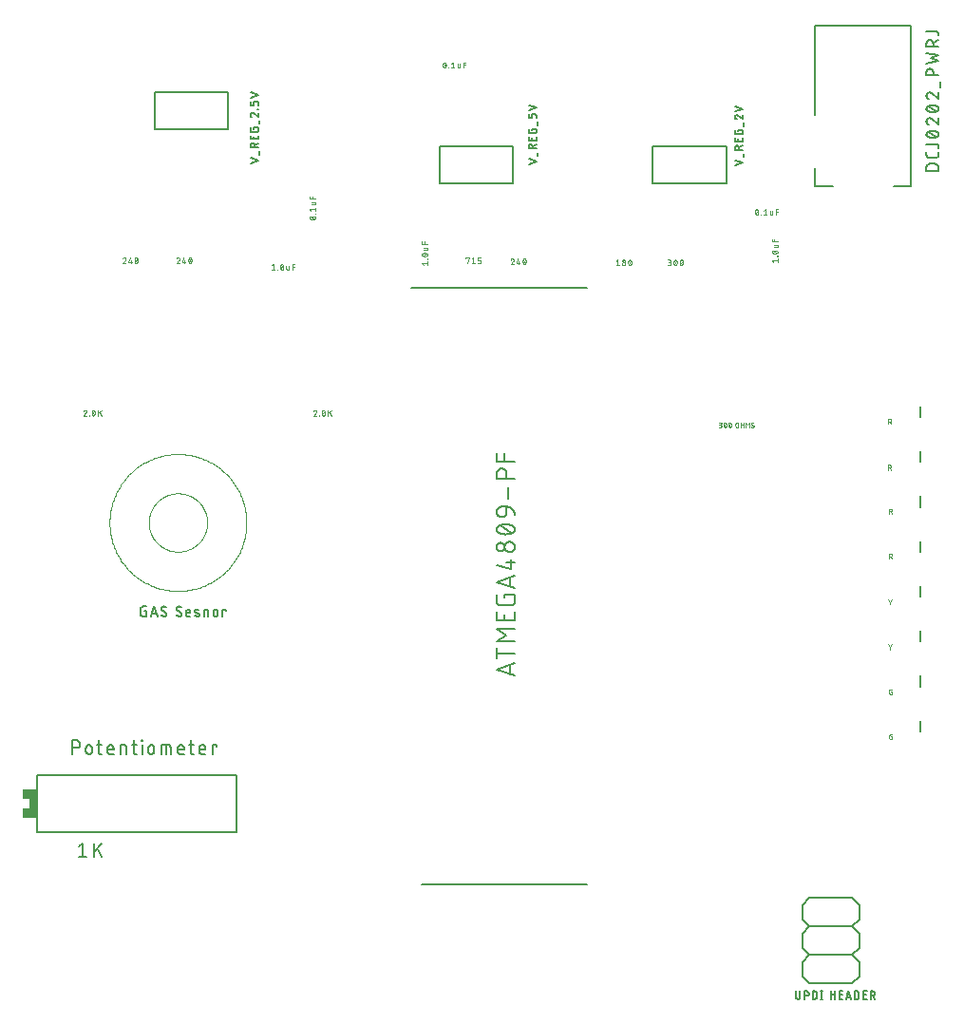
<source format=gto>
G04 EAGLE Gerber RS-274X export*
G75*
%MOMM*%
%FSLAX34Y34*%
%LPD*%
%INSilkscreen Top*%
%IPPOS*%
%AMOC8*
5,1,8,0,0,1.08239X$1,22.5*%
G01*
%ADD10C,0.152400*%
%ADD11C,0.203200*%
%ADD12C,0.127000*%
%ADD13C,0.177800*%
%ADD14C,0.025400*%
%ADD15C,0.101600*%
%ADD16C,0.200000*%
%ADD17R,0.635000X2.540000*%
%ADD18R,0.635000X0.889000*%
%ADD19C,0.010000*%


D10*
X454238Y304762D02*
X437982Y310181D01*
X454238Y315599D01*
X450174Y314245D02*
X450174Y306117D01*
X454238Y324770D02*
X437982Y324770D01*
X437982Y329285D02*
X437982Y320254D01*
X437982Y335503D02*
X454238Y335503D01*
X447013Y340922D02*
X437982Y335503D01*
X447013Y340922D02*
X437982Y346341D01*
X454238Y346341D01*
X454238Y354152D02*
X454238Y361377D01*
X454238Y354152D02*
X437982Y354152D01*
X437982Y361377D01*
X445207Y359570D02*
X445207Y354152D01*
X445207Y373991D02*
X445207Y376700D01*
X454238Y376700D01*
X454238Y371282D01*
X454236Y371164D01*
X454230Y371046D01*
X454221Y370928D01*
X454207Y370811D01*
X454190Y370694D01*
X454169Y370577D01*
X454144Y370462D01*
X454115Y370347D01*
X454082Y370233D01*
X454046Y370121D01*
X454006Y370010D01*
X453963Y369900D01*
X453916Y369791D01*
X453866Y369684D01*
X453811Y369579D01*
X453754Y369476D01*
X453693Y369375D01*
X453629Y369275D01*
X453562Y369178D01*
X453492Y369083D01*
X453418Y368991D01*
X453342Y368900D01*
X453262Y368813D01*
X453180Y368728D01*
X453095Y368646D01*
X453008Y368566D01*
X452917Y368490D01*
X452825Y368416D01*
X452730Y368346D01*
X452633Y368279D01*
X452533Y368215D01*
X452432Y368154D01*
X452329Y368097D01*
X452224Y368042D01*
X452117Y367992D01*
X452008Y367945D01*
X451898Y367902D01*
X451787Y367862D01*
X451675Y367826D01*
X451561Y367793D01*
X451446Y367764D01*
X451331Y367739D01*
X451214Y367718D01*
X451097Y367701D01*
X450980Y367687D01*
X450862Y367678D01*
X450744Y367672D01*
X450626Y367670D01*
X450626Y367669D02*
X441594Y367669D01*
X441476Y367671D01*
X441358Y367677D01*
X441240Y367686D01*
X441122Y367700D01*
X441005Y367717D01*
X440889Y367738D01*
X440774Y367763D01*
X440659Y367792D01*
X440545Y367825D01*
X440433Y367861D01*
X440321Y367901D01*
X440211Y367944D01*
X440103Y367991D01*
X439996Y368042D01*
X439891Y368096D01*
X439788Y368153D01*
X439686Y368214D01*
X439587Y368278D01*
X439490Y368345D01*
X439395Y368416D01*
X439302Y368489D01*
X439212Y368566D01*
X439124Y368645D01*
X439039Y368727D01*
X438957Y368812D01*
X438878Y368900D01*
X438801Y368990D01*
X438728Y369083D01*
X438657Y369177D01*
X438590Y369275D01*
X438526Y369374D01*
X438465Y369475D01*
X438408Y369579D01*
X438354Y369684D01*
X438303Y369791D01*
X438256Y369899D01*
X438213Y370009D01*
X438173Y370121D01*
X438137Y370233D01*
X438104Y370347D01*
X438075Y370462D01*
X438050Y370577D01*
X438029Y370693D01*
X438012Y370810D01*
X437998Y370928D01*
X437989Y371046D01*
X437983Y371164D01*
X437981Y371282D01*
X437982Y371282D02*
X437982Y376700D01*
X437982Y388337D02*
X454238Y382918D01*
X454238Y393756D02*
X437982Y388337D01*
X450174Y392401D02*
X450174Y384273D01*
X450626Y399453D02*
X437982Y403065D01*
X450626Y399453D02*
X450626Y408484D01*
X454238Y405774D02*
X447013Y405774D01*
X449722Y415083D02*
X449589Y415085D01*
X449457Y415091D01*
X449325Y415101D01*
X449193Y415114D01*
X449061Y415132D01*
X448931Y415153D01*
X448800Y415178D01*
X448671Y415207D01*
X448543Y415240D01*
X448415Y415276D01*
X448289Y415316D01*
X448164Y415360D01*
X448040Y415408D01*
X447918Y415459D01*
X447797Y415514D01*
X447678Y415572D01*
X447560Y415634D01*
X447445Y415699D01*
X447331Y415768D01*
X447220Y415839D01*
X447111Y415915D01*
X447004Y415993D01*
X446899Y416074D01*
X446797Y416159D01*
X446697Y416246D01*
X446600Y416336D01*
X446505Y416429D01*
X446414Y416525D01*
X446325Y416623D01*
X446239Y416724D01*
X446156Y416828D01*
X446076Y416934D01*
X446000Y417042D01*
X445926Y417152D01*
X445856Y417265D01*
X445789Y417379D01*
X445726Y417496D01*
X445666Y417614D01*
X445609Y417734D01*
X445556Y417856D01*
X445507Y417979D01*
X445461Y418103D01*
X445419Y418229D01*
X445381Y418356D01*
X445346Y418484D01*
X445315Y418613D01*
X445288Y418742D01*
X445265Y418873D01*
X445245Y419004D01*
X445230Y419136D01*
X445218Y419268D01*
X445210Y419400D01*
X445206Y419533D01*
X445206Y419665D01*
X445210Y419798D01*
X445218Y419930D01*
X445230Y420062D01*
X445245Y420194D01*
X445265Y420325D01*
X445288Y420456D01*
X445315Y420585D01*
X445346Y420714D01*
X445381Y420842D01*
X445419Y420969D01*
X445461Y421095D01*
X445507Y421219D01*
X445556Y421342D01*
X445609Y421464D01*
X445666Y421584D01*
X445726Y421702D01*
X445789Y421819D01*
X445856Y421933D01*
X445926Y422046D01*
X446000Y422156D01*
X446076Y422264D01*
X446156Y422370D01*
X446239Y422474D01*
X446325Y422575D01*
X446414Y422673D01*
X446505Y422769D01*
X446600Y422862D01*
X446697Y422952D01*
X446797Y423039D01*
X446899Y423124D01*
X447004Y423205D01*
X447111Y423283D01*
X447220Y423359D01*
X447331Y423430D01*
X447445Y423499D01*
X447560Y423564D01*
X447678Y423626D01*
X447797Y423684D01*
X447918Y423739D01*
X448040Y423790D01*
X448164Y423838D01*
X448289Y423882D01*
X448415Y423922D01*
X448543Y423958D01*
X448671Y423991D01*
X448800Y424020D01*
X448931Y424045D01*
X449061Y424066D01*
X449193Y424084D01*
X449325Y424097D01*
X449457Y424107D01*
X449589Y424113D01*
X449722Y424115D01*
X449855Y424113D01*
X449987Y424107D01*
X450119Y424097D01*
X450251Y424084D01*
X450383Y424066D01*
X450513Y424045D01*
X450644Y424020D01*
X450773Y423991D01*
X450901Y423958D01*
X451029Y423922D01*
X451155Y423882D01*
X451280Y423838D01*
X451404Y423790D01*
X451526Y423739D01*
X451647Y423684D01*
X451766Y423626D01*
X451884Y423564D01*
X451999Y423499D01*
X452113Y423430D01*
X452224Y423359D01*
X452333Y423283D01*
X452440Y423205D01*
X452545Y423124D01*
X452647Y423039D01*
X452747Y422952D01*
X452844Y422862D01*
X452939Y422769D01*
X453030Y422673D01*
X453119Y422575D01*
X453205Y422474D01*
X453288Y422370D01*
X453368Y422264D01*
X453444Y422156D01*
X453518Y422046D01*
X453588Y421933D01*
X453655Y421819D01*
X453718Y421702D01*
X453778Y421584D01*
X453835Y421464D01*
X453888Y421342D01*
X453937Y421219D01*
X453983Y421095D01*
X454025Y420969D01*
X454063Y420842D01*
X454098Y420714D01*
X454129Y420585D01*
X454156Y420456D01*
X454179Y420325D01*
X454199Y420194D01*
X454214Y420062D01*
X454226Y419930D01*
X454234Y419798D01*
X454238Y419665D01*
X454238Y419533D01*
X454234Y419400D01*
X454226Y419268D01*
X454214Y419136D01*
X454199Y419004D01*
X454179Y418873D01*
X454156Y418742D01*
X454129Y418613D01*
X454098Y418484D01*
X454063Y418356D01*
X454025Y418229D01*
X453983Y418103D01*
X453937Y417979D01*
X453888Y417856D01*
X453835Y417734D01*
X453778Y417614D01*
X453718Y417496D01*
X453655Y417379D01*
X453588Y417265D01*
X453518Y417152D01*
X453444Y417042D01*
X453368Y416934D01*
X453288Y416828D01*
X453205Y416724D01*
X453119Y416623D01*
X453030Y416525D01*
X452939Y416429D01*
X452844Y416336D01*
X452747Y416246D01*
X452647Y416159D01*
X452545Y416074D01*
X452440Y415993D01*
X452333Y415915D01*
X452224Y415839D01*
X452113Y415768D01*
X451999Y415699D01*
X451884Y415634D01*
X451766Y415572D01*
X451647Y415514D01*
X451526Y415459D01*
X451404Y415408D01*
X451280Y415360D01*
X451155Y415316D01*
X451029Y415276D01*
X450901Y415240D01*
X450773Y415207D01*
X450644Y415178D01*
X450513Y415153D01*
X450383Y415132D01*
X450251Y415114D01*
X450119Y415101D01*
X449987Y415091D01*
X449855Y415085D01*
X449722Y415083D01*
X441594Y415987D02*
X441475Y415989D01*
X441355Y415995D01*
X441236Y416005D01*
X441118Y416019D01*
X440999Y416036D01*
X440882Y416058D01*
X440765Y416083D01*
X440650Y416113D01*
X440535Y416146D01*
X440421Y416183D01*
X440309Y416223D01*
X440198Y416268D01*
X440089Y416316D01*
X439981Y416367D01*
X439875Y416422D01*
X439771Y416481D01*
X439669Y416543D01*
X439569Y416608D01*
X439471Y416677D01*
X439375Y416749D01*
X439282Y416824D01*
X439192Y416901D01*
X439104Y416982D01*
X439019Y417066D01*
X438937Y417153D01*
X438857Y417242D01*
X438781Y417334D01*
X438707Y417428D01*
X438637Y417525D01*
X438570Y417623D01*
X438506Y417724D01*
X438446Y417828D01*
X438389Y417933D01*
X438336Y418040D01*
X438286Y418148D01*
X438240Y418258D01*
X438198Y418370D01*
X438159Y418483D01*
X438124Y418597D01*
X438093Y418712D01*
X438065Y418829D01*
X438042Y418946D01*
X438022Y419063D01*
X438006Y419182D01*
X437994Y419301D01*
X437986Y419420D01*
X437982Y419539D01*
X437982Y419659D01*
X437986Y419778D01*
X437994Y419897D01*
X438006Y420016D01*
X438022Y420135D01*
X438042Y420252D01*
X438065Y420369D01*
X438093Y420486D01*
X438124Y420601D01*
X438159Y420715D01*
X438198Y420828D01*
X438240Y420940D01*
X438286Y421050D01*
X438336Y421158D01*
X438389Y421265D01*
X438446Y421370D01*
X438506Y421474D01*
X438570Y421575D01*
X438637Y421673D01*
X438707Y421770D01*
X438781Y421864D01*
X438857Y421956D01*
X438937Y422045D01*
X439019Y422132D01*
X439104Y422216D01*
X439192Y422297D01*
X439282Y422374D01*
X439375Y422449D01*
X439471Y422521D01*
X439569Y422590D01*
X439669Y422655D01*
X439771Y422717D01*
X439875Y422776D01*
X439981Y422831D01*
X440089Y422882D01*
X440198Y422930D01*
X440309Y422975D01*
X440421Y423015D01*
X440535Y423052D01*
X440650Y423085D01*
X440765Y423115D01*
X440882Y423140D01*
X440999Y423162D01*
X441118Y423179D01*
X441236Y423193D01*
X441355Y423203D01*
X441475Y423209D01*
X441594Y423211D01*
X441713Y423209D01*
X441833Y423203D01*
X441952Y423193D01*
X442070Y423179D01*
X442189Y423162D01*
X442306Y423140D01*
X442423Y423115D01*
X442538Y423085D01*
X442653Y423052D01*
X442767Y423015D01*
X442879Y422975D01*
X442990Y422930D01*
X443099Y422882D01*
X443207Y422831D01*
X443313Y422776D01*
X443417Y422717D01*
X443519Y422655D01*
X443619Y422590D01*
X443717Y422521D01*
X443813Y422449D01*
X443906Y422374D01*
X443996Y422297D01*
X444084Y422216D01*
X444169Y422132D01*
X444251Y422045D01*
X444331Y421956D01*
X444407Y421864D01*
X444481Y421770D01*
X444551Y421673D01*
X444618Y421575D01*
X444682Y421474D01*
X444742Y421370D01*
X444799Y421265D01*
X444852Y421158D01*
X444902Y421050D01*
X444948Y420940D01*
X444990Y420828D01*
X445029Y420715D01*
X445064Y420601D01*
X445095Y420486D01*
X445123Y420369D01*
X445146Y420252D01*
X445166Y420135D01*
X445182Y420016D01*
X445194Y419897D01*
X445202Y419778D01*
X445206Y419659D01*
X445206Y419539D01*
X445202Y419420D01*
X445194Y419301D01*
X445182Y419182D01*
X445166Y419063D01*
X445146Y418946D01*
X445123Y418829D01*
X445095Y418712D01*
X445064Y418597D01*
X445029Y418483D01*
X444990Y418370D01*
X444948Y418258D01*
X444902Y418148D01*
X444852Y418040D01*
X444799Y417933D01*
X444742Y417828D01*
X444682Y417724D01*
X444618Y417623D01*
X444551Y417525D01*
X444481Y417428D01*
X444407Y417334D01*
X444331Y417242D01*
X444251Y417153D01*
X444169Y417066D01*
X444084Y416982D01*
X443996Y416901D01*
X443906Y416824D01*
X443813Y416749D01*
X443717Y416677D01*
X443619Y416608D01*
X443519Y416543D01*
X443417Y416481D01*
X443313Y416422D01*
X443207Y416367D01*
X443099Y416316D01*
X442990Y416268D01*
X442879Y416223D01*
X442767Y416183D01*
X442653Y416146D01*
X442538Y416113D01*
X442423Y416083D01*
X442306Y416058D01*
X442189Y416036D01*
X442070Y416019D01*
X441952Y416005D01*
X441833Y415995D01*
X441713Y415989D01*
X441594Y415987D01*
X446110Y430715D02*
X445790Y430719D01*
X445471Y430730D01*
X445151Y430749D01*
X444833Y430776D01*
X444515Y430810D01*
X444198Y430852D01*
X443882Y430902D01*
X443567Y430959D01*
X443254Y431023D01*
X442942Y431095D01*
X442632Y431174D01*
X442325Y431261D01*
X442019Y431355D01*
X441716Y431456D01*
X441415Y431565D01*
X441117Y431680D01*
X440821Y431803D01*
X440529Y431933D01*
X440240Y432070D01*
X440239Y432071D02*
X440131Y432110D01*
X440024Y432153D01*
X439919Y432199D01*
X439816Y432249D01*
X439714Y432303D01*
X439614Y432360D01*
X439516Y432421D01*
X439420Y432485D01*
X439327Y432552D01*
X439236Y432622D01*
X439147Y432696D01*
X439061Y432772D01*
X438978Y432852D01*
X438897Y432934D01*
X438819Y433019D01*
X438745Y433106D01*
X438673Y433197D01*
X438604Y433289D01*
X438539Y433384D01*
X438477Y433481D01*
X438418Y433580D01*
X438363Y433681D01*
X438312Y433784D01*
X438264Y433889D01*
X438219Y433995D01*
X438178Y434102D01*
X438141Y434211D01*
X438108Y434322D01*
X438079Y434433D01*
X438053Y434545D01*
X438031Y434658D01*
X438014Y434772D01*
X438000Y434886D01*
X437990Y435001D01*
X437984Y435116D01*
X437982Y435231D01*
X437984Y435346D01*
X437990Y435461D01*
X438000Y435576D01*
X438014Y435690D01*
X438031Y435804D01*
X438053Y435917D01*
X438079Y436029D01*
X438108Y436141D01*
X438141Y436251D01*
X438178Y436360D01*
X438219Y436468D01*
X438264Y436574D01*
X438312Y436679D01*
X438363Y436781D01*
X438419Y436883D01*
X438477Y436982D01*
X438539Y437079D01*
X438605Y437174D01*
X438673Y437266D01*
X438745Y437356D01*
X438819Y437444D01*
X438897Y437529D01*
X438978Y437611D01*
X439061Y437690D01*
X439147Y437767D01*
X439236Y437840D01*
X439327Y437911D01*
X439421Y437978D01*
X439516Y438042D01*
X439614Y438103D01*
X439714Y438160D01*
X439816Y438213D01*
X439920Y438264D01*
X440025Y438310D01*
X440132Y438353D01*
X440240Y438392D01*
X440240Y438391D02*
X440529Y438528D01*
X440821Y438658D01*
X441117Y438781D01*
X441415Y438896D01*
X441716Y439005D01*
X442019Y439106D01*
X442325Y439200D01*
X442632Y439287D01*
X442942Y439366D01*
X443254Y439438D01*
X443567Y439502D01*
X443882Y439559D01*
X444198Y439609D01*
X444515Y439651D01*
X444833Y439685D01*
X445151Y439712D01*
X445471Y439731D01*
X445790Y439742D01*
X446110Y439746D01*
X446110Y430715D02*
X446430Y430719D01*
X446749Y430730D01*
X447069Y430749D01*
X447387Y430776D01*
X447705Y430810D01*
X448022Y430852D01*
X448338Y430902D01*
X448653Y430959D01*
X448966Y431023D01*
X449278Y431095D01*
X449588Y431174D01*
X449895Y431261D01*
X450201Y431355D01*
X450504Y431456D01*
X450805Y431565D01*
X451103Y431680D01*
X451399Y431803D01*
X451691Y431933D01*
X451980Y432070D01*
X451981Y432070D02*
X452089Y432109D01*
X452196Y432152D01*
X452301Y432198D01*
X452405Y432249D01*
X452507Y432302D01*
X452607Y432359D01*
X452705Y432420D01*
X452800Y432484D01*
X452894Y432551D01*
X452985Y432622D01*
X453074Y432695D01*
X453160Y432772D01*
X453243Y432851D01*
X453324Y432933D01*
X453402Y433018D01*
X453476Y433106D01*
X453548Y433196D01*
X453617Y433289D01*
X453682Y433383D01*
X453744Y433480D01*
X453802Y433580D01*
X453858Y433681D01*
X453909Y433783D01*
X453957Y433888D01*
X454002Y433994D01*
X454043Y434102D01*
X454080Y434211D01*
X454113Y434321D01*
X454142Y434433D01*
X454168Y434545D01*
X454190Y434658D01*
X454207Y434772D01*
X454221Y434886D01*
X454231Y435001D01*
X454237Y435116D01*
X454239Y435231D01*
X451980Y438391D02*
X451691Y438528D01*
X451399Y438658D01*
X451103Y438781D01*
X450805Y438896D01*
X450504Y439005D01*
X450201Y439106D01*
X449895Y439200D01*
X449588Y439287D01*
X449278Y439366D01*
X448966Y439438D01*
X448653Y439502D01*
X448338Y439559D01*
X448022Y439609D01*
X447705Y439651D01*
X447387Y439685D01*
X447069Y439712D01*
X446749Y439731D01*
X446430Y439742D01*
X446110Y439746D01*
X451980Y438392D02*
X452088Y438353D01*
X452195Y438310D01*
X452300Y438264D01*
X452404Y438213D01*
X452506Y438160D01*
X452606Y438103D01*
X452704Y438042D01*
X452799Y437978D01*
X452893Y437911D01*
X452984Y437840D01*
X453073Y437767D01*
X453159Y437690D01*
X453242Y437611D01*
X453323Y437529D01*
X453401Y437444D01*
X453475Y437356D01*
X453547Y437266D01*
X453616Y437173D01*
X453681Y437079D01*
X453743Y436982D01*
X453801Y436882D01*
X453857Y436781D01*
X453908Y436678D01*
X453956Y436574D01*
X454001Y436468D01*
X454042Y436360D01*
X454079Y436251D01*
X454112Y436141D01*
X454141Y436029D01*
X454167Y435917D01*
X454189Y435804D01*
X454206Y435690D01*
X454220Y435576D01*
X454230Y435461D01*
X454236Y435346D01*
X454238Y435231D01*
X450626Y431618D02*
X441594Y438843D01*
X447013Y449959D02*
X447013Y455377D01*
X447013Y449959D02*
X447011Y449841D01*
X447005Y449723D01*
X446996Y449605D01*
X446982Y449488D01*
X446965Y449371D01*
X446944Y449254D01*
X446919Y449139D01*
X446890Y449024D01*
X446857Y448910D01*
X446821Y448798D01*
X446781Y448687D01*
X446738Y448577D01*
X446691Y448468D01*
X446641Y448361D01*
X446586Y448256D01*
X446529Y448153D01*
X446468Y448052D01*
X446404Y447952D01*
X446337Y447855D01*
X446267Y447760D01*
X446193Y447668D01*
X446117Y447577D01*
X446037Y447490D01*
X445955Y447405D01*
X445870Y447323D01*
X445783Y447243D01*
X445692Y447167D01*
X445600Y447093D01*
X445505Y447023D01*
X445408Y446956D01*
X445308Y446892D01*
X445207Y446831D01*
X445104Y446774D01*
X444999Y446719D01*
X444892Y446669D01*
X444783Y446622D01*
X444673Y446579D01*
X444562Y446539D01*
X444450Y446503D01*
X444336Y446470D01*
X444221Y446441D01*
X444106Y446416D01*
X443989Y446395D01*
X443872Y446378D01*
X443755Y446364D01*
X443637Y446355D01*
X443519Y446349D01*
X443401Y446347D01*
X443401Y446346D02*
X442498Y446346D01*
X442365Y446348D01*
X442233Y446354D01*
X442101Y446364D01*
X441969Y446377D01*
X441837Y446395D01*
X441707Y446416D01*
X441576Y446441D01*
X441447Y446470D01*
X441319Y446503D01*
X441191Y446539D01*
X441065Y446579D01*
X440940Y446623D01*
X440816Y446671D01*
X440694Y446722D01*
X440573Y446777D01*
X440454Y446835D01*
X440336Y446897D01*
X440221Y446962D01*
X440107Y447031D01*
X439996Y447102D01*
X439887Y447178D01*
X439780Y447256D01*
X439675Y447337D01*
X439573Y447422D01*
X439473Y447509D01*
X439376Y447599D01*
X439281Y447692D01*
X439190Y447788D01*
X439101Y447886D01*
X439015Y447987D01*
X438932Y448091D01*
X438852Y448197D01*
X438776Y448305D01*
X438702Y448415D01*
X438632Y448528D01*
X438565Y448642D01*
X438502Y448759D01*
X438442Y448877D01*
X438385Y448997D01*
X438332Y449119D01*
X438283Y449242D01*
X438237Y449366D01*
X438195Y449492D01*
X438157Y449619D01*
X438122Y449747D01*
X438091Y449876D01*
X438064Y450005D01*
X438041Y450136D01*
X438021Y450267D01*
X438006Y450399D01*
X437994Y450531D01*
X437986Y450663D01*
X437982Y450796D01*
X437982Y450928D01*
X437986Y451061D01*
X437994Y451193D01*
X438006Y451325D01*
X438021Y451457D01*
X438041Y451588D01*
X438064Y451719D01*
X438091Y451848D01*
X438122Y451977D01*
X438157Y452105D01*
X438195Y452232D01*
X438237Y452358D01*
X438283Y452482D01*
X438332Y452605D01*
X438385Y452727D01*
X438442Y452847D01*
X438502Y452965D01*
X438565Y453082D01*
X438632Y453196D01*
X438702Y453309D01*
X438776Y453419D01*
X438852Y453527D01*
X438932Y453633D01*
X439015Y453737D01*
X439101Y453838D01*
X439190Y453936D01*
X439281Y454032D01*
X439376Y454125D01*
X439473Y454215D01*
X439573Y454302D01*
X439675Y454387D01*
X439780Y454468D01*
X439887Y454546D01*
X439996Y454622D01*
X440107Y454693D01*
X440221Y454762D01*
X440336Y454827D01*
X440454Y454889D01*
X440573Y454947D01*
X440694Y455002D01*
X440816Y455053D01*
X440940Y455101D01*
X441065Y455145D01*
X441191Y455185D01*
X441319Y455221D01*
X441447Y455254D01*
X441576Y455283D01*
X441707Y455308D01*
X441837Y455329D01*
X441969Y455347D01*
X442101Y455360D01*
X442233Y455370D01*
X442365Y455376D01*
X442498Y455378D01*
X442498Y455377D02*
X447013Y455377D01*
X447188Y455375D01*
X447362Y455369D01*
X447536Y455358D01*
X447710Y455343D01*
X447884Y455324D01*
X448057Y455301D01*
X448229Y455274D01*
X448401Y455242D01*
X448572Y455207D01*
X448742Y455167D01*
X448911Y455123D01*
X449079Y455075D01*
X449246Y455023D01*
X449411Y454967D01*
X449575Y454907D01*
X449738Y454844D01*
X449898Y454776D01*
X450058Y454704D01*
X450215Y454629D01*
X450371Y454549D01*
X450524Y454466D01*
X450676Y454380D01*
X450825Y454289D01*
X450972Y454195D01*
X451117Y454098D01*
X451260Y453997D01*
X451400Y453893D01*
X451537Y453785D01*
X451672Y453674D01*
X451804Y453560D01*
X451933Y453443D01*
X452060Y453322D01*
X452183Y453199D01*
X452304Y453072D01*
X452421Y452943D01*
X452535Y452811D01*
X452646Y452676D01*
X452754Y452539D01*
X452858Y452399D01*
X452959Y452256D01*
X453056Y452111D01*
X453150Y451964D01*
X453241Y451815D01*
X453327Y451663D01*
X453410Y451510D01*
X453490Y451354D01*
X453565Y451197D01*
X453637Y451037D01*
X453705Y450877D01*
X453768Y450714D01*
X453828Y450550D01*
X453884Y450385D01*
X453936Y450218D01*
X453984Y450050D01*
X454028Y449881D01*
X454068Y449711D01*
X454103Y449540D01*
X454135Y449368D01*
X454162Y449196D01*
X454185Y449023D01*
X454204Y448849D01*
X454219Y448675D01*
X454230Y448501D01*
X454236Y448327D01*
X454238Y448152D01*
X447916Y462116D02*
X447916Y472954D01*
X454238Y480425D02*
X437982Y480425D01*
X437982Y484940D01*
X437984Y485073D01*
X437990Y485205D01*
X438000Y485337D01*
X438013Y485469D01*
X438031Y485601D01*
X438052Y485731D01*
X438077Y485862D01*
X438106Y485991D01*
X438139Y486119D01*
X438175Y486247D01*
X438215Y486373D01*
X438259Y486498D01*
X438307Y486622D01*
X438358Y486744D01*
X438413Y486865D01*
X438471Y486984D01*
X438533Y487102D01*
X438598Y487217D01*
X438667Y487331D01*
X438738Y487442D01*
X438814Y487551D01*
X438892Y487658D01*
X438973Y487763D01*
X439058Y487865D01*
X439145Y487965D01*
X439235Y488062D01*
X439328Y488157D01*
X439424Y488248D01*
X439522Y488337D01*
X439623Y488423D01*
X439727Y488506D01*
X439833Y488586D01*
X439941Y488662D01*
X440051Y488736D01*
X440164Y488806D01*
X440278Y488873D01*
X440395Y488936D01*
X440513Y488996D01*
X440633Y489053D01*
X440755Y489106D01*
X440878Y489155D01*
X441002Y489201D01*
X441128Y489243D01*
X441255Y489281D01*
X441383Y489316D01*
X441512Y489347D01*
X441641Y489374D01*
X441772Y489397D01*
X441903Y489417D01*
X442035Y489432D01*
X442167Y489444D01*
X442299Y489452D01*
X442432Y489456D01*
X442564Y489456D01*
X442697Y489452D01*
X442829Y489444D01*
X442961Y489432D01*
X443093Y489417D01*
X443224Y489397D01*
X443355Y489374D01*
X443484Y489347D01*
X443613Y489316D01*
X443741Y489281D01*
X443868Y489243D01*
X443994Y489201D01*
X444118Y489155D01*
X444241Y489106D01*
X444363Y489053D01*
X444483Y488996D01*
X444601Y488936D01*
X444718Y488873D01*
X444832Y488806D01*
X444945Y488736D01*
X445055Y488662D01*
X445163Y488586D01*
X445269Y488506D01*
X445373Y488423D01*
X445474Y488337D01*
X445572Y488248D01*
X445668Y488157D01*
X445761Y488062D01*
X445851Y487965D01*
X445938Y487865D01*
X446023Y487763D01*
X446104Y487658D01*
X446182Y487551D01*
X446258Y487442D01*
X446329Y487331D01*
X446398Y487217D01*
X446463Y487102D01*
X446525Y486984D01*
X446583Y486865D01*
X446638Y486744D01*
X446689Y486622D01*
X446737Y486498D01*
X446781Y486373D01*
X446821Y486247D01*
X446857Y486119D01*
X446890Y485991D01*
X446919Y485862D01*
X446944Y485731D01*
X446965Y485601D01*
X446983Y485469D01*
X446996Y485337D01*
X447006Y485205D01*
X447012Y485073D01*
X447014Y484940D01*
X447013Y484940D02*
X447013Y480425D01*
X454238Y495875D02*
X437982Y495875D01*
X437982Y503100D01*
X445207Y503100D02*
X445207Y495875D01*
D11*
X60016Y247208D02*
X60016Y235016D01*
X60016Y247208D02*
X63403Y247208D01*
X63519Y247206D01*
X63634Y247200D01*
X63749Y247190D01*
X63864Y247176D01*
X63978Y247159D01*
X64092Y247137D01*
X64205Y247112D01*
X64317Y247082D01*
X64428Y247049D01*
X64537Y247012D01*
X64646Y246972D01*
X64752Y246928D01*
X64858Y246880D01*
X64961Y246828D01*
X65063Y246773D01*
X65163Y246715D01*
X65261Y246653D01*
X65356Y246588D01*
X65450Y246520D01*
X65540Y246448D01*
X65629Y246374D01*
X65715Y246296D01*
X65798Y246216D01*
X65878Y246133D01*
X65956Y246047D01*
X66030Y245958D01*
X66102Y245868D01*
X66170Y245774D01*
X66235Y245679D01*
X66297Y245581D01*
X66355Y245481D01*
X66410Y245379D01*
X66462Y245276D01*
X66510Y245170D01*
X66554Y245064D01*
X66594Y244955D01*
X66631Y244846D01*
X66664Y244735D01*
X66694Y244623D01*
X66719Y244510D01*
X66741Y244396D01*
X66758Y244282D01*
X66772Y244167D01*
X66782Y244052D01*
X66788Y243937D01*
X66790Y243821D01*
X66788Y243705D01*
X66782Y243590D01*
X66772Y243475D01*
X66758Y243360D01*
X66741Y243246D01*
X66719Y243132D01*
X66694Y243019D01*
X66664Y242907D01*
X66631Y242796D01*
X66594Y242687D01*
X66554Y242578D01*
X66510Y242472D01*
X66462Y242366D01*
X66410Y242263D01*
X66355Y242161D01*
X66297Y242061D01*
X66235Y241963D01*
X66170Y241868D01*
X66102Y241774D01*
X66030Y241684D01*
X65956Y241595D01*
X65878Y241509D01*
X65798Y241426D01*
X65715Y241346D01*
X65629Y241268D01*
X65540Y241194D01*
X65450Y241122D01*
X65356Y241054D01*
X65261Y240989D01*
X65163Y240927D01*
X65063Y240869D01*
X64961Y240814D01*
X64858Y240762D01*
X64752Y240714D01*
X64646Y240670D01*
X64537Y240630D01*
X64428Y240593D01*
X64317Y240560D01*
X64205Y240530D01*
X64092Y240505D01*
X63978Y240483D01*
X63864Y240466D01*
X63749Y240452D01*
X63634Y240442D01*
X63519Y240436D01*
X63403Y240434D01*
X63403Y240435D02*
X60016Y240435D01*
X71951Y240435D02*
X71951Y237725D01*
X71951Y240435D02*
X71953Y240538D01*
X71959Y240640D01*
X71968Y240742D01*
X71982Y240844D01*
X71999Y240945D01*
X72021Y241045D01*
X72046Y241144D01*
X72074Y241243D01*
X72107Y241340D01*
X72143Y241436D01*
X72182Y241531D01*
X72226Y241624D01*
X72272Y241715D01*
X72323Y241804D01*
X72376Y241892D01*
X72433Y241977D01*
X72493Y242060D01*
X72556Y242141D01*
X72622Y242220D01*
X72691Y242295D01*
X72763Y242369D01*
X72837Y242439D01*
X72914Y242507D01*
X72994Y242571D01*
X73076Y242633D01*
X73160Y242691D01*
X73247Y242746D01*
X73335Y242798D01*
X73426Y242846D01*
X73518Y242891D01*
X73611Y242933D01*
X73707Y242971D01*
X73803Y243005D01*
X73901Y243036D01*
X74000Y243062D01*
X74100Y243086D01*
X74201Y243105D01*
X74302Y243120D01*
X74404Y243132D01*
X74506Y243140D01*
X74609Y243144D01*
X74711Y243144D01*
X74814Y243140D01*
X74916Y243132D01*
X75018Y243120D01*
X75119Y243105D01*
X75220Y243086D01*
X75320Y243062D01*
X75419Y243036D01*
X75517Y243005D01*
X75613Y242971D01*
X75709Y242933D01*
X75802Y242891D01*
X75894Y242846D01*
X75985Y242798D01*
X76073Y242746D01*
X76160Y242691D01*
X76244Y242633D01*
X76326Y242571D01*
X76406Y242507D01*
X76483Y242439D01*
X76557Y242369D01*
X76629Y242295D01*
X76698Y242220D01*
X76764Y242141D01*
X76827Y242060D01*
X76887Y241977D01*
X76944Y241892D01*
X76997Y241804D01*
X77048Y241715D01*
X77094Y241624D01*
X77138Y241531D01*
X77177Y241436D01*
X77213Y241340D01*
X77246Y241243D01*
X77274Y241144D01*
X77299Y241045D01*
X77321Y240945D01*
X77338Y240844D01*
X77352Y240742D01*
X77361Y240640D01*
X77367Y240538D01*
X77369Y240435D01*
X77369Y237725D01*
X77367Y237622D01*
X77361Y237520D01*
X77352Y237418D01*
X77338Y237316D01*
X77321Y237215D01*
X77299Y237115D01*
X77274Y237016D01*
X77246Y236917D01*
X77213Y236820D01*
X77177Y236724D01*
X77138Y236629D01*
X77094Y236536D01*
X77048Y236445D01*
X76997Y236356D01*
X76944Y236268D01*
X76887Y236183D01*
X76827Y236100D01*
X76764Y236019D01*
X76698Y235940D01*
X76629Y235865D01*
X76557Y235791D01*
X76483Y235721D01*
X76406Y235653D01*
X76326Y235589D01*
X76244Y235527D01*
X76160Y235469D01*
X76073Y235414D01*
X75985Y235362D01*
X75894Y235314D01*
X75802Y235269D01*
X75709Y235227D01*
X75613Y235189D01*
X75517Y235155D01*
X75419Y235124D01*
X75320Y235098D01*
X75220Y235074D01*
X75119Y235055D01*
X75018Y235040D01*
X74916Y235028D01*
X74814Y235020D01*
X74711Y235016D01*
X74609Y235016D01*
X74506Y235020D01*
X74404Y235028D01*
X74302Y235040D01*
X74201Y235055D01*
X74100Y235074D01*
X74000Y235098D01*
X73901Y235124D01*
X73803Y235155D01*
X73707Y235189D01*
X73611Y235227D01*
X73518Y235269D01*
X73426Y235314D01*
X73335Y235362D01*
X73247Y235414D01*
X73160Y235469D01*
X73076Y235527D01*
X72994Y235589D01*
X72914Y235653D01*
X72837Y235721D01*
X72763Y235791D01*
X72691Y235865D01*
X72622Y235940D01*
X72556Y236019D01*
X72493Y236100D01*
X72433Y236183D01*
X72376Y236268D01*
X72323Y236356D01*
X72272Y236445D01*
X72226Y236536D01*
X72182Y236629D01*
X72143Y236724D01*
X72107Y236820D01*
X72074Y236917D01*
X72046Y237016D01*
X72021Y237115D01*
X71999Y237215D01*
X71982Y237316D01*
X71968Y237418D01*
X71959Y237520D01*
X71953Y237622D01*
X71951Y237725D01*
X81872Y243144D02*
X85936Y243144D01*
X83226Y247208D02*
X83226Y237048D01*
X83228Y236959D01*
X83234Y236871D01*
X83243Y236783D01*
X83257Y236695D01*
X83274Y236608D01*
X83295Y236522D01*
X83320Y236437D01*
X83349Y236353D01*
X83381Y236270D01*
X83416Y236189D01*
X83456Y236110D01*
X83498Y236032D01*
X83544Y235956D01*
X83593Y235882D01*
X83646Y235811D01*
X83701Y235742D01*
X83760Y235675D01*
X83821Y235611D01*
X83885Y235550D01*
X83952Y235491D01*
X84021Y235436D01*
X84092Y235383D01*
X84166Y235334D01*
X84242Y235288D01*
X84320Y235246D01*
X84399Y235206D01*
X84480Y235171D01*
X84563Y235139D01*
X84647Y235110D01*
X84732Y235085D01*
X84818Y235064D01*
X84905Y235047D01*
X84993Y235033D01*
X85081Y235024D01*
X85169Y235018D01*
X85258Y235016D01*
X85936Y235016D01*
X93185Y235016D02*
X96572Y235016D01*
X93185Y235016D02*
X93096Y235018D01*
X93008Y235024D01*
X92920Y235033D01*
X92832Y235047D01*
X92745Y235064D01*
X92659Y235085D01*
X92574Y235110D01*
X92490Y235139D01*
X92407Y235171D01*
X92326Y235206D01*
X92247Y235246D01*
X92169Y235288D01*
X92093Y235334D01*
X92019Y235383D01*
X91948Y235436D01*
X91879Y235491D01*
X91812Y235550D01*
X91748Y235611D01*
X91687Y235675D01*
X91628Y235742D01*
X91573Y235811D01*
X91520Y235882D01*
X91471Y235956D01*
X91425Y236032D01*
X91383Y236110D01*
X91343Y236189D01*
X91308Y236270D01*
X91276Y236353D01*
X91247Y236437D01*
X91222Y236522D01*
X91201Y236608D01*
X91184Y236695D01*
X91170Y236783D01*
X91161Y236871D01*
X91155Y236959D01*
X91153Y237048D01*
X91153Y240435D01*
X91155Y240538D01*
X91161Y240640D01*
X91170Y240742D01*
X91184Y240844D01*
X91201Y240945D01*
X91223Y241045D01*
X91248Y241144D01*
X91276Y241243D01*
X91309Y241340D01*
X91345Y241436D01*
X91384Y241531D01*
X91428Y241624D01*
X91474Y241715D01*
X91525Y241804D01*
X91578Y241892D01*
X91635Y241977D01*
X91695Y242060D01*
X91758Y242141D01*
X91824Y242220D01*
X91893Y242295D01*
X91965Y242369D01*
X92039Y242439D01*
X92116Y242507D01*
X92196Y242571D01*
X92278Y242633D01*
X92362Y242691D01*
X92449Y242746D01*
X92537Y242798D01*
X92628Y242846D01*
X92720Y242891D01*
X92813Y242933D01*
X92909Y242971D01*
X93005Y243005D01*
X93103Y243036D01*
X93202Y243062D01*
X93302Y243086D01*
X93403Y243105D01*
X93504Y243120D01*
X93606Y243132D01*
X93708Y243140D01*
X93811Y243144D01*
X93913Y243144D01*
X94016Y243140D01*
X94118Y243132D01*
X94220Y243120D01*
X94321Y243105D01*
X94422Y243086D01*
X94522Y243062D01*
X94621Y243036D01*
X94719Y243005D01*
X94815Y242971D01*
X94911Y242933D01*
X95004Y242891D01*
X95096Y242846D01*
X95187Y242798D01*
X95275Y242746D01*
X95362Y242691D01*
X95446Y242633D01*
X95528Y242571D01*
X95608Y242507D01*
X95685Y242439D01*
X95759Y242369D01*
X95831Y242295D01*
X95900Y242220D01*
X95966Y242141D01*
X96029Y242060D01*
X96089Y241977D01*
X96146Y241892D01*
X96199Y241804D01*
X96250Y241715D01*
X96296Y241624D01*
X96340Y241531D01*
X96379Y241436D01*
X96415Y241340D01*
X96448Y241243D01*
X96476Y241144D01*
X96501Y241045D01*
X96523Y240945D01*
X96540Y240844D01*
X96554Y240742D01*
X96563Y240640D01*
X96569Y240538D01*
X96571Y240435D01*
X96572Y240435D02*
X96572Y239080D01*
X91153Y239080D01*
X102674Y235016D02*
X102674Y243144D01*
X106061Y243144D01*
X106150Y243142D01*
X106238Y243136D01*
X106326Y243127D01*
X106414Y243113D01*
X106501Y243096D01*
X106587Y243075D01*
X106672Y243050D01*
X106756Y243021D01*
X106839Y242989D01*
X106920Y242954D01*
X106999Y242914D01*
X107077Y242872D01*
X107153Y242826D01*
X107227Y242777D01*
X107298Y242724D01*
X107367Y242669D01*
X107434Y242610D01*
X107498Y242549D01*
X107559Y242485D01*
X107618Y242418D01*
X107673Y242349D01*
X107726Y242278D01*
X107775Y242204D01*
X107821Y242128D01*
X107863Y242050D01*
X107903Y241971D01*
X107938Y241890D01*
X107970Y241807D01*
X107999Y241723D01*
X108024Y241638D01*
X108045Y241552D01*
X108062Y241465D01*
X108076Y241377D01*
X108085Y241289D01*
X108091Y241201D01*
X108093Y241112D01*
X108093Y235016D01*
X113022Y243144D02*
X117086Y243144D01*
X114377Y247208D02*
X114377Y237048D01*
X114379Y236959D01*
X114385Y236871D01*
X114394Y236783D01*
X114408Y236695D01*
X114425Y236608D01*
X114446Y236522D01*
X114471Y236437D01*
X114500Y236353D01*
X114532Y236270D01*
X114567Y236189D01*
X114607Y236110D01*
X114649Y236032D01*
X114695Y235956D01*
X114744Y235882D01*
X114797Y235811D01*
X114852Y235742D01*
X114911Y235675D01*
X114972Y235611D01*
X115036Y235550D01*
X115103Y235491D01*
X115172Y235436D01*
X115243Y235383D01*
X115317Y235334D01*
X115393Y235288D01*
X115471Y235246D01*
X115550Y235206D01*
X115631Y235171D01*
X115714Y235139D01*
X115798Y235110D01*
X115883Y235085D01*
X115969Y235064D01*
X116056Y235047D01*
X116144Y235033D01*
X116232Y235024D01*
X116320Y235018D01*
X116409Y235016D01*
X117086Y235016D01*
X122026Y235016D02*
X122026Y243144D01*
X121687Y246531D02*
X121687Y247208D01*
X122364Y247208D01*
X122364Y246531D01*
X121687Y246531D01*
X127424Y240435D02*
X127424Y237725D01*
X127424Y240435D02*
X127426Y240538D01*
X127432Y240640D01*
X127441Y240742D01*
X127455Y240844D01*
X127472Y240945D01*
X127494Y241045D01*
X127519Y241144D01*
X127547Y241243D01*
X127580Y241340D01*
X127616Y241436D01*
X127655Y241531D01*
X127699Y241624D01*
X127745Y241715D01*
X127796Y241804D01*
X127849Y241892D01*
X127906Y241977D01*
X127966Y242060D01*
X128029Y242141D01*
X128095Y242220D01*
X128164Y242295D01*
X128236Y242369D01*
X128310Y242439D01*
X128387Y242507D01*
X128467Y242571D01*
X128549Y242633D01*
X128633Y242691D01*
X128720Y242746D01*
X128808Y242798D01*
X128899Y242846D01*
X128991Y242891D01*
X129084Y242933D01*
X129180Y242971D01*
X129276Y243005D01*
X129374Y243036D01*
X129473Y243062D01*
X129573Y243086D01*
X129674Y243105D01*
X129775Y243120D01*
X129877Y243132D01*
X129979Y243140D01*
X130082Y243144D01*
X130184Y243144D01*
X130287Y243140D01*
X130389Y243132D01*
X130491Y243120D01*
X130592Y243105D01*
X130693Y243086D01*
X130793Y243062D01*
X130892Y243036D01*
X130990Y243005D01*
X131086Y242971D01*
X131182Y242933D01*
X131275Y242891D01*
X131367Y242846D01*
X131458Y242798D01*
X131546Y242746D01*
X131633Y242691D01*
X131717Y242633D01*
X131799Y242571D01*
X131879Y242507D01*
X131956Y242439D01*
X132030Y242369D01*
X132102Y242295D01*
X132171Y242220D01*
X132237Y242141D01*
X132300Y242060D01*
X132360Y241977D01*
X132417Y241892D01*
X132470Y241804D01*
X132521Y241715D01*
X132567Y241624D01*
X132611Y241531D01*
X132650Y241436D01*
X132686Y241340D01*
X132719Y241243D01*
X132747Y241144D01*
X132772Y241045D01*
X132794Y240945D01*
X132811Y240844D01*
X132825Y240742D01*
X132834Y240640D01*
X132840Y240538D01*
X132842Y240435D01*
X132843Y240435D02*
X132843Y237725D01*
X132842Y237725D02*
X132840Y237622D01*
X132834Y237520D01*
X132825Y237418D01*
X132811Y237316D01*
X132794Y237215D01*
X132772Y237115D01*
X132747Y237016D01*
X132719Y236917D01*
X132686Y236820D01*
X132650Y236724D01*
X132611Y236629D01*
X132567Y236536D01*
X132521Y236445D01*
X132470Y236356D01*
X132417Y236268D01*
X132360Y236183D01*
X132300Y236100D01*
X132237Y236019D01*
X132171Y235940D01*
X132102Y235865D01*
X132030Y235791D01*
X131956Y235721D01*
X131879Y235653D01*
X131799Y235589D01*
X131717Y235527D01*
X131633Y235469D01*
X131546Y235414D01*
X131458Y235362D01*
X131367Y235314D01*
X131275Y235269D01*
X131182Y235227D01*
X131086Y235189D01*
X130990Y235155D01*
X130892Y235124D01*
X130793Y235098D01*
X130693Y235074D01*
X130592Y235055D01*
X130491Y235040D01*
X130389Y235028D01*
X130287Y235020D01*
X130184Y235016D01*
X130082Y235016D01*
X129979Y235020D01*
X129877Y235028D01*
X129775Y235040D01*
X129674Y235055D01*
X129573Y235074D01*
X129473Y235098D01*
X129374Y235124D01*
X129276Y235155D01*
X129180Y235189D01*
X129084Y235227D01*
X128991Y235269D01*
X128899Y235314D01*
X128808Y235362D01*
X128720Y235414D01*
X128633Y235469D01*
X128549Y235527D01*
X128467Y235589D01*
X128387Y235653D01*
X128310Y235721D01*
X128236Y235791D01*
X128164Y235865D01*
X128095Y235940D01*
X128029Y236019D01*
X127966Y236100D01*
X127906Y236183D01*
X127849Y236268D01*
X127796Y236356D01*
X127745Y236445D01*
X127699Y236536D01*
X127655Y236629D01*
X127616Y236724D01*
X127580Y236820D01*
X127547Y236917D01*
X127519Y237016D01*
X127494Y237115D01*
X127472Y237215D01*
X127455Y237316D01*
X127441Y237418D01*
X127432Y237520D01*
X127426Y237622D01*
X127424Y237725D01*
X139298Y235016D02*
X139298Y243144D01*
X145394Y243144D01*
X145483Y243142D01*
X145571Y243136D01*
X145659Y243127D01*
X145747Y243113D01*
X145834Y243096D01*
X145920Y243075D01*
X146005Y243050D01*
X146089Y243021D01*
X146172Y242989D01*
X146253Y242954D01*
X146332Y242914D01*
X146410Y242872D01*
X146486Y242826D01*
X146560Y242777D01*
X146631Y242724D01*
X146700Y242669D01*
X146767Y242610D01*
X146831Y242549D01*
X146892Y242485D01*
X146951Y242418D01*
X147006Y242349D01*
X147059Y242278D01*
X147108Y242204D01*
X147154Y242128D01*
X147196Y242050D01*
X147236Y241971D01*
X147271Y241890D01*
X147303Y241807D01*
X147332Y241723D01*
X147357Y241638D01*
X147378Y241552D01*
X147395Y241465D01*
X147409Y241377D01*
X147418Y241289D01*
X147424Y241201D01*
X147426Y241112D01*
X147426Y235016D01*
X143362Y235016D02*
X143362Y243144D01*
X155913Y235016D02*
X159299Y235016D01*
X155913Y235016D02*
X155824Y235018D01*
X155736Y235024D01*
X155648Y235033D01*
X155560Y235047D01*
X155473Y235064D01*
X155387Y235085D01*
X155302Y235110D01*
X155218Y235139D01*
X155135Y235171D01*
X155054Y235206D01*
X154975Y235246D01*
X154897Y235288D01*
X154821Y235334D01*
X154747Y235383D01*
X154676Y235436D01*
X154607Y235491D01*
X154540Y235550D01*
X154476Y235611D01*
X154415Y235675D01*
X154356Y235742D01*
X154301Y235811D01*
X154248Y235882D01*
X154199Y235956D01*
X154153Y236032D01*
X154111Y236110D01*
X154071Y236189D01*
X154036Y236270D01*
X154004Y236353D01*
X153975Y236437D01*
X153950Y236522D01*
X153929Y236608D01*
X153912Y236695D01*
X153898Y236783D01*
X153889Y236871D01*
X153883Y236959D01*
X153881Y237048D01*
X153881Y240435D01*
X153883Y240538D01*
X153889Y240640D01*
X153898Y240742D01*
X153912Y240844D01*
X153929Y240945D01*
X153951Y241045D01*
X153976Y241144D01*
X154004Y241243D01*
X154037Y241340D01*
X154073Y241436D01*
X154112Y241531D01*
X154156Y241624D01*
X154202Y241715D01*
X154253Y241804D01*
X154306Y241892D01*
X154363Y241977D01*
X154423Y242060D01*
X154486Y242141D01*
X154552Y242220D01*
X154621Y242295D01*
X154693Y242369D01*
X154767Y242439D01*
X154844Y242507D01*
X154924Y242571D01*
X155006Y242633D01*
X155090Y242691D01*
X155177Y242746D01*
X155265Y242798D01*
X155356Y242846D01*
X155448Y242891D01*
X155541Y242933D01*
X155637Y242971D01*
X155733Y243005D01*
X155831Y243036D01*
X155930Y243062D01*
X156030Y243086D01*
X156131Y243105D01*
X156232Y243120D01*
X156334Y243132D01*
X156436Y243140D01*
X156539Y243144D01*
X156641Y243144D01*
X156744Y243140D01*
X156846Y243132D01*
X156948Y243120D01*
X157049Y243105D01*
X157150Y243086D01*
X157250Y243062D01*
X157349Y243036D01*
X157447Y243005D01*
X157543Y242971D01*
X157639Y242933D01*
X157732Y242891D01*
X157824Y242846D01*
X157915Y242798D01*
X158003Y242746D01*
X158090Y242691D01*
X158174Y242633D01*
X158256Y242571D01*
X158336Y242507D01*
X158413Y242439D01*
X158487Y242369D01*
X158559Y242295D01*
X158628Y242220D01*
X158694Y242141D01*
X158757Y242060D01*
X158817Y241977D01*
X158874Y241892D01*
X158927Y241804D01*
X158978Y241715D01*
X159024Y241624D01*
X159068Y241531D01*
X159107Y241436D01*
X159143Y241340D01*
X159176Y241243D01*
X159204Y241144D01*
X159229Y241045D01*
X159251Y240945D01*
X159268Y240844D01*
X159282Y240742D01*
X159291Y240640D01*
X159297Y240538D01*
X159299Y240435D01*
X159299Y239080D01*
X153881Y239080D01*
X163802Y243144D02*
X167866Y243144D01*
X165156Y247208D02*
X165156Y237048D01*
X165158Y236959D01*
X165164Y236871D01*
X165173Y236783D01*
X165187Y236695D01*
X165204Y236608D01*
X165225Y236522D01*
X165250Y236437D01*
X165279Y236353D01*
X165311Y236270D01*
X165346Y236189D01*
X165386Y236110D01*
X165428Y236032D01*
X165474Y235956D01*
X165523Y235882D01*
X165576Y235811D01*
X165631Y235742D01*
X165690Y235675D01*
X165751Y235611D01*
X165815Y235550D01*
X165882Y235491D01*
X165951Y235436D01*
X166022Y235383D01*
X166096Y235334D01*
X166172Y235288D01*
X166250Y235246D01*
X166329Y235206D01*
X166410Y235171D01*
X166493Y235139D01*
X166577Y235110D01*
X166662Y235085D01*
X166748Y235064D01*
X166835Y235047D01*
X166923Y235033D01*
X167011Y235024D01*
X167099Y235018D01*
X167188Y235016D01*
X167866Y235016D01*
X175115Y235016D02*
X178502Y235016D01*
X175115Y235016D02*
X175026Y235018D01*
X174938Y235024D01*
X174850Y235033D01*
X174762Y235047D01*
X174675Y235064D01*
X174589Y235085D01*
X174504Y235110D01*
X174420Y235139D01*
X174337Y235171D01*
X174256Y235206D01*
X174177Y235246D01*
X174099Y235288D01*
X174023Y235334D01*
X173949Y235383D01*
X173878Y235436D01*
X173809Y235491D01*
X173742Y235550D01*
X173678Y235611D01*
X173617Y235675D01*
X173558Y235742D01*
X173503Y235811D01*
X173450Y235882D01*
X173401Y235956D01*
X173355Y236032D01*
X173313Y236110D01*
X173273Y236189D01*
X173238Y236270D01*
X173206Y236353D01*
X173177Y236437D01*
X173152Y236522D01*
X173131Y236608D01*
X173114Y236695D01*
X173100Y236783D01*
X173091Y236871D01*
X173085Y236959D01*
X173083Y237048D01*
X173083Y240435D01*
X173085Y240538D01*
X173091Y240640D01*
X173100Y240742D01*
X173114Y240844D01*
X173131Y240945D01*
X173153Y241045D01*
X173178Y241144D01*
X173206Y241243D01*
X173239Y241340D01*
X173275Y241436D01*
X173314Y241531D01*
X173358Y241624D01*
X173404Y241715D01*
X173455Y241804D01*
X173508Y241892D01*
X173565Y241977D01*
X173625Y242060D01*
X173688Y242141D01*
X173754Y242220D01*
X173823Y242295D01*
X173895Y242369D01*
X173969Y242439D01*
X174046Y242507D01*
X174126Y242571D01*
X174208Y242633D01*
X174292Y242691D01*
X174379Y242746D01*
X174467Y242798D01*
X174558Y242846D01*
X174650Y242891D01*
X174743Y242933D01*
X174839Y242971D01*
X174935Y243005D01*
X175033Y243036D01*
X175132Y243062D01*
X175232Y243086D01*
X175333Y243105D01*
X175434Y243120D01*
X175536Y243132D01*
X175638Y243140D01*
X175741Y243144D01*
X175843Y243144D01*
X175946Y243140D01*
X176048Y243132D01*
X176150Y243120D01*
X176251Y243105D01*
X176352Y243086D01*
X176452Y243062D01*
X176551Y243036D01*
X176649Y243005D01*
X176745Y242971D01*
X176841Y242933D01*
X176934Y242891D01*
X177026Y242846D01*
X177117Y242798D01*
X177205Y242746D01*
X177292Y242691D01*
X177376Y242633D01*
X177458Y242571D01*
X177538Y242507D01*
X177615Y242439D01*
X177689Y242369D01*
X177761Y242295D01*
X177830Y242220D01*
X177896Y242141D01*
X177959Y242060D01*
X178019Y241977D01*
X178076Y241892D01*
X178129Y241804D01*
X178180Y241715D01*
X178226Y241624D01*
X178270Y241531D01*
X178309Y241436D01*
X178345Y241340D01*
X178378Y241243D01*
X178406Y241144D01*
X178431Y241045D01*
X178453Y240945D01*
X178470Y240844D01*
X178484Y240742D01*
X178493Y240640D01*
X178499Y240538D01*
X178501Y240435D01*
X178502Y240435D02*
X178502Y239080D01*
X173083Y239080D01*
X184708Y235016D02*
X184708Y243144D01*
X188772Y243144D01*
X188772Y241789D01*
X69403Y155208D02*
X66016Y152499D01*
X69403Y155208D02*
X69403Y143016D01*
X72789Y143016D02*
X66016Y143016D01*
X79508Y143016D02*
X79508Y155208D01*
X86282Y155208D02*
X79508Y147757D01*
X82218Y150467D02*
X86282Y143016D01*
D12*
X704635Y23493D02*
X704635Y18540D01*
X704637Y18455D01*
X704643Y18369D01*
X704652Y18284D01*
X704666Y18200D01*
X704683Y18116D01*
X704704Y18033D01*
X704728Y17951D01*
X704756Y17871D01*
X704788Y17791D01*
X704824Y17713D01*
X704862Y17637D01*
X704905Y17563D01*
X704950Y17491D01*
X704999Y17420D01*
X705051Y17352D01*
X705105Y17287D01*
X705163Y17224D01*
X705224Y17163D01*
X705287Y17105D01*
X705352Y17051D01*
X705420Y16999D01*
X705491Y16950D01*
X705563Y16905D01*
X705637Y16862D01*
X705713Y16824D01*
X705791Y16788D01*
X705871Y16756D01*
X705951Y16728D01*
X706033Y16704D01*
X706116Y16683D01*
X706200Y16666D01*
X706284Y16652D01*
X706369Y16643D01*
X706455Y16637D01*
X706540Y16635D01*
X706625Y16637D01*
X706711Y16643D01*
X706796Y16652D01*
X706880Y16666D01*
X706964Y16683D01*
X707047Y16704D01*
X707129Y16728D01*
X707209Y16756D01*
X707289Y16788D01*
X707367Y16824D01*
X707443Y16862D01*
X707517Y16905D01*
X707589Y16950D01*
X707660Y16999D01*
X707728Y17051D01*
X707793Y17105D01*
X707856Y17163D01*
X707917Y17224D01*
X707975Y17287D01*
X708029Y17352D01*
X708081Y17420D01*
X708130Y17491D01*
X708175Y17563D01*
X708218Y17637D01*
X708256Y17713D01*
X708292Y17791D01*
X708324Y17871D01*
X708352Y17951D01*
X708376Y18033D01*
X708397Y18116D01*
X708414Y18200D01*
X708428Y18284D01*
X708437Y18369D01*
X708443Y18455D01*
X708445Y18540D01*
X708445Y23493D01*
X712598Y23493D02*
X712598Y16635D01*
X712598Y23493D02*
X714503Y23493D01*
X714588Y23491D01*
X714674Y23485D01*
X714759Y23476D01*
X714843Y23462D01*
X714927Y23445D01*
X715010Y23424D01*
X715092Y23400D01*
X715172Y23372D01*
X715252Y23340D01*
X715330Y23304D01*
X715406Y23266D01*
X715480Y23223D01*
X715552Y23178D01*
X715623Y23129D01*
X715691Y23077D01*
X715756Y23023D01*
X715819Y22965D01*
X715880Y22904D01*
X715938Y22841D01*
X715992Y22776D01*
X716044Y22708D01*
X716093Y22637D01*
X716138Y22565D01*
X716181Y22491D01*
X716219Y22415D01*
X716255Y22337D01*
X716287Y22257D01*
X716315Y22177D01*
X716339Y22095D01*
X716360Y22012D01*
X716377Y21928D01*
X716391Y21844D01*
X716400Y21759D01*
X716406Y21673D01*
X716408Y21588D01*
X716406Y21503D01*
X716400Y21417D01*
X716391Y21332D01*
X716377Y21248D01*
X716360Y21164D01*
X716339Y21081D01*
X716315Y20999D01*
X716287Y20919D01*
X716255Y20839D01*
X716219Y20761D01*
X716181Y20685D01*
X716138Y20611D01*
X716093Y20539D01*
X716044Y20468D01*
X715992Y20400D01*
X715938Y20335D01*
X715880Y20272D01*
X715819Y20211D01*
X715756Y20153D01*
X715691Y20099D01*
X715623Y20047D01*
X715552Y19998D01*
X715480Y19953D01*
X715406Y19910D01*
X715330Y19872D01*
X715252Y19836D01*
X715172Y19804D01*
X715092Y19776D01*
X715010Y19752D01*
X714927Y19731D01*
X714843Y19714D01*
X714759Y19700D01*
X714674Y19691D01*
X714588Y19685D01*
X714503Y19683D01*
X712598Y19683D01*
X719753Y16635D02*
X719753Y23493D01*
X721658Y23493D01*
X721743Y23491D01*
X721829Y23485D01*
X721914Y23476D01*
X721998Y23462D01*
X722082Y23445D01*
X722165Y23424D01*
X722247Y23400D01*
X722327Y23372D01*
X722407Y23340D01*
X722485Y23304D01*
X722561Y23266D01*
X722635Y23223D01*
X722707Y23178D01*
X722778Y23129D01*
X722846Y23077D01*
X722911Y23023D01*
X722974Y22965D01*
X723035Y22904D01*
X723093Y22841D01*
X723147Y22776D01*
X723199Y22708D01*
X723248Y22637D01*
X723293Y22565D01*
X723336Y22491D01*
X723374Y22415D01*
X723410Y22337D01*
X723442Y22257D01*
X723470Y22177D01*
X723494Y22095D01*
X723515Y22012D01*
X723532Y21928D01*
X723546Y21844D01*
X723555Y21759D01*
X723561Y21673D01*
X723563Y21588D01*
X723563Y18540D01*
X723561Y18455D01*
X723555Y18369D01*
X723546Y18284D01*
X723532Y18200D01*
X723515Y18116D01*
X723494Y18033D01*
X723470Y17951D01*
X723442Y17871D01*
X723410Y17791D01*
X723374Y17713D01*
X723336Y17637D01*
X723293Y17563D01*
X723248Y17491D01*
X723199Y17420D01*
X723147Y17352D01*
X723093Y17287D01*
X723035Y17224D01*
X722974Y17163D01*
X722911Y17105D01*
X722846Y17051D01*
X722778Y16999D01*
X722707Y16950D01*
X722635Y16905D01*
X722561Y16862D01*
X722485Y16824D01*
X722407Y16788D01*
X722327Y16756D01*
X722247Y16728D01*
X722165Y16704D01*
X722082Y16683D01*
X721998Y16666D01*
X721914Y16652D01*
X721829Y16643D01*
X721743Y16637D01*
X721658Y16635D01*
X719753Y16635D01*
X727754Y16635D02*
X727754Y23493D01*
X726992Y16635D02*
X728516Y16635D01*
X728516Y23493D02*
X726992Y23493D01*
X735847Y23493D02*
X735847Y16635D01*
X735847Y20445D02*
X739657Y20445D01*
X739657Y23493D02*
X739657Y16635D01*
X743671Y16635D02*
X746719Y16635D01*
X743671Y16635D02*
X743671Y23493D01*
X746719Y23493D01*
X745957Y20445D02*
X743671Y20445D01*
X749364Y16635D02*
X751650Y23493D01*
X753936Y16635D01*
X753365Y18350D02*
X749936Y18350D01*
X757304Y16635D02*
X757304Y23493D01*
X759209Y23493D01*
X759294Y23491D01*
X759380Y23485D01*
X759465Y23476D01*
X759549Y23462D01*
X759633Y23445D01*
X759716Y23424D01*
X759798Y23400D01*
X759878Y23372D01*
X759958Y23340D01*
X760036Y23304D01*
X760112Y23266D01*
X760186Y23223D01*
X760258Y23178D01*
X760329Y23129D01*
X760397Y23077D01*
X760462Y23023D01*
X760525Y22965D01*
X760586Y22904D01*
X760644Y22841D01*
X760698Y22776D01*
X760750Y22708D01*
X760799Y22637D01*
X760844Y22565D01*
X760887Y22491D01*
X760925Y22415D01*
X760961Y22337D01*
X760993Y22257D01*
X761021Y22177D01*
X761045Y22095D01*
X761066Y22012D01*
X761083Y21928D01*
X761097Y21844D01*
X761106Y21759D01*
X761112Y21673D01*
X761114Y21588D01*
X761114Y18540D01*
X761112Y18455D01*
X761106Y18369D01*
X761097Y18284D01*
X761083Y18200D01*
X761066Y18116D01*
X761045Y18033D01*
X761021Y17951D01*
X760993Y17871D01*
X760961Y17791D01*
X760925Y17713D01*
X760887Y17637D01*
X760844Y17563D01*
X760799Y17491D01*
X760750Y17420D01*
X760698Y17352D01*
X760644Y17287D01*
X760586Y17224D01*
X760525Y17163D01*
X760462Y17105D01*
X760397Y17051D01*
X760329Y16999D01*
X760258Y16950D01*
X760186Y16905D01*
X760112Y16862D01*
X760036Y16824D01*
X759958Y16788D01*
X759878Y16756D01*
X759798Y16728D01*
X759716Y16704D01*
X759633Y16683D01*
X759549Y16666D01*
X759465Y16652D01*
X759380Y16643D01*
X759294Y16637D01*
X759209Y16635D01*
X757304Y16635D01*
X765129Y16635D02*
X768177Y16635D01*
X765129Y16635D02*
X765129Y23493D01*
X768177Y23493D01*
X767415Y20445D02*
X765129Y20445D01*
X771517Y23493D02*
X771517Y16635D01*
X771517Y23493D02*
X773422Y23493D01*
X773507Y23491D01*
X773593Y23485D01*
X773678Y23476D01*
X773762Y23462D01*
X773846Y23445D01*
X773929Y23424D01*
X774011Y23400D01*
X774091Y23372D01*
X774171Y23340D01*
X774249Y23304D01*
X774325Y23266D01*
X774399Y23223D01*
X774471Y23178D01*
X774542Y23129D01*
X774610Y23077D01*
X774675Y23023D01*
X774738Y22965D01*
X774799Y22904D01*
X774857Y22841D01*
X774911Y22776D01*
X774963Y22708D01*
X775012Y22637D01*
X775057Y22565D01*
X775100Y22491D01*
X775138Y22415D01*
X775174Y22337D01*
X775206Y22257D01*
X775234Y22177D01*
X775258Y22095D01*
X775279Y22012D01*
X775296Y21928D01*
X775310Y21844D01*
X775319Y21759D01*
X775325Y21673D01*
X775327Y21588D01*
X775325Y21503D01*
X775319Y21417D01*
X775310Y21332D01*
X775296Y21248D01*
X775279Y21164D01*
X775258Y21081D01*
X775234Y20999D01*
X775206Y20919D01*
X775174Y20839D01*
X775138Y20761D01*
X775100Y20685D01*
X775057Y20611D01*
X775012Y20539D01*
X774963Y20468D01*
X774911Y20400D01*
X774857Y20335D01*
X774799Y20272D01*
X774738Y20211D01*
X774675Y20153D01*
X774610Y20099D01*
X774542Y20047D01*
X774471Y19998D01*
X774399Y19953D01*
X774325Y19910D01*
X774249Y19872D01*
X774171Y19836D01*
X774091Y19804D01*
X774011Y19776D01*
X773929Y19752D01*
X773846Y19731D01*
X773762Y19714D01*
X773678Y19700D01*
X773593Y19691D01*
X773507Y19685D01*
X773422Y19683D01*
X771517Y19683D01*
X773803Y19683D02*
X775327Y16635D01*
D10*
X125560Y362560D02*
X124120Y362560D01*
X125560Y362560D02*
X125560Y357762D01*
X122681Y357762D01*
X122595Y357764D01*
X122509Y357770D01*
X122423Y357779D01*
X122338Y357793D01*
X122254Y357810D01*
X122170Y357831D01*
X122088Y357856D01*
X122007Y357884D01*
X121927Y357916D01*
X121848Y357952D01*
X121772Y357991D01*
X121697Y358034D01*
X121624Y358079D01*
X121553Y358128D01*
X121485Y358181D01*
X121418Y358236D01*
X121355Y358294D01*
X121294Y358355D01*
X121236Y358418D01*
X121181Y358485D01*
X121128Y358553D01*
X121079Y358624D01*
X121034Y358697D01*
X120991Y358772D01*
X120952Y358848D01*
X120916Y358927D01*
X120884Y359007D01*
X120856Y359088D01*
X120831Y359170D01*
X120810Y359254D01*
X120793Y359338D01*
X120779Y359423D01*
X120770Y359509D01*
X120764Y359595D01*
X120762Y359681D01*
X120762Y364479D01*
X120764Y364565D01*
X120770Y364651D01*
X120779Y364737D01*
X120793Y364822D01*
X120810Y364906D01*
X120831Y364990D01*
X120856Y365072D01*
X120884Y365153D01*
X120916Y365233D01*
X120952Y365312D01*
X120991Y365388D01*
X121034Y365463D01*
X121079Y365536D01*
X121128Y365607D01*
X121181Y365675D01*
X121236Y365742D01*
X121294Y365805D01*
X121355Y365866D01*
X121418Y365924D01*
X121485Y365979D01*
X121553Y366031D01*
X121624Y366081D01*
X121697Y366126D01*
X121772Y366169D01*
X121848Y366208D01*
X121927Y366244D01*
X122007Y366276D01*
X122088Y366304D01*
X122170Y366329D01*
X122254Y366350D01*
X122338Y366367D01*
X122423Y366381D01*
X122509Y366390D01*
X122595Y366396D01*
X122681Y366398D01*
X125560Y366398D01*
X132610Y366398D02*
X129731Y357762D01*
X135488Y357762D02*
X132610Y366398D01*
X134769Y359921D02*
X130451Y359921D01*
X141929Y357762D02*
X142015Y357764D01*
X142101Y357770D01*
X142187Y357779D01*
X142272Y357793D01*
X142356Y357810D01*
X142440Y357831D01*
X142522Y357856D01*
X142603Y357884D01*
X142683Y357916D01*
X142762Y357952D01*
X142838Y357991D01*
X142913Y358034D01*
X142986Y358079D01*
X143057Y358129D01*
X143125Y358181D01*
X143192Y358236D01*
X143255Y358294D01*
X143316Y358355D01*
X143374Y358418D01*
X143429Y358485D01*
X143482Y358553D01*
X143531Y358624D01*
X143576Y358697D01*
X143619Y358772D01*
X143658Y358848D01*
X143694Y358927D01*
X143726Y359007D01*
X143754Y359088D01*
X143779Y359170D01*
X143800Y359254D01*
X143817Y359338D01*
X143831Y359423D01*
X143840Y359509D01*
X143846Y359595D01*
X143848Y359681D01*
X141929Y357762D02*
X141806Y357764D01*
X141683Y357769D01*
X141560Y357779D01*
X141438Y357792D01*
X141316Y357809D01*
X141194Y357829D01*
X141074Y357853D01*
X140954Y357881D01*
X140835Y357912D01*
X140717Y357947D01*
X140600Y357986D01*
X140484Y358028D01*
X140370Y358074D01*
X140257Y358123D01*
X140146Y358175D01*
X140036Y358231D01*
X139928Y358290D01*
X139822Y358353D01*
X139717Y358418D01*
X139615Y358487D01*
X139515Y358559D01*
X139418Y358634D01*
X139322Y358711D01*
X139229Y358792D01*
X139138Y358875D01*
X139050Y358961D01*
X139290Y364479D02*
X139292Y364565D01*
X139298Y364651D01*
X139307Y364737D01*
X139321Y364822D01*
X139338Y364906D01*
X139359Y364990D01*
X139384Y365072D01*
X139412Y365153D01*
X139444Y365233D01*
X139480Y365312D01*
X139519Y365388D01*
X139562Y365463D01*
X139607Y365536D01*
X139656Y365607D01*
X139709Y365675D01*
X139764Y365742D01*
X139822Y365805D01*
X139883Y365866D01*
X139946Y365924D01*
X140013Y365979D01*
X140081Y366032D01*
X140152Y366081D01*
X140225Y366126D01*
X140300Y366169D01*
X140376Y366208D01*
X140455Y366244D01*
X140535Y366276D01*
X140616Y366304D01*
X140698Y366329D01*
X140782Y366350D01*
X140866Y366367D01*
X140951Y366381D01*
X141037Y366390D01*
X141123Y366396D01*
X141209Y366398D01*
X141325Y366396D01*
X141440Y366391D01*
X141556Y366381D01*
X141671Y366368D01*
X141785Y366352D01*
X141899Y366331D01*
X142013Y366307D01*
X142125Y366279D01*
X142236Y366248D01*
X142347Y366213D01*
X142456Y366175D01*
X142564Y366133D01*
X142670Y366088D01*
X142776Y366039D01*
X142879Y365987D01*
X142981Y365932D01*
X143080Y365873D01*
X143178Y365811D01*
X143274Y365746D01*
X143368Y365678D01*
X140249Y362800D02*
X140175Y362846D01*
X140102Y362896D01*
X140032Y362949D01*
X139964Y363005D01*
X139899Y363064D01*
X139836Y363126D01*
X139777Y363191D01*
X139720Y363258D01*
X139666Y363328D01*
X139616Y363400D01*
X139569Y363474D01*
X139525Y363550D01*
X139485Y363629D01*
X139449Y363709D01*
X139416Y363790D01*
X139387Y363873D01*
X139361Y363958D01*
X139339Y364043D01*
X139322Y364129D01*
X139308Y364216D01*
X139298Y364303D01*
X139292Y364391D01*
X139290Y364479D01*
X142889Y361360D02*
X142963Y361314D01*
X143036Y361264D01*
X143106Y361211D01*
X143174Y361155D01*
X143239Y361096D01*
X143302Y361034D01*
X143361Y360969D01*
X143418Y360902D01*
X143472Y360832D01*
X143522Y360760D01*
X143569Y360686D01*
X143613Y360610D01*
X143653Y360531D01*
X143689Y360451D01*
X143722Y360370D01*
X143751Y360287D01*
X143777Y360202D01*
X143799Y360117D01*
X143816Y360031D01*
X143830Y359944D01*
X143840Y359857D01*
X143846Y359769D01*
X143848Y359681D01*
X142888Y361360D02*
X140249Y362800D01*
X155340Y357762D02*
X155426Y357764D01*
X155512Y357770D01*
X155598Y357779D01*
X155683Y357793D01*
X155767Y357810D01*
X155851Y357831D01*
X155933Y357856D01*
X156014Y357884D01*
X156094Y357916D01*
X156173Y357952D01*
X156249Y357991D01*
X156324Y358034D01*
X156397Y358079D01*
X156468Y358129D01*
X156536Y358181D01*
X156603Y358236D01*
X156666Y358294D01*
X156727Y358355D01*
X156785Y358418D01*
X156840Y358485D01*
X156893Y358553D01*
X156942Y358624D01*
X156987Y358697D01*
X157030Y358772D01*
X157069Y358848D01*
X157105Y358927D01*
X157137Y359007D01*
X157165Y359088D01*
X157190Y359170D01*
X157211Y359254D01*
X157228Y359338D01*
X157242Y359423D01*
X157251Y359509D01*
X157257Y359595D01*
X157259Y359681D01*
X155340Y357762D02*
X155217Y357764D01*
X155094Y357769D01*
X154971Y357779D01*
X154849Y357792D01*
X154727Y357809D01*
X154605Y357829D01*
X154485Y357853D01*
X154365Y357881D01*
X154246Y357912D01*
X154128Y357947D01*
X154011Y357986D01*
X153895Y358028D01*
X153781Y358074D01*
X153668Y358123D01*
X153557Y358175D01*
X153447Y358231D01*
X153339Y358290D01*
X153233Y358353D01*
X153128Y358418D01*
X153026Y358487D01*
X152926Y358559D01*
X152829Y358634D01*
X152733Y358711D01*
X152640Y358792D01*
X152549Y358875D01*
X152461Y358961D01*
X152701Y364479D02*
X152703Y364565D01*
X152709Y364651D01*
X152718Y364737D01*
X152732Y364822D01*
X152749Y364906D01*
X152770Y364990D01*
X152795Y365072D01*
X152823Y365153D01*
X152855Y365233D01*
X152891Y365312D01*
X152930Y365388D01*
X152973Y365463D01*
X153018Y365536D01*
X153067Y365607D01*
X153120Y365675D01*
X153175Y365742D01*
X153233Y365805D01*
X153294Y365866D01*
X153357Y365924D01*
X153424Y365979D01*
X153492Y366032D01*
X153563Y366081D01*
X153636Y366126D01*
X153711Y366169D01*
X153787Y366208D01*
X153866Y366244D01*
X153946Y366276D01*
X154027Y366304D01*
X154109Y366329D01*
X154193Y366350D01*
X154277Y366367D01*
X154362Y366381D01*
X154448Y366390D01*
X154534Y366396D01*
X154620Y366398D01*
X154736Y366396D01*
X154851Y366391D01*
X154967Y366381D01*
X155082Y366368D01*
X155196Y366352D01*
X155310Y366331D01*
X155424Y366307D01*
X155536Y366279D01*
X155647Y366248D01*
X155758Y366213D01*
X155867Y366175D01*
X155975Y366133D01*
X156081Y366088D01*
X156187Y366039D01*
X156290Y365987D01*
X156392Y365932D01*
X156491Y365873D01*
X156589Y365811D01*
X156685Y365746D01*
X156779Y365678D01*
X153660Y362800D02*
X153586Y362846D01*
X153513Y362896D01*
X153443Y362949D01*
X153375Y363005D01*
X153310Y363064D01*
X153247Y363126D01*
X153188Y363191D01*
X153131Y363258D01*
X153077Y363328D01*
X153027Y363400D01*
X152980Y363474D01*
X152936Y363550D01*
X152896Y363629D01*
X152860Y363709D01*
X152827Y363790D01*
X152798Y363873D01*
X152772Y363958D01*
X152750Y364043D01*
X152733Y364129D01*
X152719Y364216D01*
X152709Y364303D01*
X152703Y364391D01*
X152701Y364479D01*
X156300Y361360D02*
X156374Y361314D01*
X156447Y361264D01*
X156517Y361211D01*
X156585Y361155D01*
X156650Y361096D01*
X156713Y361034D01*
X156772Y360969D01*
X156829Y360902D01*
X156883Y360832D01*
X156933Y360760D01*
X156980Y360686D01*
X157024Y360610D01*
X157064Y360531D01*
X157100Y360451D01*
X157133Y360370D01*
X157162Y360287D01*
X157188Y360202D01*
X157210Y360117D01*
X157227Y360031D01*
X157241Y359944D01*
X157251Y359857D01*
X157257Y359769D01*
X157259Y359681D01*
X156299Y361360D02*
X153661Y362800D01*
X162610Y357762D02*
X165009Y357762D01*
X162610Y357762D02*
X162535Y357764D01*
X162460Y357770D01*
X162385Y357780D01*
X162311Y357793D01*
X162238Y357811D01*
X162165Y357832D01*
X162094Y357858D01*
X162025Y357886D01*
X161957Y357919D01*
X161891Y357955D01*
X161826Y357994D01*
X161764Y358037D01*
X161704Y358083D01*
X161647Y358132D01*
X161592Y358183D01*
X161541Y358238D01*
X161492Y358295D01*
X161446Y358355D01*
X161403Y358417D01*
X161364Y358482D01*
X161328Y358548D01*
X161295Y358616D01*
X161267Y358685D01*
X161241Y358756D01*
X161220Y358829D01*
X161202Y358902D01*
X161189Y358976D01*
X161179Y359051D01*
X161173Y359126D01*
X161171Y359201D01*
X161170Y359201D02*
X161170Y361600D01*
X161171Y361600D02*
X161173Y361686D01*
X161179Y361772D01*
X161188Y361858D01*
X161202Y361943D01*
X161219Y362027D01*
X161240Y362111D01*
X161265Y362193D01*
X161293Y362274D01*
X161325Y362354D01*
X161361Y362433D01*
X161400Y362509D01*
X161443Y362584D01*
X161488Y362657D01*
X161537Y362728D01*
X161590Y362796D01*
X161645Y362863D01*
X161703Y362926D01*
X161764Y362987D01*
X161827Y363045D01*
X161894Y363100D01*
X161962Y363153D01*
X162033Y363202D01*
X162106Y363247D01*
X162181Y363290D01*
X162257Y363329D01*
X162336Y363365D01*
X162416Y363397D01*
X162497Y363425D01*
X162579Y363450D01*
X162663Y363471D01*
X162747Y363488D01*
X162832Y363502D01*
X162918Y363511D01*
X163004Y363517D01*
X163090Y363519D01*
X163176Y363517D01*
X163262Y363511D01*
X163348Y363502D01*
X163433Y363488D01*
X163517Y363471D01*
X163601Y363450D01*
X163683Y363425D01*
X163764Y363397D01*
X163844Y363365D01*
X163923Y363329D01*
X163999Y363290D01*
X164074Y363247D01*
X164147Y363202D01*
X164218Y363153D01*
X164286Y363100D01*
X164353Y363045D01*
X164416Y362987D01*
X164477Y362926D01*
X164535Y362863D01*
X164590Y362796D01*
X164643Y362728D01*
X164692Y362657D01*
X164737Y362584D01*
X164780Y362509D01*
X164819Y362433D01*
X164855Y362354D01*
X164887Y362274D01*
X164915Y362193D01*
X164940Y362111D01*
X164961Y362027D01*
X164978Y361943D01*
X164992Y361858D01*
X165001Y361772D01*
X165007Y361686D01*
X165009Y361600D01*
X165009Y360641D01*
X161170Y360641D01*
X169815Y361120D02*
X172214Y360161D01*
X169815Y361120D02*
X169752Y361147D01*
X169690Y361178D01*
X169630Y361213D01*
X169572Y361250D01*
X169516Y361291D01*
X169463Y361334D01*
X169412Y361381D01*
X169364Y361430D01*
X169318Y361482D01*
X169276Y361537D01*
X169236Y361594D01*
X169200Y361652D01*
X169167Y361713D01*
X169138Y361776D01*
X169112Y361839D01*
X169089Y361905D01*
X169071Y361971D01*
X169056Y362039D01*
X169044Y362107D01*
X169037Y362175D01*
X169033Y362244D01*
X169034Y362313D01*
X169038Y362382D01*
X169046Y362451D01*
X169057Y362519D01*
X169073Y362586D01*
X169092Y362653D01*
X169114Y362718D01*
X169141Y362782D01*
X169171Y362844D01*
X169204Y362904D01*
X169241Y362963D01*
X169280Y363019D01*
X169323Y363074D01*
X169369Y363125D01*
X169417Y363174D01*
X169469Y363221D01*
X169522Y363264D01*
X169578Y363304D01*
X169637Y363341D01*
X169697Y363375D01*
X169759Y363406D01*
X169822Y363433D01*
X169887Y363456D01*
X169953Y363476D01*
X170020Y363492D01*
X170088Y363505D01*
X170157Y363513D01*
X170226Y363518D01*
X170295Y363519D01*
X170434Y363516D01*
X170573Y363508D01*
X170712Y363497D01*
X170850Y363483D01*
X170988Y363465D01*
X171126Y363444D01*
X171263Y363419D01*
X171399Y363390D01*
X171535Y363358D01*
X171669Y363323D01*
X171803Y363284D01*
X171936Y363242D01*
X172067Y363196D01*
X172197Y363147D01*
X172326Y363095D01*
X172454Y363040D01*
X172214Y360161D02*
X172277Y360134D01*
X172339Y360103D01*
X172399Y360068D01*
X172457Y360031D01*
X172513Y359990D01*
X172566Y359947D01*
X172617Y359900D01*
X172665Y359851D01*
X172711Y359799D01*
X172753Y359744D01*
X172793Y359687D01*
X172829Y359629D01*
X172862Y359568D01*
X172891Y359506D01*
X172917Y359442D01*
X172940Y359376D01*
X172958Y359310D01*
X172973Y359242D01*
X172985Y359174D01*
X172992Y359106D01*
X172996Y359037D01*
X172995Y358968D01*
X172991Y358899D01*
X172983Y358830D01*
X172972Y358762D01*
X172956Y358695D01*
X172937Y358628D01*
X172915Y358563D01*
X172888Y358499D01*
X172858Y358437D01*
X172825Y358377D01*
X172788Y358318D01*
X172749Y358262D01*
X172706Y358207D01*
X172660Y358156D01*
X172612Y358107D01*
X172560Y358060D01*
X172507Y358017D01*
X172451Y357977D01*
X172392Y357940D01*
X172332Y357906D01*
X172270Y357875D01*
X172207Y357848D01*
X172142Y357825D01*
X172076Y357805D01*
X172009Y357789D01*
X171941Y357776D01*
X171872Y357768D01*
X171803Y357763D01*
X171734Y357762D01*
X171541Y357767D01*
X171349Y357776D01*
X171157Y357791D01*
X170966Y357809D01*
X170775Y357832D01*
X170584Y357860D01*
X170394Y357892D01*
X170205Y357929D01*
X170017Y357970D01*
X169830Y358016D01*
X169645Y358066D01*
X169460Y358120D01*
X169277Y358179D01*
X169095Y358242D01*
X177325Y357762D02*
X177325Y363519D01*
X179724Y363519D01*
X179799Y363517D01*
X179874Y363511D01*
X179949Y363501D01*
X180023Y363488D01*
X180096Y363470D01*
X180169Y363449D01*
X180240Y363423D01*
X180309Y363395D01*
X180377Y363362D01*
X180443Y363326D01*
X180508Y363287D01*
X180570Y363244D01*
X180630Y363198D01*
X180687Y363149D01*
X180742Y363098D01*
X180793Y363043D01*
X180842Y362986D01*
X180888Y362926D01*
X180931Y362864D01*
X180970Y362800D01*
X181006Y362733D01*
X181039Y362665D01*
X181067Y362596D01*
X181093Y362525D01*
X181114Y362452D01*
X181132Y362379D01*
X181145Y362305D01*
X181155Y362230D01*
X181161Y362155D01*
X181163Y362080D01*
X181163Y357762D01*
X185554Y359681D02*
X185554Y361600D01*
X185556Y361686D01*
X185562Y361772D01*
X185571Y361858D01*
X185585Y361943D01*
X185602Y362027D01*
X185623Y362111D01*
X185648Y362193D01*
X185676Y362274D01*
X185708Y362354D01*
X185744Y362433D01*
X185783Y362509D01*
X185826Y362584D01*
X185871Y362657D01*
X185920Y362728D01*
X185973Y362796D01*
X186028Y362863D01*
X186086Y362926D01*
X186147Y362987D01*
X186210Y363045D01*
X186277Y363100D01*
X186345Y363153D01*
X186416Y363202D01*
X186489Y363247D01*
X186564Y363290D01*
X186640Y363329D01*
X186719Y363365D01*
X186799Y363397D01*
X186880Y363425D01*
X186962Y363450D01*
X187046Y363471D01*
X187130Y363488D01*
X187215Y363502D01*
X187301Y363511D01*
X187387Y363517D01*
X187473Y363519D01*
X187559Y363517D01*
X187645Y363511D01*
X187731Y363502D01*
X187816Y363488D01*
X187900Y363471D01*
X187984Y363450D01*
X188066Y363425D01*
X188147Y363397D01*
X188227Y363365D01*
X188306Y363329D01*
X188382Y363290D01*
X188457Y363247D01*
X188530Y363202D01*
X188601Y363153D01*
X188669Y363100D01*
X188736Y363045D01*
X188799Y362987D01*
X188860Y362926D01*
X188918Y362863D01*
X188973Y362796D01*
X189026Y362728D01*
X189075Y362657D01*
X189120Y362584D01*
X189163Y362509D01*
X189202Y362433D01*
X189238Y362354D01*
X189270Y362274D01*
X189298Y362193D01*
X189323Y362111D01*
X189344Y362027D01*
X189361Y361943D01*
X189375Y361858D01*
X189384Y361772D01*
X189390Y361686D01*
X189392Y361600D01*
X189393Y361600D02*
X189393Y359681D01*
X189392Y359681D02*
X189390Y359595D01*
X189384Y359509D01*
X189375Y359423D01*
X189361Y359338D01*
X189344Y359254D01*
X189323Y359170D01*
X189298Y359088D01*
X189270Y359007D01*
X189238Y358927D01*
X189202Y358848D01*
X189163Y358772D01*
X189120Y358697D01*
X189075Y358624D01*
X189026Y358553D01*
X188973Y358485D01*
X188918Y358418D01*
X188860Y358355D01*
X188799Y358294D01*
X188736Y358236D01*
X188669Y358181D01*
X188601Y358128D01*
X188530Y358079D01*
X188457Y358034D01*
X188382Y357991D01*
X188306Y357952D01*
X188227Y357916D01*
X188147Y357884D01*
X188066Y357856D01*
X187984Y357831D01*
X187900Y357810D01*
X187816Y357793D01*
X187731Y357779D01*
X187645Y357770D01*
X187559Y357764D01*
X187473Y357762D01*
X187387Y357764D01*
X187301Y357770D01*
X187215Y357779D01*
X187130Y357793D01*
X187046Y357810D01*
X186962Y357831D01*
X186880Y357856D01*
X186799Y357884D01*
X186719Y357916D01*
X186640Y357952D01*
X186564Y357991D01*
X186489Y358034D01*
X186416Y358079D01*
X186345Y358128D01*
X186277Y358181D01*
X186210Y358236D01*
X186147Y358294D01*
X186086Y358355D01*
X186028Y358418D01*
X185973Y358485D01*
X185920Y358553D01*
X185871Y358624D01*
X185826Y358697D01*
X185783Y358772D01*
X185744Y358848D01*
X185708Y358927D01*
X185676Y359007D01*
X185648Y359088D01*
X185623Y359170D01*
X185602Y359254D01*
X185585Y359338D01*
X185571Y359423D01*
X185562Y359509D01*
X185556Y359595D01*
X185554Y359681D01*
X193860Y357762D02*
X193860Y363519D01*
X196739Y363519D01*
X196739Y362560D01*
D12*
X466507Y760635D02*
X473365Y762921D01*
X466507Y765207D01*
X474127Y767981D02*
X474127Y771029D01*
X473365Y774497D02*
X466507Y774497D01*
X466507Y776402D01*
X466509Y776487D01*
X466515Y776573D01*
X466524Y776658D01*
X466538Y776742D01*
X466555Y776826D01*
X466576Y776909D01*
X466600Y776991D01*
X466628Y777071D01*
X466660Y777151D01*
X466696Y777229D01*
X466734Y777305D01*
X466777Y777379D01*
X466822Y777451D01*
X466871Y777522D01*
X466923Y777590D01*
X466977Y777655D01*
X467035Y777718D01*
X467096Y777779D01*
X467159Y777837D01*
X467224Y777891D01*
X467292Y777943D01*
X467363Y777992D01*
X467435Y778037D01*
X467509Y778080D01*
X467585Y778118D01*
X467663Y778154D01*
X467743Y778186D01*
X467823Y778214D01*
X467905Y778238D01*
X467988Y778259D01*
X468072Y778276D01*
X468156Y778290D01*
X468241Y778299D01*
X468327Y778305D01*
X468412Y778307D01*
X468497Y778305D01*
X468583Y778299D01*
X468668Y778290D01*
X468752Y778276D01*
X468836Y778259D01*
X468919Y778238D01*
X469001Y778214D01*
X469081Y778186D01*
X469161Y778154D01*
X469239Y778118D01*
X469315Y778080D01*
X469389Y778037D01*
X469461Y777992D01*
X469532Y777943D01*
X469600Y777891D01*
X469665Y777837D01*
X469728Y777779D01*
X469789Y777718D01*
X469847Y777655D01*
X469901Y777590D01*
X469953Y777522D01*
X470002Y777451D01*
X470047Y777379D01*
X470090Y777305D01*
X470128Y777229D01*
X470164Y777151D01*
X470196Y777071D01*
X470224Y776991D01*
X470248Y776909D01*
X470269Y776826D01*
X470286Y776742D01*
X470300Y776658D01*
X470309Y776573D01*
X470315Y776487D01*
X470317Y776402D01*
X470317Y774497D01*
X470317Y776783D02*
X473365Y778307D01*
X473365Y782008D02*
X473365Y785056D01*
X473365Y782008D02*
X466507Y782008D01*
X466507Y785056D01*
X469555Y784294D02*
X469555Y782008D01*
X469555Y790993D02*
X469555Y792136D01*
X473365Y792136D01*
X473365Y789850D01*
X473363Y789773D01*
X473357Y789696D01*
X473347Y789619D01*
X473334Y789543D01*
X473316Y789468D01*
X473295Y789394D01*
X473270Y789321D01*
X473241Y789249D01*
X473209Y789179D01*
X473174Y789110D01*
X473134Y789044D01*
X473092Y788979D01*
X473046Y788917D01*
X472997Y788857D01*
X472946Y788800D01*
X472891Y788745D01*
X472834Y788694D01*
X472774Y788645D01*
X472712Y788599D01*
X472647Y788557D01*
X472581Y788517D01*
X472512Y788482D01*
X472442Y788450D01*
X472370Y788421D01*
X472297Y788396D01*
X472223Y788375D01*
X472148Y788357D01*
X472072Y788344D01*
X471995Y788334D01*
X471918Y788328D01*
X471841Y788326D01*
X468031Y788326D01*
X467954Y788328D01*
X467877Y788334D01*
X467800Y788344D01*
X467724Y788357D01*
X467649Y788375D01*
X467575Y788396D01*
X467502Y788421D01*
X467430Y788450D01*
X467360Y788482D01*
X467291Y788517D01*
X467225Y788557D01*
X467160Y788599D01*
X467098Y788645D01*
X467038Y788694D01*
X466981Y788745D01*
X466926Y788800D01*
X466875Y788857D01*
X466826Y788917D01*
X466780Y788979D01*
X466738Y789044D01*
X466698Y789110D01*
X466663Y789179D01*
X466631Y789249D01*
X466602Y789321D01*
X466577Y789394D01*
X466556Y789468D01*
X466538Y789543D01*
X466525Y789619D01*
X466515Y789696D01*
X466509Y789773D01*
X466507Y789850D01*
X466507Y792136D01*
X474127Y795535D02*
X474127Y798583D01*
X473365Y801737D02*
X473365Y804023D01*
X473363Y804100D01*
X473357Y804177D01*
X473347Y804254D01*
X473334Y804330D01*
X473316Y804405D01*
X473295Y804479D01*
X473270Y804552D01*
X473241Y804624D01*
X473209Y804694D01*
X473174Y804763D01*
X473134Y804829D01*
X473092Y804894D01*
X473046Y804956D01*
X472997Y805016D01*
X472946Y805073D01*
X472891Y805128D01*
X472834Y805179D01*
X472774Y805228D01*
X472712Y805274D01*
X472647Y805316D01*
X472581Y805356D01*
X472512Y805391D01*
X472442Y805423D01*
X472370Y805452D01*
X472297Y805477D01*
X472223Y805498D01*
X472148Y805516D01*
X472072Y805529D01*
X471995Y805539D01*
X471918Y805545D01*
X471841Y805547D01*
X471079Y805547D01*
X471002Y805545D01*
X470925Y805539D01*
X470848Y805529D01*
X470772Y805516D01*
X470697Y805498D01*
X470623Y805477D01*
X470550Y805452D01*
X470478Y805423D01*
X470408Y805391D01*
X470339Y805356D01*
X470273Y805316D01*
X470208Y805274D01*
X470146Y805228D01*
X470086Y805179D01*
X470029Y805128D01*
X469974Y805073D01*
X469923Y805016D01*
X469874Y804956D01*
X469828Y804894D01*
X469786Y804829D01*
X469746Y804763D01*
X469711Y804694D01*
X469679Y804624D01*
X469650Y804552D01*
X469625Y804479D01*
X469604Y804405D01*
X469586Y804330D01*
X469573Y804254D01*
X469563Y804177D01*
X469557Y804100D01*
X469555Y804023D01*
X469555Y801737D01*
X466507Y801737D01*
X466507Y805547D01*
X466507Y808671D02*
X473365Y810957D01*
X466507Y813243D01*
X650507Y759635D02*
X657365Y761921D01*
X650507Y764207D01*
X658127Y766981D02*
X658127Y770029D01*
X657365Y773497D02*
X650507Y773497D01*
X650507Y775402D01*
X650509Y775487D01*
X650515Y775573D01*
X650524Y775658D01*
X650538Y775742D01*
X650555Y775826D01*
X650576Y775909D01*
X650600Y775991D01*
X650628Y776071D01*
X650660Y776151D01*
X650696Y776229D01*
X650734Y776305D01*
X650777Y776379D01*
X650822Y776451D01*
X650871Y776522D01*
X650923Y776590D01*
X650977Y776655D01*
X651035Y776718D01*
X651096Y776779D01*
X651159Y776837D01*
X651224Y776891D01*
X651292Y776943D01*
X651363Y776992D01*
X651435Y777037D01*
X651509Y777080D01*
X651585Y777118D01*
X651663Y777154D01*
X651743Y777186D01*
X651823Y777214D01*
X651905Y777238D01*
X651988Y777259D01*
X652072Y777276D01*
X652156Y777290D01*
X652241Y777299D01*
X652327Y777305D01*
X652412Y777307D01*
X652497Y777305D01*
X652583Y777299D01*
X652668Y777290D01*
X652752Y777276D01*
X652836Y777259D01*
X652919Y777238D01*
X653001Y777214D01*
X653081Y777186D01*
X653161Y777154D01*
X653239Y777118D01*
X653315Y777080D01*
X653389Y777037D01*
X653461Y776992D01*
X653532Y776943D01*
X653600Y776891D01*
X653665Y776837D01*
X653728Y776779D01*
X653789Y776718D01*
X653847Y776655D01*
X653901Y776590D01*
X653953Y776522D01*
X654002Y776451D01*
X654047Y776379D01*
X654090Y776305D01*
X654128Y776229D01*
X654164Y776151D01*
X654196Y776071D01*
X654224Y775991D01*
X654248Y775909D01*
X654269Y775826D01*
X654286Y775742D01*
X654300Y775658D01*
X654309Y775573D01*
X654315Y775487D01*
X654317Y775402D01*
X654317Y773497D01*
X654317Y775783D02*
X657365Y777307D01*
X657365Y781008D02*
X657365Y784056D01*
X657365Y781008D02*
X650507Y781008D01*
X650507Y784056D01*
X653555Y783294D02*
X653555Y781008D01*
X653555Y789993D02*
X653555Y791136D01*
X657365Y791136D01*
X657365Y788850D01*
X657363Y788773D01*
X657357Y788696D01*
X657347Y788619D01*
X657334Y788543D01*
X657316Y788468D01*
X657295Y788394D01*
X657270Y788321D01*
X657241Y788249D01*
X657209Y788179D01*
X657174Y788110D01*
X657134Y788044D01*
X657092Y787979D01*
X657046Y787917D01*
X656997Y787857D01*
X656946Y787800D01*
X656891Y787745D01*
X656834Y787694D01*
X656774Y787645D01*
X656712Y787599D01*
X656647Y787557D01*
X656581Y787517D01*
X656512Y787482D01*
X656442Y787450D01*
X656370Y787421D01*
X656297Y787396D01*
X656223Y787375D01*
X656148Y787357D01*
X656072Y787344D01*
X655995Y787334D01*
X655918Y787328D01*
X655841Y787326D01*
X652031Y787326D01*
X651954Y787328D01*
X651877Y787334D01*
X651800Y787344D01*
X651724Y787357D01*
X651649Y787375D01*
X651575Y787396D01*
X651502Y787421D01*
X651430Y787450D01*
X651360Y787482D01*
X651291Y787517D01*
X651225Y787557D01*
X651160Y787599D01*
X651098Y787645D01*
X651038Y787694D01*
X650981Y787745D01*
X650926Y787800D01*
X650875Y787857D01*
X650826Y787917D01*
X650780Y787979D01*
X650738Y788044D01*
X650698Y788110D01*
X650663Y788179D01*
X650631Y788249D01*
X650602Y788321D01*
X650577Y788394D01*
X650556Y788468D01*
X650538Y788543D01*
X650525Y788619D01*
X650515Y788696D01*
X650509Y788773D01*
X650507Y788850D01*
X650507Y791136D01*
X658127Y794535D02*
X658127Y797583D01*
X652222Y804548D02*
X652140Y804546D01*
X652059Y804540D01*
X651978Y804531D01*
X651897Y804517D01*
X651818Y804500D01*
X651739Y804479D01*
X651661Y804454D01*
X651585Y804425D01*
X651510Y804393D01*
X651436Y804357D01*
X651365Y804318D01*
X651295Y804276D01*
X651227Y804230D01*
X651162Y804181D01*
X651099Y804129D01*
X651039Y804074D01*
X650981Y804016D01*
X650926Y803956D01*
X650874Y803893D01*
X650825Y803828D01*
X650779Y803760D01*
X650737Y803691D01*
X650698Y803619D01*
X650662Y803545D01*
X650630Y803470D01*
X650601Y803394D01*
X650576Y803316D01*
X650555Y803237D01*
X650538Y803158D01*
X650524Y803077D01*
X650515Y802996D01*
X650509Y802915D01*
X650507Y802833D01*
X650509Y802741D01*
X650515Y802649D01*
X650524Y802557D01*
X650538Y802465D01*
X650555Y802375D01*
X650576Y802285D01*
X650601Y802196D01*
X650630Y802108D01*
X650662Y802021D01*
X650698Y801936D01*
X650737Y801853D01*
X650780Y801771D01*
X650826Y801691D01*
X650876Y801613D01*
X650928Y801537D01*
X650984Y801464D01*
X651043Y801393D01*
X651105Y801324D01*
X651170Y801258D01*
X651237Y801195D01*
X651307Y801135D01*
X651379Y801077D01*
X651454Y801023D01*
X651531Y800972D01*
X651610Y800924D01*
X651691Y800880D01*
X651774Y800839D01*
X651858Y800801D01*
X651944Y800767D01*
X652031Y800737D01*
X653556Y803976D02*
X653497Y804035D01*
X653436Y804091D01*
X653373Y804144D01*
X653307Y804195D01*
X653239Y804242D01*
X653169Y804286D01*
X653097Y804327D01*
X653023Y804365D01*
X652948Y804399D01*
X652871Y804430D01*
X652793Y804457D01*
X652713Y804481D01*
X652633Y804502D01*
X652552Y804518D01*
X652470Y804531D01*
X652388Y804541D01*
X652305Y804546D01*
X652222Y804548D01*
X653555Y803976D02*
X657365Y800737D01*
X657365Y804547D01*
X657365Y809957D02*
X650507Y807671D01*
X650507Y812243D02*
X657365Y809957D01*
X225365Y763921D02*
X218507Y761635D01*
X218507Y766207D02*
X225365Y763921D01*
X226127Y768981D02*
X226127Y772029D01*
X225365Y775497D02*
X218507Y775497D01*
X218507Y777402D01*
X218509Y777487D01*
X218515Y777573D01*
X218524Y777658D01*
X218538Y777742D01*
X218555Y777826D01*
X218576Y777909D01*
X218600Y777991D01*
X218628Y778071D01*
X218660Y778151D01*
X218696Y778229D01*
X218734Y778305D01*
X218777Y778379D01*
X218822Y778451D01*
X218871Y778522D01*
X218923Y778590D01*
X218977Y778655D01*
X219035Y778718D01*
X219096Y778779D01*
X219159Y778837D01*
X219224Y778891D01*
X219292Y778943D01*
X219363Y778992D01*
X219435Y779037D01*
X219509Y779080D01*
X219585Y779118D01*
X219663Y779154D01*
X219743Y779186D01*
X219823Y779214D01*
X219905Y779238D01*
X219988Y779259D01*
X220072Y779276D01*
X220156Y779290D01*
X220241Y779299D01*
X220327Y779305D01*
X220412Y779307D01*
X220497Y779305D01*
X220583Y779299D01*
X220668Y779290D01*
X220752Y779276D01*
X220836Y779259D01*
X220919Y779238D01*
X221001Y779214D01*
X221081Y779186D01*
X221161Y779154D01*
X221239Y779118D01*
X221315Y779080D01*
X221389Y779037D01*
X221461Y778992D01*
X221532Y778943D01*
X221600Y778891D01*
X221665Y778837D01*
X221728Y778779D01*
X221789Y778718D01*
X221847Y778655D01*
X221901Y778590D01*
X221953Y778522D01*
X222002Y778451D01*
X222047Y778379D01*
X222090Y778305D01*
X222128Y778229D01*
X222164Y778151D01*
X222196Y778071D01*
X222224Y777991D01*
X222248Y777909D01*
X222269Y777826D01*
X222286Y777742D01*
X222300Y777658D01*
X222309Y777573D01*
X222315Y777487D01*
X222317Y777402D01*
X222317Y775497D01*
X222317Y777783D02*
X225365Y779307D01*
X225365Y783008D02*
X225365Y786056D01*
X225365Y783008D02*
X218507Y783008D01*
X218507Y786056D01*
X221555Y785294D02*
X221555Y783008D01*
X221555Y791993D02*
X221555Y793136D01*
X225365Y793136D01*
X225365Y790850D01*
X225363Y790773D01*
X225357Y790696D01*
X225347Y790619D01*
X225334Y790543D01*
X225316Y790468D01*
X225295Y790394D01*
X225270Y790321D01*
X225241Y790249D01*
X225209Y790179D01*
X225174Y790110D01*
X225134Y790044D01*
X225092Y789979D01*
X225046Y789917D01*
X224997Y789857D01*
X224946Y789800D01*
X224891Y789745D01*
X224834Y789694D01*
X224774Y789645D01*
X224712Y789599D01*
X224647Y789557D01*
X224581Y789517D01*
X224512Y789482D01*
X224442Y789450D01*
X224370Y789421D01*
X224297Y789396D01*
X224223Y789375D01*
X224148Y789357D01*
X224072Y789344D01*
X223995Y789334D01*
X223918Y789328D01*
X223841Y789326D01*
X220031Y789326D01*
X219954Y789328D01*
X219877Y789334D01*
X219800Y789344D01*
X219724Y789357D01*
X219649Y789375D01*
X219575Y789396D01*
X219502Y789421D01*
X219430Y789450D01*
X219360Y789482D01*
X219291Y789517D01*
X219225Y789557D01*
X219160Y789599D01*
X219098Y789645D01*
X219038Y789694D01*
X218981Y789745D01*
X218926Y789800D01*
X218875Y789857D01*
X218826Y789917D01*
X218780Y789979D01*
X218738Y790044D01*
X218698Y790110D01*
X218663Y790179D01*
X218631Y790249D01*
X218602Y790321D01*
X218577Y790394D01*
X218556Y790468D01*
X218538Y790543D01*
X218525Y790619D01*
X218515Y790696D01*
X218509Y790773D01*
X218507Y790850D01*
X218507Y793136D01*
X226127Y796535D02*
X226127Y799583D01*
X220222Y806548D02*
X220140Y806546D01*
X220059Y806540D01*
X219978Y806531D01*
X219897Y806517D01*
X219818Y806500D01*
X219739Y806479D01*
X219661Y806454D01*
X219585Y806425D01*
X219510Y806393D01*
X219436Y806357D01*
X219365Y806318D01*
X219295Y806276D01*
X219227Y806230D01*
X219162Y806181D01*
X219099Y806129D01*
X219039Y806074D01*
X218981Y806016D01*
X218926Y805956D01*
X218874Y805893D01*
X218825Y805828D01*
X218779Y805760D01*
X218737Y805691D01*
X218698Y805619D01*
X218662Y805545D01*
X218630Y805470D01*
X218601Y805394D01*
X218576Y805316D01*
X218555Y805237D01*
X218538Y805158D01*
X218524Y805077D01*
X218515Y804996D01*
X218509Y804915D01*
X218507Y804833D01*
X218509Y804741D01*
X218515Y804649D01*
X218524Y804557D01*
X218538Y804465D01*
X218555Y804375D01*
X218576Y804285D01*
X218601Y804196D01*
X218630Y804108D01*
X218662Y804021D01*
X218698Y803936D01*
X218737Y803853D01*
X218780Y803771D01*
X218826Y803691D01*
X218876Y803613D01*
X218928Y803537D01*
X218984Y803464D01*
X219043Y803393D01*
X219105Y803324D01*
X219170Y803258D01*
X219237Y803195D01*
X219307Y803135D01*
X219379Y803077D01*
X219454Y803023D01*
X219531Y802972D01*
X219610Y802924D01*
X219691Y802880D01*
X219774Y802839D01*
X219858Y802801D01*
X219944Y802767D01*
X220031Y802737D01*
X221556Y805976D02*
X221497Y806035D01*
X221436Y806091D01*
X221373Y806144D01*
X221307Y806195D01*
X221239Y806242D01*
X221169Y806286D01*
X221097Y806327D01*
X221023Y806365D01*
X220948Y806399D01*
X220871Y806430D01*
X220793Y806457D01*
X220713Y806481D01*
X220633Y806502D01*
X220552Y806518D01*
X220470Y806531D01*
X220388Y806541D01*
X220305Y806546D01*
X220222Y806548D01*
X221555Y805976D02*
X225365Y802737D01*
X225365Y806547D01*
X225365Y809572D02*
X224984Y809572D01*
X224984Y809953D01*
X225365Y809953D01*
X225365Y809572D01*
X225365Y812978D02*
X225365Y815264D01*
X225363Y815341D01*
X225357Y815418D01*
X225347Y815495D01*
X225334Y815571D01*
X225316Y815646D01*
X225295Y815720D01*
X225270Y815793D01*
X225241Y815865D01*
X225209Y815935D01*
X225174Y816004D01*
X225134Y816070D01*
X225092Y816135D01*
X225046Y816197D01*
X224997Y816257D01*
X224946Y816314D01*
X224891Y816369D01*
X224834Y816420D01*
X224774Y816469D01*
X224712Y816515D01*
X224647Y816557D01*
X224581Y816597D01*
X224512Y816632D01*
X224442Y816664D01*
X224370Y816693D01*
X224297Y816718D01*
X224223Y816739D01*
X224148Y816757D01*
X224072Y816770D01*
X223995Y816780D01*
X223918Y816786D01*
X223841Y816788D01*
X223079Y816788D01*
X223002Y816786D01*
X222925Y816780D01*
X222848Y816770D01*
X222772Y816757D01*
X222697Y816739D01*
X222623Y816718D01*
X222550Y816693D01*
X222478Y816664D01*
X222408Y816632D01*
X222339Y816597D01*
X222273Y816557D01*
X222208Y816515D01*
X222146Y816469D01*
X222086Y816420D01*
X222029Y816369D01*
X221974Y816314D01*
X221923Y816257D01*
X221874Y816197D01*
X221828Y816135D01*
X221786Y816070D01*
X221746Y816004D01*
X221711Y815935D01*
X221679Y815865D01*
X221650Y815793D01*
X221625Y815720D01*
X221604Y815646D01*
X221586Y815571D01*
X221573Y815495D01*
X221563Y815418D01*
X221557Y815341D01*
X221555Y815264D01*
X221555Y812978D01*
X218507Y812978D01*
X218507Y816788D01*
X218507Y819913D02*
X225365Y822199D01*
X218507Y824485D01*
D13*
X821189Y754889D02*
X832111Y754889D01*
X821189Y754889D02*
X821189Y757923D01*
X821191Y758031D01*
X821197Y758139D01*
X821206Y758247D01*
X821220Y758355D01*
X821237Y758462D01*
X821258Y758568D01*
X821283Y758673D01*
X821312Y758778D01*
X821344Y758881D01*
X821380Y758983D01*
X821420Y759084D01*
X821463Y759183D01*
X821510Y759281D01*
X821560Y759377D01*
X821614Y759471D01*
X821671Y759563D01*
X821731Y759653D01*
X821794Y759741D01*
X821861Y759827D01*
X821930Y759910D01*
X822002Y759990D01*
X822078Y760068D01*
X822156Y760144D01*
X822236Y760216D01*
X822319Y760285D01*
X822405Y760352D01*
X822493Y760415D01*
X822583Y760475D01*
X822675Y760532D01*
X822769Y760586D01*
X822865Y760636D01*
X822963Y760683D01*
X823062Y760726D01*
X823163Y760766D01*
X823265Y760802D01*
X823368Y760834D01*
X823473Y760863D01*
X823578Y760888D01*
X823684Y760909D01*
X823791Y760926D01*
X823899Y760940D01*
X824007Y760949D01*
X824115Y760955D01*
X824223Y760957D01*
X829077Y760957D01*
X829185Y760955D01*
X829293Y760949D01*
X829401Y760940D01*
X829509Y760926D01*
X829616Y760909D01*
X829722Y760888D01*
X829827Y760863D01*
X829932Y760834D01*
X830035Y760802D01*
X830137Y760766D01*
X830238Y760726D01*
X830337Y760683D01*
X830435Y760636D01*
X830531Y760586D01*
X830625Y760532D01*
X830717Y760475D01*
X830807Y760415D01*
X830895Y760352D01*
X830981Y760285D01*
X831064Y760216D01*
X831144Y760144D01*
X831222Y760068D01*
X831298Y759990D01*
X831370Y759910D01*
X831439Y759827D01*
X831506Y759741D01*
X831569Y759653D01*
X831629Y759563D01*
X831686Y759471D01*
X831740Y759377D01*
X831790Y759281D01*
X831837Y759183D01*
X831880Y759084D01*
X831920Y758983D01*
X831956Y758881D01*
X831988Y758778D01*
X832017Y758673D01*
X832042Y758568D01*
X832063Y758462D01*
X832080Y758355D01*
X832094Y758247D01*
X832103Y758139D01*
X832109Y758031D01*
X832111Y757923D01*
X832111Y754889D01*
X832111Y769081D02*
X832111Y771509D01*
X832111Y769081D02*
X832109Y768983D01*
X832103Y768886D01*
X832093Y768788D01*
X832080Y768692D01*
X832062Y768596D01*
X832040Y768500D01*
X832015Y768406D01*
X831986Y768312D01*
X831953Y768220D01*
X831917Y768130D01*
X831877Y768041D01*
X831833Y767953D01*
X831786Y767868D01*
X831735Y767784D01*
X831681Y767702D01*
X831624Y767623D01*
X831564Y767546D01*
X831501Y767472D01*
X831434Y767400D01*
X831365Y767331D01*
X831293Y767264D01*
X831219Y767201D01*
X831142Y767141D01*
X831063Y767084D01*
X830981Y767030D01*
X830898Y766979D01*
X830812Y766932D01*
X830724Y766888D01*
X830635Y766848D01*
X830545Y766812D01*
X830453Y766779D01*
X830359Y766750D01*
X830265Y766725D01*
X830169Y766703D01*
X830073Y766685D01*
X829977Y766672D01*
X829879Y766662D01*
X829782Y766656D01*
X829684Y766654D01*
X823616Y766654D01*
X823518Y766656D01*
X823421Y766662D01*
X823323Y766672D01*
X823227Y766685D01*
X823131Y766703D01*
X823035Y766725D01*
X822941Y766750D01*
X822847Y766779D01*
X822755Y766812D01*
X822665Y766848D01*
X822576Y766888D01*
X822488Y766932D01*
X822403Y766979D01*
X822319Y767030D01*
X822237Y767084D01*
X822158Y767141D01*
X822081Y767201D01*
X822007Y767264D01*
X821935Y767331D01*
X821866Y767400D01*
X821799Y767472D01*
X821736Y767546D01*
X821676Y767623D01*
X821619Y767702D01*
X821565Y767784D01*
X821514Y767867D01*
X821467Y767953D01*
X821423Y768041D01*
X821383Y768130D01*
X821347Y768220D01*
X821314Y768312D01*
X821285Y768406D01*
X821260Y768500D01*
X821238Y768596D01*
X821220Y768692D01*
X821207Y768788D01*
X821197Y768886D01*
X821191Y768983D01*
X821189Y769081D01*
X821189Y771509D01*
X821189Y778547D02*
X829684Y778547D01*
X829782Y778545D01*
X829879Y778539D01*
X829977Y778529D01*
X830073Y778516D01*
X830169Y778498D01*
X830265Y778476D01*
X830359Y778451D01*
X830453Y778422D01*
X830545Y778389D01*
X830635Y778353D01*
X830724Y778313D01*
X830812Y778269D01*
X830898Y778222D01*
X830981Y778171D01*
X831063Y778117D01*
X831142Y778060D01*
X831219Y778000D01*
X831293Y777937D01*
X831365Y777870D01*
X831434Y777801D01*
X831501Y777729D01*
X831564Y777655D01*
X831624Y777578D01*
X831681Y777499D01*
X831735Y777417D01*
X831786Y777333D01*
X831833Y777248D01*
X831877Y777160D01*
X831917Y777071D01*
X831953Y776981D01*
X831986Y776889D01*
X832015Y776795D01*
X832040Y776701D01*
X832062Y776605D01*
X832080Y776509D01*
X832093Y776413D01*
X832103Y776315D01*
X832109Y776218D01*
X832111Y776120D01*
X832111Y774906D01*
X826650Y784226D02*
X826435Y784229D01*
X826220Y784236D01*
X826006Y784249D01*
X825792Y784267D01*
X825578Y784290D01*
X825365Y784318D01*
X825153Y784351D01*
X824941Y784390D01*
X824731Y784433D01*
X824522Y784481D01*
X824313Y784535D01*
X824107Y784593D01*
X823901Y784656D01*
X823697Y784724D01*
X823495Y784797D01*
X823295Y784875D01*
X823096Y784957D01*
X822900Y785044D01*
X822706Y785136D01*
X822619Y785168D01*
X822533Y785204D01*
X822449Y785243D01*
X822366Y785285D01*
X822285Y785331D01*
X822207Y785380D01*
X822130Y785432D01*
X822056Y785488D01*
X821984Y785546D01*
X821914Y785608D01*
X821847Y785672D01*
X821783Y785739D01*
X821721Y785809D01*
X821663Y785881D01*
X821607Y785955D01*
X821555Y786032D01*
X821506Y786110D01*
X821460Y786191D01*
X821417Y786274D01*
X821378Y786358D01*
X821343Y786444D01*
X821311Y786531D01*
X821282Y786619D01*
X821258Y786709D01*
X821237Y786799D01*
X821220Y786890D01*
X821206Y786982D01*
X821197Y787075D01*
X821191Y787167D01*
X821189Y787260D01*
X821191Y787353D01*
X821197Y787445D01*
X821206Y787538D01*
X821220Y787630D01*
X821237Y787721D01*
X821258Y787811D01*
X821282Y787901D01*
X821311Y787989D01*
X821343Y788076D01*
X821378Y788162D01*
X821417Y788246D01*
X821460Y788329D01*
X821506Y788410D01*
X821555Y788488D01*
X821607Y788565D01*
X821663Y788639D01*
X821721Y788711D01*
X821783Y788781D01*
X821847Y788848D01*
X821914Y788912D01*
X821984Y788974D01*
X822056Y789032D01*
X822130Y789088D01*
X822207Y789140D01*
X822286Y789189D01*
X822366Y789235D01*
X822449Y789277D01*
X822533Y789316D01*
X822619Y789352D01*
X822706Y789384D01*
X822900Y789476D01*
X823096Y789563D01*
X823295Y789645D01*
X823495Y789723D01*
X823697Y789796D01*
X823901Y789864D01*
X824107Y789927D01*
X824313Y789985D01*
X824522Y790039D01*
X824731Y790087D01*
X824941Y790130D01*
X825153Y790169D01*
X825365Y790202D01*
X825578Y790230D01*
X825792Y790253D01*
X826006Y790271D01*
X826220Y790284D01*
X826435Y790291D01*
X826650Y790294D01*
X826650Y784226D02*
X826865Y784229D01*
X827080Y784236D01*
X827294Y784249D01*
X827508Y784267D01*
X827722Y784290D01*
X827935Y784318D01*
X828147Y784351D01*
X828359Y784390D01*
X828569Y784433D01*
X828778Y784481D01*
X828987Y784535D01*
X829193Y784593D01*
X829399Y784656D01*
X829603Y784724D01*
X829805Y784797D01*
X830005Y784875D01*
X830204Y784957D01*
X830400Y785044D01*
X830594Y785136D01*
X830681Y785168D01*
X830767Y785204D01*
X830851Y785243D01*
X830934Y785285D01*
X831015Y785331D01*
X831093Y785380D01*
X831170Y785433D01*
X831244Y785488D01*
X831316Y785546D01*
X831386Y785608D01*
X831453Y785672D01*
X831517Y785739D01*
X831579Y785809D01*
X831637Y785881D01*
X831693Y785955D01*
X831745Y786032D01*
X831794Y786110D01*
X831840Y786191D01*
X831883Y786274D01*
X831922Y786358D01*
X831957Y786444D01*
X831989Y786531D01*
X832018Y786619D01*
X832042Y786709D01*
X832063Y786799D01*
X832080Y786890D01*
X832094Y786982D01*
X832103Y787075D01*
X832109Y787167D01*
X832111Y787260D01*
X830594Y789384D02*
X830400Y789476D01*
X830204Y789563D01*
X830005Y789645D01*
X829805Y789723D01*
X829603Y789796D01*
X829399Y789864D01*
X829193Y789927D01*
X828987Y789985D01*
X828778Y790039D01*
X828569Y790087D01*
X828359Y790130D01*
X828147Y790169D01*
X827935Y790202D01*
X827722Y790230D01*
X827508Y790253D01*
X827294Y790271D01*
X827080Y790284D01*
X826865Y790291D01*
X826650Y790294D01*
X830594Y789384D02*
X830681Y789352D01*
X830767Y789316D01*
X830851Y789277D01*
X830934Y789235D01*
X831015Y789189D01*
X831093Y789140D01*
X831170Y789087D01*
X831244Y789032D01*
X831316Y788974D01*
X831386Y788912D01*
X831453Y788848D01*
X831517Y788781D01*
X831579Y788711D01*
X831637Y788639D01*
X831693Y788565D01*
X831745Y788488D01*
X831794Y788410D01*
X831840Y788329D01*
X831883Y788246D01*
X831922Y788162D01*
X831957Y788076D01*
X831989Y787989D01*
X832018Y787901D01*
X832042Y787811D01*
X832063Y787721D01*
X832080Y787630D01*
X832094Y787538D01*
X832103Y787445D01*
X832109Y787353D01*
X832111Y787260D01*
X829684Y784833D02*
X823616Y789687D01*
X821189Y798993D02*
X821191Y799095D01*
X821197Y799197D01*
X821206Y799299D01*
X821220Y799400D01*
X821237Y799501D01*
X821257Y799601D01*
X821282Y799700D01*
X821310Y799798D01*
X821342Y799895D01*
X821378Y799991D01*
X821417Y800085D01*
X821459Y800178D01*
X821505Y800269D01*
X821555Y800359D01*
X821608Y800446D01*
X821664Y800531D01*
X821723Y800615D01*
X821785Y800696D01*
X821850Y800774D01*
X821918Y800851D01*
X821989Y800924D01*
X822062Y800995D01*
X822139Y801063D01*
X822217Y801128D01*
X822298Y801190D01*
X822382Y801249D01*
X822467Y801305D01*
X822555Y801358D01*
X822644Y801408D01*
X822735Y801454D01*
X822828Y801496D01*
X822922Y801535D01*
X823018Y801571D01*
X823115Y801603D01*
X823213Y801631D01*
X823312Y801656D01*
X823412Y801676D01*
X823513Y801693D01*
X823614Y801707D01*
X823716Y801716D01*
X823818Y801722D01*
X823920Y801724D01*
X821189Y798993D02*
X821191Y798877D01*
X821197Y798761D01*
X821206Y798645D01*
X821220Y798530D01*
X821237Y798415D01*
X821258Y798301D01*
X821283Y798188D01*
X821311Y798075D01*
X821343Y797964D01*
X821379Y797853D01*
X821419Y797744D01*
X821462Y797636D01*
X821509Y797530D01*
X821559Y797425D01*
X821612Y797322D01*
X821669Y797221D01*
X821730Y797122D01*
X821793Y797025D01*
X821860Y796930D01*
X821930Y796837D01*
X822003Y796747D01*
X822078Y796659D01*
X822157Y796573D01*
X822239Y796491D01*
X822323Y796411D01*
X822409Y796333D01*
X822499Y796259D01*
X822590Y796188D01*
X822684Y796120D01*
X822781Y796055D01*
X822879Y795993D01*
X822979Y795934D01*
X823081Y795879D01*
X823185Y795827D01*
X823291Y795779D01*
X823398Y795734D01*
X823506Y795693D01*
X823616Y795656D01*
X826044Y800814D02*
X825971Y800887D01*
X825896Y800958D01*
X825819Y801026D01*
X825739Y801092D01*
X825657Y801154D01*
X825573Y801214D01*
X825486Y801271D01*
X825398Y801324D01*
X825308Y801375D01*
X825216Y801422D01*
X825123Y801466D01*
X825028Y801507D01*
X824931Y801544D01*
X824834Y801578D01*
X824735Y801608D01*
X824636Y801635D01*
X824535Y801659D01*
X824434Y801679D01*
X824332Y801695D01*
X824229Y801708D01*
X824126Y801717D01*
X824023Y801722D01*
X823920Y801724D01*
X826043Y800814D02*
X832111Y795656D01*
X832111Y801724D01*
X826650Y807086D02*
X826435Y807089D01*
X826220Y807096D01*
X826006Y807109D01*
X825792Y807127D01*
X825578Y807150D01*
X825365Y807178D01*
X825153Y807211D01*
X824941Y807250D01*
X824731Y807293D01*
X824522Y807341D01*
X824313Y807395D01*
X824107Y807453D01*
X823901Y807516D01*
X823697Y807584D01*
X823495Y807657D01*
X823295Y807735D01*
X823096Y807817D01*
X822900Y807904D01*
X822706Y807996D01*
X822619Y808028D01*
X822533Y808064D01*
X822449Y808103D01*
X822366Y808145D01*
X822285Y808191D01*
X822207Y808240D01*
X822130Y808292D01*
X822056Y808348D01*
X821984Y808406D01*
X821914Y808468D01*
X821847Y808532D01*
X821783Y808599D01*
X821721Y808669D01*
X821663Y808741D01*
X821607Y808815D01*
X821555Y808892D01*
X821506Y808970D01*
X821460Y809051D01*
X821417Y809134D01*
X821378Y809218D01*
X821343Y809304D01*
X821311Y809391D01*
X821282Y809479D01*
X821258Y809569D01*
X821237Y809659D01*
X821220Y809750D01*
X821206Y809842D01*
X821197Y809935D01*
X821191Y810027D01*
X821189Y810120D01*
X821191Y810213D01*
X821197Y810305D01*
X821206Y810398D01*
X821220Y810490D01*
X821237Y810581D01*
X821258Y810671D01*
X821282Y810761D01*
X821311Y810849D01*
X821343Y810936D01*
X821378Y811022D01*
X821417Y811106D01*
X821460Y811189D01*
X821506Y811270D01*
X821555Y811348D01*
X821607Y811425D01*
X821663Y811499D01*
X821721Y811571D01*
X821783Y811641D01*
X821847Y811708D01*
X821914Y811772D01*
X821984Y811834D01*
X822056Y811892D01*
X822130Y811948D01*
X822207Y812000D01*
X822286Y812049D01*
X822366Y812095D01*
X822449Y812137D01*
X822533Y812176D01*
X822619Y812212D01*
X822706Y812244D01*
X822900Y812336D01*
X823096Y812423D01*
X823295Y812505D01*
X823495Y812583D01*
X823697Y812656D01*
X823901Y812724D01*
X824107Y812787D01*
X824313Y812845D01*
X824522Y812899D01*
X824731Y812947D01*
X824941Y812990D01*
X825153Y813029D01*
X825365Y813062D01*
X825578Y813090D01*
X825792Y813113D01*
X826006Y813131D01*
X826220Y813144D01*
X826435Y813151D01*
X826650Y813154D01*
X826650Y807086D02*
X826865Y807089D01*
X827080Y807096D01*
X827294Y807109D01*
X827508Y807127D01*
X827722Y807150D01*
X827935Y807178D01*
X828147Y807211D01*
X828359Y807250D01*
X828569Y807293D01*
X828778Y807341D01*
X828987Y807395D01*
X829193Y807453D01*
X829399Y807516D01*
X829603Y807584D01*
X829805Y807657D01*
X830005Y807735D01*
X830204Y807817D01*
X830400Y807904D01*
X830594Y807996D01*
X830681Y808028D01*
X830767Y808064D01*
X830851Y808103D01*
X830934Y808145D01*
X831015Y808191D01*
X831093Y808240D01*
X831170Y808293D01*
X831244Y808348D01*
X831316Y808406D01*
X831386Y808468D01*
X831453Y808532D01*
X831517Y808599D01*
X831579Y808669D01*
X831637Y808741D01*
X831693Y808815D01*
X831745Y808892D01*
X831794Y808970D01*
X831840Y809051D01*
X831883Y809134D01*
X831922Y809218D01*
X831957Y809304D01*
X831989Y809391D01*
X832018Y809479D01*
X832042Y809569D01*
X832063Y809659D01*
X832080Y809750D01*
X832094Y809842D01*
X832103Y809935D01*
X832109Y810027D01*
X832111Y810120D01*
X830594Y812244D02*
X830400Y812336D01*
X830204Y812423D01*
X830005Y812505D01*
X829805Y812583D01*
X829603Y812656D01*
X829399Y812724D01*
X829193Y812787D01*
X828987Y812845D01*
X828778Y812899D01*
X828569Y812947D01*
X828359Y812990D01*
X828147Y813029D01*
X827935Y813062D01*
X827722Y813090D01*
X827508Y813113D01*
X827294Y813131D01*
X827080Y813144D01*
X826865Y813151D01*
X826650Y813154D01*
X830594Y812244D02*
X830681Y812212D01*
X830767Y812176D01*
X830851Y812137D01*
X830934Y812095D01*
X831015Y812049D01*
X831093Y812000D01*
X831170Y811947D01*
X831244Y811892D01*
X831316Y811834D01*
X831386Y811772D01*
X831453Y811708D01*
X831517Y811641D01*
X831579Y811571D01*
X831637Y811499D01*
X831693Y811425D01*
X831745Y811348D01*
X831794Y811270D01*
X831840Y811189D01*
X831883Y811106D01*
X831922Y811022D01*
X831957Y810936D01*
X831989Y810849D01*
X832018Y810761D01*
X832042Y810671D01*
X832063Y810581D01*
X832080Y810490D01*
X832094Y810398D01*
X832103Y810305D01*
X832109Y810213D01*
X832111Y810120D01*
X829684Y807693D02*
X823616Y812547D01*
X821189Y821853D02*
X821191Y821955D01*
X821197Y822057D01*
X821206Y822159D01*
X821220Y822260D01*
X821237Y822361D01*
X821257Y822461D01*
X821282Y822560D01*
X821310Y822658D01*
X821342Y822755D01*
X821378Y822851D01*
X821417Y822945D01*
X821459Y823038D01*
X821505Y823129D01*
X821555Y823219D01*
X821608Y823306D01*
X821664Y823391D01*
X821723Y823475D01*
X821785Y823556D01*
X821850Y823634D01*
X821918Y823711D01*
X821989Y823784D01*
X822062Y823855D01*
X822139Y823923D01*
X822217Y823988D01*
X822298Y824050D01*
X822382Y824109D01*
X822467Y824165D01*
X822555Y824218D01*
X822644Y824268D01*
X822735Y824314D01*
X822828Y824356D01*
X822922Y824395D01*
X823018Y824431D01*
X823115Y824463D01*
X823213Y824491D01*
X823312Y824516D01*
X823412Y824536D01*
X823513Y824553D01*
X823614Y824567D01*
X823716Y824576D01*
X823818Y824582D01*
X823920Y824584D01*
X821189Y821853D02*
X821191Y821737D01*
X821197Y821621D01*
X821206Y821505D01*
X821220Y821390D01*
X821237Y821275D01*
X821258Y821161D01*
X821283Y821048D01*
X821311Y820935D01*
X821343Y820824D01*
X821379Y820713D01*
X821419Y820604D01*
X821462Y820496D01*
X821509Y820390D01*
X821559Y820285D01*
X821612Y820182D01*
X821669Y820081D01*
X821730Y819982D01*
X821793Y819885D01*
X821860Y819790D01*
X821930Y819697D01*
X822003Y819607D01*
X822078Y819519D01*
X822157Y819433D01*
X822239Y819351D01*
X822323Y819271D01*
X822409Y819193D01*
X822499Y819119D01*
X822590Y819048D01*
X822684Y818980D01*
X822781Y818915D01*
X822879Y818853D01*
X822979Y818794D01*
X823081Y818739D01*
X823185Y818687D01*
X823291Y818639D01*
X823398Y818594D01*
X823506Y818553D01*
X823616Y818516D01*
X826044Y823674D02*
X825971Y823747D01*
X825896Y823818D01*
X825819Y823886D01*
X825739Y823952D01*
X825657Y824014D01*
X825573Y824074D01*
X825486Y824131D01*
X825398Y824184D01*
X825308Y824235D01*
X825216Y824282D01*
X825123Y824326D01*
X825028Y824367D01*
X824931Y824404D01*
X824834Y824438D01*
X824735Y824468D01*
X824636Y824495D01*
X824535Y824519D01*
X824434Y824539D01*
X824332Y824555D01*
X824229Y824568D01*
X824126Y824577D01*
X824023Y824582D01*
X823920Y824584D01*
X826043Y823674D02*
X832111Y818516D01*
X832111Y824584D01*
X833325Y829410D02*
X833325Y834264D01*
X832111Y839704D02*
X821189Y839704D01*
X821189Y842738D01*
X821191Y842846D01*
X821197Y842954D01*
X821206Y843062D01*
X821220Y843170D01*
X821237Y843277D01*
X821258Y843383D01*
X821283Y843488D01*
X821312Y843593D01*
X821344Y843696D01*
X821380Y843798D01*
X821420Y843899D01*
X821463Y843998D01*
X821510Y844096D01*
X821560Y844192D01*
X821614Y844286D01*
X821671Y844378D01*
X821731Y844468D01*
X821794Y844556D01*
X821861Y844642D01*
X821930Y844725D01*
X822002Y844805D01*
X822078Y844883D01*
X822156Y844959D01*
X822236Y845031D01*
X822319Y845100D01*
X822405Y845167D01*
X822493Y845230D01*
X822583Y845290D01*
X822675Y845347D01*
X822769Y845401D01*
X822865Y845451D01*
X822963Y845498D01*
X823062Y845541D01*
X823163Y845581D01*
X823265Y845617D01*
X823368Y845649D01*
X823473Y845678D01*
X823578Y845703D01*
X823684Y845724D01*
X823791Y845741D01*
X823899Y845755D01*
X824007Y845764D01*
X824115Y845770D01*
X824223Y845772D01*
X824331Y845770D01*
X824439Y845764D01*
X824547Y845755D01*
X824655Y845741D01*
X824762Y845724D01*
X824868Y845703D01*
X824973Y845678D01*
X825078Y845649D01*
X825181Y845617D01*
X825283Y845581D01*
X825384Y845541D01*
X825483Y845498D01*
X825581Y845451D01*
X825677Y845401D01*
X825771Y845347D01*
X825863Y845290D01*
X825953Y845230D01*
X826041Y845167D01*
X826127Y845100D01*
X826210Y845031D01*
X826290Y844959D01*
X826368Y844883D01*
X826444Y844805D01*
X826516Y844725D01*
X826585Y844642D01*
X826652Y844556D01*
X826715Y844468D01*
X826775Y844378D01*
X826832Y844286D01*
X826886Y844192D01*
X826936Y844096D01*
X826983Y843998D01*
X827026Y843899D01*
X827066Y843798D01*
X827102Y843696D01*
X827134Y843593D01*
X827163Y843488D01*
X827188Y843383D01*
X827209Y843277D01*
X827226Y843170D01*
X827240Y843062D01*
X827249Y842954D01*
X827255Y842846D01*
X827257Y842738D01*
X827257Y839704D01*
X821189Y850224D02*
X832111Y852651D01*
X824830Y855078D01*
X832111Y857505D01*
X821189Y859932D01*
X821189Y865480D02*
X832111Y865480D01*
X821189Y865480D02*
X821189Y868514D01*
X821191Y868622D01*
X821197Y868730D01*
X821206Y868838D01*
X821220Y868946D01*
X821237Y869053D01*
X821258Y869159D01*
X821283Y869264D01*
X821312Y869369D01*
X821344Y869472D01*
X821380Y869574D01*
X821420Y869675D01*
X821463Y869774D01*
X821510Y869872D01*
X821560Y869968D01*
X821614Y870062D01*
X821671Y870154D01*
X821731Y870244D01*
X821794Y870332D01*
X821861Y870418D01*
X821930Y870501D01*
X822002Y870581D01*
X822078Y870659D01*
X822156Y870735D01*
X822236Y870807D01*
X822319Y870876D01*
X822405Y870943D01*
X822493Y871006D01*
X822583Y871066D01*
X822675Y871123D01*
X822769Y871177D01*
X822865Y871227D01*
X822963Y871274D01*
X823062Y871317D01*
X823163Y871357D01*
X823265Y871393D01*
X823368Y871425D01*
X823473Y871454D01*
X823578Y871479D01*
X823684Y871500D01*
X823791Y871517D01*
X823899Y871531D01*
X824007Y871540D01*
X824115Y871546D01*
X824223Y871548D01*
X824331Y871546D01*
X824439Y871540D01*
X824547Y871531D01*
X824655Y871517D01*
X824762Y871500D01*
X824868Y871479D01*
X824973Y871454D01*
X825078Y871425D01*
X825181Y871393D01*
X825283Y871357D01*
X825384Y871317D01*
X825483Y871274D01*
X825581Y871227D01*
X825677Y871177D01*
X825771Y871123D01*
X825863Y871066D01*
X825953Y871006D01*
X826041Y870943D01*
X826127Y870876D01*
X826210Y870807D01*
X826290Y870735D01*
X826368Y870659D01*
X826444Y870581D01*
X826516Y870501D01*
X826585Y870418D01*
X826652Y870332D01*
X826715Y870244D01*
X826775Y870154D01*
X826832Y870062D01*
X826886Y869968D01*
X826936Y869872D01*
X826983Y869774D01*
X827026Y869675D01*
X827066Y869574D01*
X827102Y869472D01*
X827134Y869369D01*
X827163Y869264D01*
X827188Y869159D01*
X827209Y869053D01*
X827226Y868946D01*
X827240Y868838D01*
X827249Y868730D01*
X827255Y868622D01*
X827257Y868514D01*
X827257Y865480D01*
X827257Y869121D02*
X832111Y871548D01*
X829684Y879131D02*
X821189Y879131D01*
X829684Y879130D02*
X829782Y879128D01*
X829879Y879122D01*
X829977Y879112D01*
X830073Y879099D01*
X830169Y879081D01*
X830265Y879059D01*
X830359Y879034D01*
X830453Y879005D01*
X830545Y878972D01*
X830635Y878936D01*
X830724Y878896D01*
X830812Y878852D01*
X830898Y878805D01*
X830981Y878754D01*
X831063Y878700D01*
X831142Y878643D01*
X831219Y878583D01*
X831293Y878520D01*
X831365Y878453D01*
X831434Y878384D01*
X831501Y878312D01*
X831564Y878238D01*
X831624Y878161D01*
X831681Y878082D01*
X831735Y878000D01*
X831786Y877916D01*
X831833Y877831D01*
X831877Y877743D01*
X831917Y877654D01*
X831953Y877564D01*
X831986Y877472D01*
X832015Y877378D01*
X832040Y877284D01*
X832062Y877188D01*
X832080Y877092D01*
X832093Y876996D01*
X832103Y876898D01*
X832109Y876801D01*
X832111Y876703D01*
X832111Y875490D01*
D14*
X637362Y526127D02*
X636127Y526127D01*
X637362Y526127D02*
X637431Y526129D01*
X637500Y526135D01*
X637569Y526144D01*
X637637Y526158D01*
X637704Y526175D01*
X637770Y526196D01*
X637835Y526221D01*
X637898Y526249D01*
X637959Y526281D01*
X638019Y526316D01*
X638077Y526355D01*
X638132Y526396D01*
X638185Y526441D01*
X638235Y526489D01*
X638283Y526539D01*
X638328Y526592D01*
X638369Y526647D01*
X638408Y526705D01*
X638443Y526765D01*
X638475Y526826D01*
X638503Y526889D01*
X638528Y526954D01*
X638549Y527020D01*
X638566Y527087D01*
X638580Y527155D01*
X638589Y527224D01*
X638595Y527293D01*
X638597Y527362D01*
X638595Y527431D01*
X638589Y527500D01*
X638580Y527569D01*
X638566Y527637D01*
X638549Y527704D01*
X638528Y527770D01*
X638503Y527835D01*
X638475Y527898D01*
X638443Y527959D01*
X638408Y528019D01*
X638369Y528077D01*
X638328Y528132D01*
X638283Y528185D01*
X638235Y528235D01*
X638185Y528283D01*
X638132Y528328D01*
X638077Y528369D01*
X638019Y528408D01*
X637959Y528443D01*
X637898Y528475D01*
X637835Y528503D01*
X637770Y528528D01*
X637704Y528549D01*
X637637Y528566D01*
X637569Y528580D01*
X637500Y528589D01*
X637431Y528595D01*
X637362Y528597D01*
X637609Y530573D02*
X636127Y530573D01*
X637609Y530573D02*
X637671Y530571D01*
X637733Y530565D01*
X637794Y530555D01*
X637855Y530542D01*
X637914Y530525D01*
X637973Y530504D01*
X638030Y530479D01*
X638085Y530451D01*
X638138Y530419D01*
X638190Y530384D01*
X638239Y530346D01*
X638285Y530305D01*
X638329Y530261D01*
X638370Y530215D01*
X638408Y530166D01*
X638443Y530114D01*
X638475Y530061D01*
X638503Y530006D01*
X638528Y529949D01*
X638549Y529890D01*
X638566Y529831D01*
X638579Y529770D01*
X638589Y529709D01*
X638595Y529647D01*
X638597Y529585D01*
X638595Y529523D01*
X638589Y529461D01*
X638579Y529400D01*
X638566Y529339D01*
X638549Y529280D01*
X638528Y529221D01*
X638503Y529164D01*
X638475Y529109D01*
X638443Y529056D01*
X638408Y529004D01*
X638370Y528955D01*
X638329Y528909D01*
X638285Y528865D01*
X638239Y528824D01*
X638190Y528786D01*
X638138Y528751D01*
X638085Y528719D01*
X638030Y528691D01*
X637973Y528666D01*
X637914Y528645D01*
X637855Y528628D01*
X637794Y528615D01*
X637733Y528605D01*
X637671Y528599D01*
X637609Y528597D01*
X636621Y528597D01*
X640357Y528350D02*
X640359Y528469D01*
X640365Y528587D01*
X640374Y528706D01*
X640388Y528824D01*
X640405Y528941D01*
X640426Y529058D01*
X640451Y529174D01*
X640479Y529289D01*
X640512Y529403D01*
X640548Y529516D01*
X640587Y529628D01*
X640630Y529739D01*
X640677Y529848D01*
X640728Y529956D01*
X640727Y529955D02*
X640749Y530011D01*
X640773Y530065D01*
X640802Y530118D01*
X640833Y530169D01*
X640868Y530217D01*
X640906Y530263D01*
X640947Y530307D01*
X640991Y530347D01*
X641037Y530385D01*
X641085Y530420D01*
X641136Y530451D01*
X641189Y530479D01*
X641243Y530504D01*
X641299Y530525D01*
X641356Y530542D01*
X641414Y530556D01*
X641473Y530565D01*
X641532Y530571D01*
X641592Y530573D01*
X641652Y530571D01*
X641711Y530565D01*
X641770Y530556D01*
X641828Y530542D01*
X641885Y530525D01*
X641941Y530504D01*
X641995Y530479D01*
X642048Y530451D01*
X642099Y530420D01*
X642147Y530385D01*
X642193Y530347D01*
X642237Y530307D01*
X642278Y530263D01*
X642316Y530217D01*
X642351Y530169D01*
X642382Y530118D01*
X642411Y530065D01*
X642435Y530011D01*
X642457Y529955D01*
X642456Y529956D02*
X642507Y529848D01*
X642554Y529739D01*
X642597Y529628D01*
X642636Y529516D01*
X642672Y529403D01*
X642705Y529289D01*
X642733Y529174D01*
X642758Y529058D01*
X642779Y528941D01*
X642796Y528824D01*
X642810Y528706D01*
X642819Y528587D01*
X642825Y528469D01*
X642827Y528350D01*
X640357Y528350D02*
X640359Y528231D01*
X640365Y528113D01*
X640374Y527994D01*
X640388Y527876D01*
X640405Y527759D01*
X640426Y527642D01*
X640451Y527526D01*
X640479Y527411D01*
X640512Y527297D01*
X640548Y527184D01*
X640587Y527072D01*
X640630Y526961D01*
X640677Y526852D01*
X640728Y526744D01*
X640727Y526745D02*
X640749Y526689D01*
X640773Y526635D01*
X640802Y526582D01*
X640833Y526531D01*
X640868Y526483D01*
X640906Y526437D01*
X640947Y526393D01*
X640991Y526353D01*
X641037Y526315D01*
X641085Y526280D01*
X641136Y526249D01*
X641189Y526221D01*
X641243Y526196D01*
X641299Y526175D01*
X641356Y526158D01*
X641414Y526144D01*
X641473Y526135D01*
X641532Y526129D01*
X641592Y526127D01*
X642456Y526744D02*
X642507Y526852D01*
X642554Y526961D01*
X642597Y527072D01*
X642636Y527184D01*
X642672Y527297D01*
X642705Y527411D01*
X642733Y527526D01*
X642758Y527642D01*
X642779Y527759D01*
X642796Y527876D01*
X642810Y527994D01*
X642819Y528113D01*
X642825Y528231D01*
X642827Y528350D01*
X642457Y526745D02*
X642435Y526689D01*
X642411Y526635D01*
X642382Y526582D01*
X642351Y526531D01*
X642316Y526483D01*
X642278Y526437D01*
X642237Y526393D01*
X642193Y526353D01*
X642147Y526315D01*
X642099Y526280D01*
X642048Y526249D01*
X641995Y526221D01*
X641941Y526196D01*
X641885Y526175D01*
X641828Y526158D01*
X641770Y526144D01*
X641711Y526135D01*
X641652Y526129D01*
X641592Y526127D01*
X640604Y527115D02*
X642580Y529585D01*
X644587Y528350D02*
X644589Y528469D01*
X644595Y528587D01*
X644604Y528706D01*
X644618Y528824D01*
X644635Y528941D01*
X644656Y529058D01*
X644681Y529174D01*
X644709Y529289D01*
X644742Y529403D01*
X644778Y529516D01*
X644817Y529628D01*
X644860Y529739D01*
X644907Y529848D01*
X644958Y529956D01*
X644957Y529955D02*
X644979Y530011D01*
X645003Y530065D01*
X645032Y530118D01*
X645063Y530169D01*
X645098Y530217D01*
X645136Y530263D01*
X645177Y530307D01*
X645221Y530347D01*
X645267Y530385D01*
X645315Y530420D01*
X645366Y530451D01*
X645419Y530479D01*
X645473Y530504D01*
X645529Y530525D01*
X645586Y530542D01*
X645644Y530556D01*
X645703Y530565D01*
X645762Y530571D01*
X645822Y530573D01*
X645882Y530571D01*
X645941Y530565D01*
X646000Y530556D01*
X646058Y530542D01*
X646115Y530525D01*
X646171Y530504D01*
X646225Y530479D01*
X646278Y530451D01*
X646329Y530420D01*
X646377Y530385D01*
X646423Y530347D01*
X646467Y530307D01*
X646508Y530263D01*
X646546Y530217D01*
X646581Y530169D01*
X646612Y530118D01*
X646641Y530065D01*
X646665Y530011D01*
X646687Y529955D01*
X646686Y529956D02*
X646737Y529848D01*
X646784Y529739D01*
X646827Y529628D01*
X646866Y529516D01*
X646902Y529403D01*
X646935Y529289D01*
X646963Y529174D01*
X646988Y529058D01*
X647009Y528941D01*
X647026Y528824D01*
X647040Y528706D01*
X647049Y528587D01*
X647055Y528469D01*
X647057Y528350D01*
X644587Y528350D02*
X644589Y528231D01*
X644595Y528113D01*
X644604Y527994D01*
X644618Y527876D01*
X644635Y527759D01*
X644656Y527642D01*
X644681Y527526D01*
X644709Y527411D01*
X644742Y527297D01*
X644778Y527184D01*
X644817Y527072D01*
X644860Y526961D01*
X644907Y526852D01*
X644958Y526744D01*
X644957Y526745D02*
X644979Y526689D01*
X645003Y526635D01*
X645032Y526582D01*
X645063Y526531D01*
X645098Y526483D01*
X645136Y526437D01*
X645177Y526393D01*
X645221Y526353D01*
X645267Y526315D01*
X645315Y526280D01*
X645366Y526249D01*
X645419Y526221D01*
X645473Y526196D01*
X645529Y526175D01*
X645586Y526158D01*
X645644Y526144D01*
X645703Y526135D01*
X645762Y526129D01*
X645822Y526127D01*
X646686Y526744D02*
X646737Y526852D01*
X646784Y526961D01*
X646827Y527072D01*
X646866Y527184D01*
X646902Y527297D01*
X646935Y527411D01*
X646963Y527526D01*
X646988Y527642D01*
X647009Y527759D01*
X647026Y527876D01*
X647040Y527994D01*
X647049Y528113D01*
X647055Y528231D01*
X647057Y528350D01*
X646687Y526745D02*
X646665Y526689D01*
X646641Y526635D01*
X646612Y526582D01*
X646581Y526531D01*
X646546Y526483D01*
X646508Y526437D01*
X646467Y526393D01*
X646423Y526353D01*
X646377Y526315D01*
X646329Y526280D01*
X646278Y526249D01*
X646225Y526221D01*
X646171Y526196D01*
X646115Y526175D01*
X646058Y526158D01*
X646000Y526144D01*
X645941Y526135D01*
X645882Y526129D01*
X645822Y526127D01*
X644834Y527115D02*
X646810Y529585D01*
X651073Y529338D02*
X651073Y527362D01*
X651073Y529338D02*
X651075Y529407D01*
X651081Y529476D01*
X651090Y529545D01*
X651104Y529613D01*
X651121Y529680D01*
X651142Y529746D01*
X651167Y529811D01*
X651195Y529874D01*
X651227Y529935D01*
X651262Y529995D01*
X651301Y530053D01*
X651342Y530108D01*
X651387Y530161D01*
X651435Y530211D01*
X651485Y530259D01*
X651538Y530304D01*
X651593Y530345D01*
X651651Y530384D01*
X651711Y530419D01*
X651772Y530451D01*
X651835Y530479D01*
X651900Y530504D01*
X651966Y530525D01*
X652033Y530542D01*
X652101Y530556D01*
X652170Y530565D01*
X652239Y530571D01*
X652308Y530573D01*
X652377Y530571D01*
X652446Y530565D01*
X652515Y530556D01*
X652583Y530542D01*
X652650Y530525D01*
X652716Y530504D01*
X652781Y530479D01*
X652844Y530451D01*
X652905Y530419D01*
X652965Y530384D01*
X653023Y530345D01*
X653078Y530304D01*
X653131Y530259D01*
X653181Y530211D01*
X653229Y530161D01*
X653274Y530108D01*
X653315Y530053D01*
X653354Y529995D01*
X653389Y529935D01*
X653421Y529874D01*
X653449Y529811D01*
X653474Y529746D01*
X653495Y529680D01*
X653512Y529613D01*
X653526Y529545D01*
X653535Y529476D01*
X653541Y529407D01*
X653543Y529338D01*
X653543Y527362D01*
X653541Y527293D01*
X653535Y527224D01*
X653526Y527155D01*
X653512Y527087D01*
X653495Y527020D01*
X653474Y526954D01*
X653449Y526889D01*
X653421Y526826D01*
X653389Y526765D01*
X653354Y526705D01*
X653315Y526647D01*
X653274Y526592D01*
X653229Y526539D01*
X653181Y526489D01*
X653131Y526441D01*
X653078Y526396D01*
X653023Y526355D01*
X652965Y526316D01*
X652905Y526281D01*
X652844Y526249D01*
X652781Y526221D01*
X652716Y526196D01*
X652650Y526175D01*
X652583Y526158D01*
X652515Y526144D01*
X652446Y526135D01*
X652377Y526129D01*
X652308Y526127D01*
X652239Y526129D01*
X652170Y526135D01*
X652101Y526144D01*
X652033Y526158D01*
X651966Y526175D01*
X651900Y526196D01*
X651835Y526221D01*
X651772Y526249D01*
X651711Y526281D01*
X651651Y526316D01*
X651593Y526355D01*
X651538Y526396D01*
X651485Y526441D01*
X651435Y526489D01*
X651387Y526539D01*
X651342Y526592D01*
X651301Y526647D01*
X651262Y526705D01*
X651227Y526765D01*
X651195Y526826D01*
X651167Y526889D01*
X651142Y526954D01*
X651121Y527020D01*
X651104Y527087D01*
X651090Y527155D01*
X651081Y527224D01*
X651075Y527293D01*
X651073Y527362D01*
X655444Y526127D02*
X655444Y530573D01*
X655444Y528597D02*
X657914Y528597D01*
X657914Y530573D02*
X657914Y526127D01*
X659991Y526127D02*
X659991Y530573D01*
X661473Y528103D01*
X662955Y530573D01*
X662955Y526127D01*
X666232Y526127D02*
X666294Y526129D01*
X666356Y526135D01*
X666417Y526145D01*
X666478Y526158D01*
X666537Y526175D01*
X666596Y526196D01*
X666653Y526221D01*
X666708Y526249D01*
X666761Y526281D01*
X666813Y526316D01*
X666862Y526354D01*
X666908Y526395D01*
X666952Y526439D01*
X666993Y526485D01*
X667031Y526534D01*
X667066Y526586D01*
X667098Y526639D01*
X667126Y526694D01*
X667151Y526751D01*
X667172Y526810D01*
X667189Y526869D01*
X667202Y526930D01*
X667212Y526991D01*
X667218Y527053D01*
X667220Y527115D01*
X666232Y526127D02*
X666145Y526129D01*
X666059Y526134D01*
X665972Y526143D01*
X665887Y526156D01*
X665801Y526172D01*
X665717Y526192D01*
X665633Y526215D01*
X665551Y526241D01*
X665470Y526271D01*
X665389Y526305D01*
X665311Y526341D01*
X665234Y526381D01*
X665159Y526424D01*
X665085Y526470D01*
X665014Y526520D01*
X664944Y526572D01*
X664877Y526627D01*
X664812Y526684D01*
X664750Y526744D01*
X664874Y529585D02*
X664876Y529647D01*
X664882Y529709D01*
X664892Y529770D01*
X664905Y529831D01*
X664922Y529890D01*
X664943Y529949D01*
X664968Y530006D01*
X664996Y530061D01*
X665028Y530114D01*
X665063Y530166D01*
X665101Y530215D01*
X665142Y530261D01*
X665186Y530305D01*
X665232Y530346D01*
X665281Y530384D01*
X665333Y530419D01*
X665386Y530451D01*
X665441Y530479D01*
X665498Y530504D01*
X665557Y530525D01*
X665616Y530542D01*
X665677Y530555D01*
X665738Y530565D01*
X665800Y530571D01*
X665862Y530573D01*
X665862Y530574D02*
X665947Y530572D01*
X666032Y530566D01*
X666117Y530556D01*
X666201Y530543D01*
X666284Y530525D01*
X666367Y530504D01*
X666448Y530479D01*
X666528Y530450D01*
X666607Y530418D01*
X666684Y530382D01*
X666759Y530342D01*
X666833Y530299D01*
X666905Y530253D01*
X666974Y530203D01*
X665368Y528721D02*
X665316Y528754D01*
X665266Y528789D01*
X665219Y528828D01*
X665174Y528870D01*
X665132Y528914D01*
X665092Y528961D01*
X665055Y529010D01*
X665022Y529061D01*
X664991Y529114D01*
X664964Y529169D01*
X664941Y529226D01*
X664920Y529283D01*
X664904Y529342D01*
X664891Y529402D01*
X664881Y529463D01*
X664876Y529524D01*
X664874Y529585D01*
X666726Y527979D02*
X666778Y527946D01*
X666828Y527911D01*
X666875Y527872D01*
X666920Y527830D01*
X666962Y527786D01*
X667002Y527739D01*
X667039Y527690D01*
X667072Y527639D01*
X667103Y527586D01*
X667130Y527531D01*
X667153Y527474D01*
X667174Y527417D01*
X667190Y527358D01*
X667203Y527298D01*
X667213Y527237D01*
X667218Y527176D01*
X667220Y527115D01*
X666726Y527980D02*
X665368Y528721D01*
X789856Y250597D02*
X790597Y250597D01*
X790597Y248127D01*
X789115Y248127D01*
X789053Y248129D01*
X788991Y248135D01*
X788930Y248145D01*
X788869Y248158D01*
X788810Y248175D01*
X788751Y248196D01*
X788694Y248221D01*
X788639Y248249D01*
X788586Y248281D01*
X788534Y248316D01*
X788485Y248354D01*
X788439Y248395D01*
X788395Y248439D01*
X788354Y248485D01*
X788316Y248534D01*
X788281Y248586D01*
X788249Y248639D01*
X788221Y248694D01*
X788196Y248751D01*
X788175Y248810D01*
X788158Y248869D01*
X788145Y248930D01*
X788135Y248991D01*
X788129Y249053D01*
X788127Y249115D01*
X788127Y251585D01*
X788129Y251647D01*
X788135Y251709D01*
X788145Y251770D01*
X788158Y251831D01*
X788175Y251890D01*
X788196Y251949D01*
X788221Y252006D01*
X788249Y252061D01*
X788281Y252114D01*
X788316Y252166D01*
X788354Y252215D01*
X788395Y252261D01*
X788439Y252305D01*
X788485Y252346D01*
X788534Y252384D01*
X788586Y252419D01*
X788639Y252451D01*
X788694Y252479D01*
X788751Y252504D01*
X788810Y252525D01*
X788869Y252542D01*
X788930Y252555D01*
X788991Y252565D01*
X789053Y252571D01*
X789115Y252573D01*
X790597Y252573D01*
X790597Y290597D02*
X789856Y290597D01*
X790597Y290597D02*
X790597Y288127D01*
X789115Y288127D01*
X789053Y288129D01*
X788991Y288135D01*
X788930Y288145D01*
X788869Y288158D01*
X788810Y288175D01*
X788751Y288196D01*
X788694Y288221D01*
X788639Y288249D01*
X788586Y288281D01*
X788534Y288316D01*
X788485Y288354D01*
X788439Y288395D01*
X788395Y288439D01*
X788354Y288485D01*
X788316Y288534D01*
X788281Y288586D01*
X788249Y288639D01*
X788221Y288694D01*
X788196Y288751D01*
X788175Y288810D01*
X788158Y288869D01*
X788145Y288930D01*
X788135Y288991D01*
X788129Y289053D01*
X788127Y289115D01*
X788127Y291585D01*
X788129Y291647D01*
X788135Y291709D01*
X788145Y291770D01*
X788158Y291831D01*
X788175Y291890D01*
X788196Y291949D01*
X788221Y292006D01*
X788249Y292061D01*
X788281Y292114D01*
X788316Y292166D01*
X788354Y292215D01*
X788395Y292261D01*
X788439Y292305D01*
X788485Y292346D01*
X788534Y292384D01*
X788586Y292419D01*
X788639Y292451D01*
X788694Y292479D01*
X788751Y292504D01*
X788810Y292525D01*
X788869Y292542D01*
X788930Y292555D01*
X788991Y292565D01*
X789053Y292571D01*
X789115Y292573D01*
X790597Y292573D01*
X788609Y330474D02*
X787127Y332573D01*
X788609Y330474D02*
X790091Y332573D01*
X788609Y330474D02*
X788609Y328127D01*
X788609Y370474D02*
X787127Y372573D01*
X788609Y370474D02*
X790091Y372573D01*
X788609Y370474D02*
X788609Y368127D01*
X788127Y409127D02*
X788127Y413573D01*
X789362Y413573D01*
X789431Y413571D01*
X789500Y413565D01*
X789569Y413556D01*
X789637Y413542D01*
X789704Y413525D01*
X789770Y413504D01*
X789835Y413479D01*
X789898Y413451D01*
X789959Y413419D01*
X790019Y413384D01*
X790077Y413345D01*
X790132Y413304D01*
X790185Y413259D01*
X790235Y413211D01*
X790283Y413161D01*
X790328Y413108D01*
X790369Y413053D01*
X790408Y412995D01*
X790443Y412935D01*
X790475Y412874D01*
X790503Y412811D01*
X790528Y412746D01*
X790549Y412680D01*
X790566Y412613D01*
X790580Y412545D01*
X790589Y412476D01*
X790595Y412407D01*
X790597Y412338D01*
X790595Y412269D01*
X790589Y412200D01*
X790580Y412131D01*
X790566Y412063D01*
X790549Y411996D01*
X790528Y411930D01*
X790503Y411865D01*
X790475Y411802D01*
X790443Y411741D01*
X790408Y411681D01*
X790369Y411623D01*
X790328Y411568D01*
X790283Y411515D01*
X790235Y411465D01*
X790185Y411417D01*
X790132Y411372D01*
X790077Y411331D01*
X790019Y411292D01*
X789959Y411257D01*
X789898Y411225D01*
X789835Y411197D01*
X789770Y411172D01*
X789704Y411151D01*
X789637Y411134D01*
X789569Y411120D01*
X789500Y411111D01*
X789431Y411105D01*
X789362Y411103D01*
X788127Y411103D01*
X789609Y411103D02*
X790597Y409127D01*
X788127Y449127D02*
X788127Y453573D01*
X789362Y453573D01*
X789431Y453571D01*
X789500Y453565D01*
X789569Y453556D01*
X789637Y453542D01*
X789704Y453525D01*
X789770Y453504D01*
X789835Y453479D01*
X789898Y453451D01*
X789959Y453419D01*
X790019Y453384D01*
X790077Y453345D01*
X790132Y453304D01*
X790185Y453259D01*
X790235Y453211D01*
X790283Y453161D01*
X790328Y453108D01*
X790369Y453053D01*
X790408Y452995D01*
X790443Y452935D01*
X790475Y452874D01*
X790503Y452811D01*
X790528Y452746D01*
X790549Y452680D01*
X790566Y452613D01*
X790580Y452545D01*
X790589Y452476D01*
X790595Y452407D01*
X790597Y452338D01*
X790595Y452269D01*
X790589Y452200D01*
X790580Y452131D01*
X790566Y452063D01*
X790549Y451996D01*
X790528Y451930D01*
X790503Y451865D01*
X790475Y451802D01*
X790443Y451741D01*
X790408Y451681D01*
X790369Y451623D01*
X790328Y451568D01*
X790283Y451515D01*
X790235Y451465D01*
X790185Y451417D01*
X790132Y451372D01*
X790077Y451331D01*
X790019Y451292D01*
X789959Y451257D01*
X789898Y451225D01*
X789835Y451197D01*
X789770Y451172D01*
X789704Y451151D01*
X789637Y451134D01*
X789569Y451120D01*
X789500Y451111D01*
X789431Y451105D01*
X789362Y451103D01*
X788127Y451103D01*
X789609Y451103D02*
X790597Y449127D01*
X787127Y488127D02*
X787127Y492573D01*
X788362Y492573D01*
X788431Y492571D01*
X788500Y492565D01*
X788569Y492556D01*
X788637Y492542D01*
X788704Y492525D01*
X788770Y492504D01*
X788835Y492479D01*
X788898Y492451D01*
X788959Y492419D01*
X789019Y492384D01*
X789077Y492345D01*
X789132Y492304D01*
X789185Y492259D01*
X789235Y492211D01*
X789283Y492161D01*
X789328Y492108D01*
X789369Y492053D01*
X789408Y491995D01*
X789443Y491935D01*
X789475Y491874D01*
X789503Y491811D01*
X789528Y491746D01*
X789549Y491680D01*
X789566Y491613D01*
X789580Y491545D01*
X789589Y491476D01*
X789595Y491407D01*
X789597Y491338D01*
X789595Y491269D01*
X789589Y491200D01*
X789580Y491131D01*
X789566Y491063D01*
X789549Y490996D01*
X789528Y490930D01*
X789503Y490865D01*
X789475Y490802D01*
X789443Y490741D01*
X789408Y490681D01*
X789369Y490623D01*
X789328Y490568D01*
X789283Y490515D01*
X789235Y490465D01*
X789185Y490417D01*
X789132Y490372D01*
X789077Y490331D01*
X789019Y490292D01*
X788959Y490257D01*
X788898Y490225D01*
X788835Y490197D01*
X788770Y490172D01*
X788704Y490151D01*
X788637Y490134D01*
X788569Y490120D01*
X788500Y490111D01*
X788431Y490105D01*
X788362Y490103D01*
X787127Y490103D01*
X788609Y490103D02*
X789597Y488127D01*
X787127Y529127D02*
X787127Y533573D01*
X788362Y533573D01*
X788431Y533571D01*
X788500Y533565D01*
X788569Y533556D01*
X788637Y533542D01*
X788704Y533525D01*
X788770Y533504D01*
X788835Y533479D01*
X788898Y533451D01*
X788959Y533419D01*
X789019Y533384D01*
X789077Y533345D01*
X789132Y533304D01*
X789185Y533259D01*
X789235Y533211D01*
X789283Y533161D01*
X789328Y533108D01*
X789369Y533053D01*
X789408Y532995D01*
X789443Y532935D01*
X789475Y532874D01*
X789503Y532811D01*
X789528Y532746D01*
X789549Y532680D01*
X789566Y532613D01*
X789580Y532545D01*
X789589Y532476D01*
X789595Y532407D01*
X789597Y532338D01*
X789595Y532269D01*
X789589Y532200D01*
X789580Y532131D01*
X789566Y532063D01*
X789549Y531996D01*
X789528Y531930D01*
X789503Y531865D01*
X789475Y531802D01*
X789443Y531741D01*
X789408Y531681D01*
X789369Y531623D01*
X789328Y531568D01*
X789283Y531515D01*
X789235Y531465D01*
X789185Y531417D01*
X789132Y531372D01*
X789077Y531331D01*
X789019Y531292D01*
X788959Y531257D01*
X788898Y531225D01*
X788835Y531197D01*
X788770Y531172D01*
X788704Y531151D01*
X788637Y531134D01*
X788569Y531120D01*
X788500Y531111D01*
X788431Y531105D01*
X788362Y531103D01*
X787127Y531103D01*
X788609Y531103D02*
X789597Y529127D01*
D15*
X72277Y540246D02*
X72275Y540316D01*
X72269Y540386D01*
X72259Y540455D01*
X72246Y540523D01*
X72228Y540591D01*
X72207Y540658D01*
X72182Y540723D01*
X72154Y540787D01*
X72122Y540849D01*
X72086Y540909D01*
X72047Y540967D01*
X72005Y541023D01*
X71960Y541076D01*
X71912Y541127D01*
X71861Y541175D01*
X71808Y541220D01*
X71752Y541262D01*
X71694Y541301D01*
X71634Y541337D01*
X71572Y541369D01*
X71508Y541397D01*
X71443Y541422D01*
X71376Y541443D01*
X71308Y541461D01*
X71240Y541474D01*
X71171Y541484D01*
X71101Y541490D01*
X71031Y541492D01*
X70954Y541490D01*
X70876Y541485D01*
X70799Y541475D01*
X70723Y541462D01*
X70648Y541445D01*
X70573Y541425D01*
X70499Y541401D01*
X70427Y541374D01*
X70356Y541343D01*
X70286Y541308D01*
X70219Y541271D01*
X70153Y541230D01*
X70089Y541186D01*
X70028Y541139D01*
X69969Y541089D01*
X69912Y541036D01*
X69858Y540981D01*
X69807Y540923D01*
X69758Y540862D01*
X69713Y540799D01*
X69670Y540735D01*
X69631Y540668D01*
X69595Y540599D01*
X69563Y540529D01*
X69534Y540457D01*
X69508Y540384D01*
X71862Y539277D02*
X71913Y539328D01*
X71961Y539382D01*
X72006Y539439D01*
X72048Y539497D01*
X72087Y539558D01*
X72122Y539621D01*
X72154Y539686D01*
X72183Y539752D01*
X72207Y539820D01*
X72229Y539889D01*
X72246Y539959D01*
X72259Y540030D01*
X72269Y540102D01*
X72275Y540174D01*
X72277Y540246D01*
X71862Y539277D02*
X69508Y536508D01*
X72277Y536508D01*
X74534Y536508D02*
X74534Y536785D01*
X74811Y536785D01*
X74811Y536508D01*
X74534Y536508D01*
X77068Y539000D02*
X77070Y539124D01*
X77076Y539248D01*
X77085Y539372D01*
X77098Y539496D01*
X77115Y539619D01*
X77135Y539741D01*
X77160Y539863D01*
X77188Y539984D01*
X77219Y540104D01*
X77254Y540223D01*
X77293Y540341D01*
X77335Y540458D01*
X77381Y540573D01*
X77431Y540687D01*
X77483Y540800D01*
X77482Y540800D02*
X77505Y540860D01*
X77531Y540918D01*
X77561Y540974D01*
X77594Y541028D01*
X77630Y541080D01*
X77670Y541130D01*
X77712Y541177D01*
X77758Y541222D01*
X77806Y541264D01*
X77856Y541302D01*
X77909Y541337D01*
X77964Y541369D01*
X78021Y541398D01*
X78079Y541423D01*
X78139Y541444D01*
X78200Y541462D01*
X78262Y541475D01*
X78325Y541485D01*
X78388Y541491D01*
X78452Y541493D01*
X78452Y541492D02*
X78515Y541490D01*
X78579Y541484D01*
X78641Y541474D01*
X78703Y541461D01*
X78765Y541443D01*
X78824Y541422D01*
X78883Y541397D01*
X78940Y541368D01*
X78994Y541337D01*
X79047Y541301D01*
X79098Y541263D01*
X79146Y541221D01*
X79191Y541177D01*
X79234Y541130D01*
X79273Y541080D01*
X79309Y541028D01*
X79343Y540974D01*
X79372Y540917D01*
X79398Y540859D01*
X79421Y540800D01*
X79422Y540800D02*
X79474Y540687D01*
X79524Y540573D01*
X79570Y540458D01*
X79612Y540341D01*
X79651Y540223D01*
X79686Y540104D01*
X79717Y539984D01*
X79745Y539863D01*
X79770Y539741D01*
X79790Y539619D01*
X79807Y539496D01*
X79820Y539372D01*
X79829Y539248D01*
X79835Y539124D01*
X79837Y539000D01*
X77068Y539000D02*
X77070Y538876D01*
X77076Y538752D01*
X77085Y538628D01*
X77098Y538504D01*
X77115Y538381D01*
X77135Y538259D01*
X77160Y538137D01*
X77188Y538016D01*
X77219Y537896D01*
X77254Y537777D01*
X77293Y537659D01*
X77335Y537542D01*
X77381Y537427D01*
X77431Y537313D01*
X77483Y537200D01*
X77482Y537201D02*
X77505Y537141D01*
X77531Y537083D01*
X77561Y537027D01*
X77594Y536973D01*
X77630Y536921D01*
X77670Y536871D01*
X77712Y536824D01*
X77758Y536779D01*
X77806Y536737D01*
X77856Y536699D01*
X77909Y536664D01*
X77964Y536632D01*
X78021Y536603D01*
X78079Y536578D01*
X78139Y536557D01*
X78200Y536539D01*
X78262Y536526D01*
X78325Y536516D01*
X78388Y536510D01*
X78452Y536508D01*
X79422Y537200D02*
X79474Y537313D01*
X79524Y537427D01*
X79570Y537542D01*
X79612Y537659D01*
X79651Y537777D01*
X79686Y537896D01*
X79717Y538016D01*
X79745Y538137D01*
X79770Y538259D01*
X79790Y538381D01*
X79807Y538504D01*
X79820Y538628D01*
X79829Y538752D01*
X79835Y538876D01*
X79837Y539000D01*
X79421Y537200D02*
X79398Y537141D01*
X79372Y537083D01*
X79343Y537026D01*
X79309Y536972D01*
X79273Y536920D01*
X79234Y536870D01*
X79191Y536823D01*
X79146Y536779D01*
X79098Y536737D01*
X79047Y536699D01*
X78994Y536663D01*
X78940Y536632D01*
X78883Y536603D01*
X78824Y536578D01*
X78765Y536557D01*
X78703Y536539D01*
X78641Y536526D01*
X78579Y536516D01*
X78515Y536510D01*
X78452Y536508D01*
X77345Y537616D02*
X79560Y540384D01*
X82773Y541492D02*
X82773Y536508D01*
X82773Y538446D02*
X85542Y541492D01*
X83880Y539554D02*
X85542Y536508D01*
X276031Y541492D02*
X276101Y541490D01*
X276171Y541484D01*
X276240Y541474D01*
X276308Y541461D01*
X276376Y541443D01*
X276443Y541422D01*
X276508Y541397D01*
X276572Y541369D01*
X276634Y541337D01*
X276694Y541301D01*
X276752Y541262D01*
X276808Y541220D01*
X276861Y541175D01*
X276912Y541127D01*
X276960Y541076D01*
X277005Y541023D01*
X277047Y540967D01*
X277086Y540909D01*
X277122Y540849D01*
X277154Y540787D01*
X277182Y540723D01*
X277207Y540658D01*
X277228Y540591D01*
X277246Y540523D01*
X277259Y540455D01*
X277269Y540386D01*
X277275Y540316D01*
X277277Y540246D01*
X276031Y541492D02*
X275954Y541490D01*
X275876Y541485D01*
X275799Y541475D01*
X275723Y541462D01*
X275648Y541445D01*
X275573Y541425D01*
X275499Y541401D01*
X275427Y541374D01*
X275356Y541343D01*
X275286Y541308D01*
X275219Y541271D01*
X275153Y541230D01*
X275089Y541186D01*
X275028Y541139D01*
X274969Y541089D01*
X274912Y541036D01*
X274858Y540981D01*
X274807Y540923D01*
X274758Y540862D01*
X274713Y540799D01*
X274670Y540735D01*
X274631Y540668D01*
X274595Y540599D01*
X274563Y540529D01*
X274534Y540457D01*
X274508Y540384D01*
X276862Y539277D02*
X276913Y539328D01*
X276961Y539382D01*
X277006Y539439D01*
X277048Y539497D01*
X277087Y539558D01*
X277122Y539621D01*
X277154Y539686D01*
X277183Y539752D01*
X277207Y539820D01*
X277229Y539889D01*
X277246Y539959D01*
X277259Y540030D01*
X277269Y540102D01*
X277275Y540174D01*
X277277Y540246D01*
X276862Y539277D02*
X274508Y536508D01*
X277277Y536508D01*
X279534Y536508D02*
X279534Y536785D01*
X279811Y536785D01*
X279811Y536508D01*
X279534Y536508D01*
X282068Y539000D02*
X282070Y539124D01*
X282076Y539248D01*
X282085Y539372D01*
X282098Y539496D01*
X282115Y539619D01*
X282135Y539741D01*
X282160Y539863D01*
X282188Y539984D01*
X282219Y540104D01*
X282254Y540223D01*
X282293Y540341D01*
X282335Y540458D01*
X282381Y540573D01*
X282431Y540687D01*
X282483Y540800D01*
X282482Y540800D02*
X282505Y540860D01*
X282531Y540918D01*
X282561Y540974D01*
X282594Y541028D01*
X282630Y541080D01*
X282670Y541130D01*
X282712Y541177D01*
X282758Y541222D01*
X282806Y541264D01*
X282856Y541302D01*
X282909Y541337D01*
X282964Y541369D01*
X283021Y541398D01*
X283079Y541423D01*
X283139Y541444D01*
X283200Y541462D01*
X283262Y541475D01*
X283325Y541485D01*
X283388Y541491D01*
X283452Y541493D01*
X283452Y541492D02*
X283515Y541490D01*
X283579Y541484D01*
X283641Y541474D01*
X283703Y541461D01*
X283765Y541443D01*
X283824Y541422D01*
X283883Y541397D01*
X283940Y541368D01*
X283994Y541337D01*
X284047Y541301D01*
X284098Y541263D01*
X284146Y541221D01*
X284191Y541177D01*
X284234Y541130D01*
X284273Y541080D01*
X284309Y541028D01*
X284343Y540974D01*
X284372Y540917D01*
X284398Y540859D01*
X284421Y540800D01*
X284422Y540800D02*
X284474Y540687D01*
X284524Y540573D01*
X284570Y540458D01*
X284612Y540341D01*
X284651Y540223D01*
X284686Y540104D01*
X284717Y539984D01*
X284745Y539863D01*
X284770Y539741D01*
X284790Y539619D01*
X284807Y539496D01*
X284820Y539372D01*
X284829Y539248D01*
X284835Y539124D01*
X284837Y539000D01*
X282068Y539000D02*
X282070Y538876D01*
X282076Y538752D01*
X282085Y538628D01*
X282098Y538504D01*
X282115Y538381D01*
X282135Y538259D01*
X282160Y538137D01*
X282188Y538016D01*
X282219Y537896D01*
X282254Y537777D01*
X282293Y537659D01*
X282335Y537542D01*
X282381Y537427D01*
X282431Y537313D01*
X282483Y537200D01*
X282482Y537201D02*
X282505Y537141D01*
X282531Y537083D01*
X282561Y537027D01*
X282594Y536973D01*
X282630Y536921D01*
X282670Y536871D01*
X282712Y536824D01*
X282758Y536779D01*
X282806Y536737D01*
X282856Y536699D01*
X282909Y536664D01*
X282964Y536632D01*
X283021Y536603D01*
X283079Y536578D01*
X283139Y536557D01*
X283200Y536539D01*
X283262Y536526D01*
X283325Y536516D01*
X283388Y536510D01*
X283452Y536508D01*
X284422Y537200D02*
X284474Y537313D01*
X284524Y537427D01*
X284570Y537542D01*
X284612Y537659D01*
X284651Y537777D01*
X284686Y537896D01*
X284717Y538016D01*
X284745Y538137D01*
X284770Y538259D01*
X284790Y538381D01*
X284807Y538504D01*
X284820Y538628D01*
X284829Y538752D01*
X284835Y538876D01*
X284837Y539000D01*
X284421Y537200D02*
X284398Y537141D01*
X284372Y537083D01*
X284343Y537026D01*
X284309Y536972D01*
X284273Y536920D01*
X284234Y536870D01*
X284191Y536823D01*
X284146Y536779D01*
X284098Y536737D01*
X284047Y536699D01*
X283994Y536663D01*
X283940Y536632D01*
X283883Y536603D01*
X283824Y536578D01*
X283765Y536557D01*
X283703Y536539D01*
X283641Y536526D01*
X283579Y536516D01*
X283515Y536510D01*
X283452Y536508D01*
X282345Y537616D02*
X284560Y540384D01*
X287773Y541492D02*
X287773Y536508D01*
X287773Y538446D02*
X290542Y541492D01*
X288880Y539554D02*
X290542Y536508D01*
X107277Y676246D02*
X107275Y676316D01*
X107269Y676386D01*
X107259Y676455D01*
X107246Y676523D01*
X107228Y676591D01*
X107207Y676658D01*
X107182Y676723D01*
X107154Y676787D01*
X107122Y676849D01*
X107086Y676909D01*
X107047Y676967D01*
X107005Y677023D01*
X106960Y677076D01*
X106912Y677127D01*
X106861Y677175D01*
X106808Y677220D01*
X106752Y677262D01*
X106694Y677301D01*
X106634Y677337D01*
X106572Y677369D01*
X106508Y677397D01*
X106443Y677422D01*
X106376Y677443D01*
X106308Y677461D01*
X106240Y677474D01*
X106171Y677484D01*
X106101Y677490D01*
X106031Y677492D01*
X105954Y677490D01*
X105876Y677485D01*
X105799Y677475D01*
X105723Y677462D01*
X105648Y677445D01*
X105573Y677425D01*
X105499Y677401D01*
X105427Y677374D01*
X105356Y677343D01*
X105286Y677308D01*
X105219Y677271D01*
X105153Y677230D01*
X105089Y677186D01*
X105028Y677139D01*
X104969Y677089D01*
X104912Y677036D01*
X104858Y676981D01*
X104807Y676923D01*
X104758Y676862D01*
X104713Y676799D01*
X104670Y676735D01*
X104631Y676668D01*
X104595Y676599D01*
X104563Y676529D01*
X104534Y676457D01*
X104508Y676384D01*
X106862Y675277D02*
X106913Y675328D01*
X106961Y675382D01*
X107006Y675439D01*
X107048Y675497D01*
X107087Y675558D01*
X107122Y675621D01*
X107154Y675686D01*
X107183Y675752D01*
X107207Y675820D01*
X107229Y675889D01*
X107246Y675959D01*
X107259Y676030D01*
X107269Y676102D01*
X107275Y676174D01*
X107277Y676246D01*
X106862Y675277D02*
X104508Y672508D01*
X107277Y672508D01*
X109908Y673616D02*
X111016Y677492D01*
X109908Y673616D02*
X112677Y673616D01*
X111846Y674723D02*
X111846Y672508D01*
X115308Y675000D02*
X115310Y675124D01*
X115316Y675248D01*
X115325Y675372D01*
X115338Y675496D01*
X115355Y675619D01*
X115375Y675741D01*
X115400Y675863D01*
X115428Y675984D01*
X115459Y676104D01*
X115494Y676223D01*
X115533Y676341D01*
X115575Y676458D01*
X115621Y676573D01*
X115671Y676687D01*
X115723Y676800D01*
X115722Y676800D02*
X115745Y676860D01*
X115771Y676918D01*
X115801Y676974D01*
X115834Y677028D01*
X115870Y677080D01*
X115910Y677130D01*
X115952Y677177D01*
X115998Y677222D01*
X116046Y677264D01*
X116096Y677302D01*
X116149Y677337D01*
X116204Y677369D01*
X116261Y677398D01*
X116319Y677423D01*
X116379Y677444D01*
X116440Y677462D01*
X116502Y677475D01*
X116565Y677485D01*
X116628Y677491D01*
X116692Y677493D01*
X116692Y677492D02*
X116755Y677490D01*
X116819Y677484D01*
X116881Y677474D01*
X116943Y677461D01*
X117005Y677443D01*
X117064Y677422D01*
X117123Y677397D01*
X117180Y677368D01*
X117234Y677337D01*
X117287Y677301D01*
X117338Y677263D01*
X117386Y677221D01*
X117431Y677177D01*
X117474Y677130D01*
X117513Y677080D01*
X117549Y677028D01*
X117583Y676974D01*
X117612Y676917D01*
X117638Y676859D01*
X117661Y676800D01*
X117662Y676800D02*
X117714Y676687D01*
X117764Y676573D01*
X117810Y676458D01*
X117852Y676341D01*
X117891Y676223D01*
X117926Y676104D01*
X117957Y675984D01*
X117985Y675863D01*
X118010Y675741D01*
X118030Y675619D01*
X118047Y675496D01*
X118060Y675372D01*
X118069Y675248D01*
X118075Y675124D01*
X118077Y675000D01*
X115308Y675000D02*
X115310Y674876D01*
X115316Y674752D01*
X115325Y674628D01*
X115338Y674504D01*
X115355Y674381D01*
X115375Y674259D01*
X115400Y674137D01*
X115428Y674016D01*
X115459Y673896D01*
X115494Y673777D01*
X115533Y673659D01*
X115575Y673542D01*
X115621Y673427D01*
X115671Y673313D01*
X115723Y673200D01*
X115722Y673201D02*
X115745Y673141D01*
X115771Y673083D01*
X115801Y673027D01*
X115834Y672973D01*
X115870Y672921D01*
X115910Y672871D01*
X115952Y672824D01*
X115998Y672779D01*
X116046Y672737D01*
X116096Y672699D01*
X116149Y672664D01*
X116204Y672632D01*
X116261Y672603D01*
X116319Y672578D01*
X116379Y672557D01*
X116440Y672539D01*
X116502Y672526D01*
X116565Y672516D01*
X116628Y672510D01*
X116692Y672508D01*
X117662Y673200D02*
X117714Y673313D01*
X117764Y673427D01*
X117810Y673542D01*
X117852Y673659D01*
X117891Y673777D01*
X117926Y673896D01*
X117957Y674016D01*
X117985Y674137D01*
X118010Y674259D01*
X118030Y674381D01*
X118047Y674504D01*
X118060Y674628D01*
X118069Y674752D01*
X118075Y674876D01*
X118077Y675000D01*
X117661Y673200D02*
X117638Y673141D01*
X117612Y673083D01*
X117583Y673026D01*
X117549Y672972D01*
X117513Y672920D01*
X117474Y672870D01*
X117431Y672823D01*
X117386Y672779D01*
X117338Y672737D01*
X117287Y672699D01*
X117234Y672663D01*
X117180Y672632D01*
X117123Y672603D01*
X117064Y672578D01*
X117005Y672557D01*
X116943Y672539D01*
X116881Y672526D01*
X116819Y672516D01*
X116755Y672510D01*
X116692Y672508D01*
X115585Y673616D02*
X117800Y676384D01*
X154031Y677492D02*
X154101Y677490D01*
X154171Y677484D01*
X154240Y677474D01*
X154308Y677461D01*
X154376Y677443D01*
X154443Y677422D01*
X154508Y677397D01*
X154572Y677369D01*
X154634Y677337D01*
X154694Y677301D01*
X154752Y677262D01*
X154808Y677220D01*
X154861Y677175D01*
X154912Y677127D01*
X154960Y677076D01*
X155005Y677023D01*
X155047Y676967D01*
X155086Y676909D01*
X155122Y676849D01*
X155154Y676787D01*
X155182Y676723D01*
X155207Y676658D01*
X155228Y676591D01*
X155246Y676523D01*
X155259Y676455D01*
X155269Y676386D01*
X155275Y676316D01*
X155277Y676246D01*
X154031Y677492D02*
X153954Y677490D01*
X153876Y677485D01*
X153799Y677475D01*
X153723Y677462D01*
X153648Y677445D01*
X153573Y677425D01*
X153499Y677401D01*
X153427Y677374D01*
X153356Y677343D01*
X153286Y677308D01*
X153219Y677271D01*
X153153Y677230D01*
X153089Y677186D01*
X153028Y677139D01*
X152969Y677089D01*
X152912Y677036D01*
X152858Y676981D01*
X152807Y676923D01*
X152758Y676862D01*
X152713Y676799D01*
X152670Y676735D01*
X152631Y676668D01*
X152595Y676599D01*
X152563Y676529D01*
X152534Y676457D01*
X152508Y676384D01*
X154862Y675277D02*
X154913Y675328D01*
X154961Y675382D01*
X155006Y675439D01*
X155048Y675497D01*
X155087Y675558D01*
X155122Y675621D01*
X155154Y675686D01*
X155183Y675752D01*
X155207Y675820D01*
X155229Y675889D01*
X155246Y675959D01*
X155259Y676030D01*
X155269Y676102D01*
X155275Y676174D01*
X155277Y676246D01*
X154862Y675277D02*
X152508Y672508D01*
X155277Y672508D01*
X157908Y673616D02*
X159016Y677492D01*
X157908Y673616D02*
X160677Y673616D01*
X159846Y674723D02*
X159846Y672508D01*
X163308Y675000D02*
X163310Y675124D01*
X163316Y675248D01*
X163325Y675372D01*
X163338Y675496D01*
X163355Y675619D01*
X163375Y675741D01*
X163400Y675863D01*
X163428Y675984D01*
X163459Y676104D01*
X163494Y676223D01*
X163533Y676341D01*
X163575Y676458D01*
X163621Y676573D01*
X163671Y676687D01*
X163723Y676800D01*
X163722Y676800D02*
X163745Y676860D01*
X163771Y676918D01*
X163801Y676974D01*
X163834Y677028D01*
X163870Y677080D01*
X163910Y677130D01*
X163952Y677177D01*
X163998Y677222D01*
X164046Y677264D01*
X164096Y677302D01*
X164149Y677337D01*
X164204Y677369D01*
X164261Y677398D01*
X164319Y677423D01*
X164379Y677444D01*
X164440Y677462D01*
X164502Y677475D01*
X164565Y677485D01*
X164628Y677491D01*
X164692Y677493D01*
X164692Y677492D02*
X164755Y677490D01*
X164819Y677484D01*
X164881Y677474D01*
X164943Y677461D01*
X165005Y677443D01*
X165064Y677422D01*
X165123Y677397D01*
X165180Y677368D01*
X165234Y677337D01*
X165287Y677301D01*
X165338Y677263D01*
X165386Y677221D01*
X165431Y677177D01*
X165474Y677130D01*
X165513Y677080D01*
X165549Y677028D01*
X165583Y676974D01*
X165612Y676917D01*
X165638Y676859D01*
X165661Y676800D01*
X165662Y676800D02*
X165714Y676687D01*
X165764Y676573D01*
X165810Y676458D01*
X165852Y676341D01*
X165891Y676223D01*
X165926Y676104D01*
X165957Y675984D01*
X165985Y675863D01*
X166010Y675741D01*
X166030Y675619D01*
X166047Y675496D01*
X166060Y675372D01*
X166069Y675248D01*
X166075Y675124D01*
X166077Y675000D01*
X163308Y675000D02*
X163310Y674876D01*
X163316Y674752D01*
X163325Y674628D01*
X163338Y674504D01*
X163355Y674381D01*
X163375Y674259D01*
X163400Y674137D01*
X163428Y674016D01*
X163459Y673896D01*
X163494Y673777D01*
X163533Y673659D01*
X163575Y673542D01*
X163621Y673427D01*
X163671Y673313D01*
X163723Y673200D01*
X163722Y673201D02*
X163745Y673141D01*
X163771Y673083D01*
X163801Y673027D01*
X163834Y672973D01*
X163870Y672921D01*
X163910Y672871D01*
X163952Y672824D01*
X163998Y672779D01*
X164046Y672737D01*
X164096Y672699D01*
X164149Y672664D01*
X164204Y672632D01*
X164261Y672603D01*
X164319Y672578D01*
X164379Y672557D01*
X164440Y672539D01*
X164502Y672526D01*
X164565Y672516D01*
X164628Y672510D01*
X164692Y672508D01*
X165662Y673200D02*
X165714Y673313D01*
X165764Y673427D01*
X165810Y673542D01*
X165852Y673659D01*
X165891Y673777D01*
X165926Y673896D01*
X165957Y674016D01*
X165985Y674137D01*
X166010Y674259D01*
X166030Y674381D01*
X166047Y674504D01*
X166060Y674628D01*
X166069Y674752D01*
X166075Y674876D01*
X166077Y675000D01*
X165661Y673200D02*
X165638Y673141D01*
X165612Y673083D01*
X165583Y673026D01*
X165549Y672972D01*
X165513Y672920D01*
X165474Y672870D01*
X165431Y672823D01*
X165386Y672779D01*
X165338Y672737D01*
X165287Y672699D01*
X165234Y672663D01*
X165180Y672632D01*
X165123Y672603D01*
X165064Y672578D01*
X165005Y672557D01*
X164943Y672539D01*
X164881Y672526D01*
X164819Y672516D01*
X164755Y672510D01*
X164692Y672508D01*
X163585Y673616D02*
X165800Y676384D01*
X544508Y674384D02*
X545892Y675492D01*
X545892Y670508D01*
X544508Y670508D02*
X547277Y670508D01*
X549908Y671892D02*
X549910Y671966D01*
X549916Y672039D01*
X549926Y672112D01*
X549939Y672185D01*
X549957Y672256D01*
X549978Y672327D01*
X550003Y672396D01*
X550032Y672464D01*
X550064Y672530D01*
X550100Y672595D01*
X550139Y672657D01*
X550181Y672717D01*
X550227Y672775D01*
X550275Y672831D01*
X550326Y672884D01*
X550381Y672934D01*
X550437Y672981D01*
X550496Y673025D01*
X550558Y673065D01*
X550621Y673103D01*
X550687Y673137D01*
X550754Y673167D01*
X550822Y673194D01*
X550892Y673217D01*
X550964Y673236D01*
X551036Y673252D01*
X551108Y673264D01*
X551182Y673272D01*
X551255Y673276D01*
X551329Y673276D01*
X551402Y673272D01*
X551476Y673264D01*
X551548Y673252D01*
X551620Y673236D01*
X551692Y673217D01*
X551762Y673194D01*
X551830Y673167D01*
X551897Y673137D01*
X551963Y673103D01*
X552026Y673065D01*
X552088Y673025D01*
X552147Y672981D01*
X552203Y672934D01*
X552258Y672884D01*
X552309Y672831D01*
X552357Y672775D01*
X552403Y672717D01*
X552445Y672657D01*
X552484Y672595D01*
X552520Y672530D01*
X552552Y672464D01*
X552581Y672396D01*
X552606Y672327D01*
X552627Y672256D01*
X552645Y672185D01*
X552658Y672112D01*
X552668Y672039D01*
X552674Y671966D01*
X552676Y671892D01*
X552674Y671818D01*
X552668Y671745D01*
X552658Y671672D01*
X552645Y671599D01*
X552627Y671528D01*
X552606Y671457D01*
X552581Y671388D01*
X552552Y671320D01*
X552520Y671254D01*
X552484Y671189D01*
X552445Y671127D01*
X552403Y671067D01*
X552357Y671009D01*
X552309Y670953D01*
X552258Y670900D01*
X552203Y670850D01*
X552147Y670803D01*
X552088Y670759D01*
X552026Y670719D01*
X551963Y670681D01*
X551897Y670647D01*
X551830Y670617D01*
X551762Y670590D01*
X551692Y670567D01*
X551620Y670548D01*
X551548Y670532D01*
X551476Y670520D01*
X551402Y670512D01*
X551329Y670508D01*
X551255Y670508D01*
X551182Y670512D01*
X551108Y670520D01*
X551036Y670532D01*
X550964Y670548D01*
X550892Y670567D01*
X550822Y670590D01*
X550754Y670617D01*
X550687Y670647D01*
X550621Y670681D01*
X550558Y670719D01*
X550496Y670759D01*
X550437Y670803D01*
X550381Y670850D01*
X550326Y670900D01*
X550275Y670953D01*
X550227Y671009D01*
X550181Y671067D01*
X550139Y671127D01*
X550100Y671189D01*
X550064Y671254D01*
X550032Y671320D01*
X550003Y671388D01*
X549978Y671457D01*
X549957Y671528D01*
X549939Y671599D01*
X549926Y671672D01*
X549916Y671745D01*
X549910Y671818D01*
X549908Y671892D01*
X550184Y674384D02*
X550186Y674450D01*
X550192Y674515D01*
X550201Y674580D01*
X550215Y674644D01*
X550232Y674708D01*
X550253Y674770D01*
X550278Y674831D01*
X550306Y674890D01*
X550338Y674947D01*
X550373Y675003D01*
X550411Y675056D01*
X550453Y675107D01*
X550497Y675156D01*
X550544Y675202D01*
X550594Y675244D01*
X550646Y675284D01*
X550701Y675321D01*
X550757Y675354D01*
X550815Y675384D01*
X550876Y675411D01*
X550937Y675434D01*
X551000Y675453D01*
X551064Y675468D01*
X551128Y675480D01*
X551194Y675488D01*
X551259Y675492D01*
X551325Y675492D01*
X551390Y675488D01*
X551456Y675480D01*
X551520Y675468D01*
X551584Y675453D01*
X551647Y675434D01*
X551708Y675411D01*
X551769Y675384D01*
X551827Y675354D01*
X551883Y675321D01*
X551938Y675284D01*
X551990Y675244D01*
X552040Y675202D01*
X552087Y675156D01*
X552131Y675107D01*
X552173Y675056D01*
X552211Y675003D01*
X552246Y674947D01*
X552278Y674890D01*
X552306Y674831D01*
X552331Y674770D01*
X552352Y674708D01*
X552369Y674644D01*
X552383Y674580D01*
X552392Y674515D01*
X552398Y674450D01*
X552400Y674384D01*
X552398Y674318D01*
X552392Y674253D01*
X552383Y674188D01*
X552369Y674124D01*
X552352Y674060D01*
X552331Y673998D01*
X552306Y673937D01*
X552278Y673878D01*
X552246Y673821D01*
X552211Y673765D01*
X552173Y673712D01*
X552131Y673661D01*
X552087Y673612D01*
X552040Y673566D01*
X551990Y673524D01*
X551938Y673484D01*
X551883Y673447D01*
X551827Y673414D01*
X551769Y673384D01*
X551708Y673357D01*
X551647Y673334D01*
X551584Y673315D01*
X551520Y673300D01*
X551456Y673288D01*
X551390Y673280D01*
X551325Y673276D01*
X551259Y673276D01*
X551194Y673280D01*
X551128Y673288D01*
X551064Y673300D01*
X551000Y673315D01*
X550937Y673334D01*
X550876Y673357D01*
X550815Y673384D01*
X550757Y673414D01*
X550701Y673447D01*
X550646Y673484D01*
X550594Y673524D01*
X550544Y673566D01*
X550497Y673612D01*
X550453Y673661D01*
X550411Y673712D01*
X550373Y673765D01*
X550338Y673821D01*
X550306Y673878D01*
X550278Y673937D01*
X550253Y673998D01*
X550232Y674060D01*
X550215Y674124D01*
X550201Y674188D01*
X550192Y674253D01*
X550186Y674318D01*
X550184Y674384D01*
X555308Y673000D02*
X555310Y673124D01*
X555316Y673248D01*
X555325Y673372D01*
X555338Y673496D01*
X555355Y673619D01*
X555375Y673741D01*
X555400Y673863D01*
X555428Y673984D01*
X555459Y674104D01*
X555494Y674223D01*
X555533Y674341D01*
X555575Y674458D01*
X555621Y674573D01*
X555671Y674687D01*
X555723Y674800D01*
X555722Y674800D02*
X555745Y674860D01*
X555771Y674918D01*
X555801Y674974D01*
X555834Y675028D01*
X555870Y675080D01*
X555910Y675130D01*
X555952Y675177D01*
X555998Y675222D01*
X556046Y675264D01*
X556096Y675302D01*
X556149Y675337D01*
X556204Y675369D01*
X556261Y675398D01*
X556319Y675423D01*
X556379Y675444D01*
X556440Y675462D01*
X556502Y675475D01*
X556565Y675485D01*
X556628Y675491D01*
X556692Y675493D01*
X556692Y675492D02*
X556755Y675490D01*
X556819Y675484D01*
X556881Y675474D01*
X556943Y675461D01*
X557005Y675443D01*
X557064Y675422D01*
X557123Y675397D01*
X557180Y675368D01*
X557234Y675337D01*
X557287Y675301D01*
X557338Y675263D01*
X557386Y675221D01*
X557431Y675177D01*
X557474Y675130D01*
X557513Y675080D01*
X557549Y675028D01*
X557583Y674974D01*
X557612Y674917D01*
X557638Y674859D01*
X557661Y674800D01*
X557662Y674800D02*
X557714Y674687D01*
X557764Y674573D01*
X557810Y674458D01*
X557852Y674341D01*
X557891Y674223D01*
X557926Y674104D01*
X557957Y673984D01*
X557985Y673863D01*
X558010Y673741D01*
X558030Y673619D01*
X558047Y673496D01*
X558060Y673372D01*
X558069Y673248D01*
X558075Y673124D01*
X558077Y673000D01*
X555308Y673000D02*
X555310Y672876D01*
X555316Y672752D01*
X555325Y672628D01*
X555338Y672504D01*
X555355Y672381D01*
X555375Y672259D01*
X555400Y672137D01*
X555428Y672016D01*
X555459Y671896D01*
X555494Y671777D01*
X555533Y671659D01*
X555575Y671542D01*
X555621Y671427D01*
X555671Y671313D01*
X555723Y671200D01*
X555722Y671201D02*
X555745Y671141D01*
X555771Y671083D01*
X555801Y671027D01*
X555834Y670973D01*
X555870Y670921D01*
X555910Y670871D01*
X555952Y670824D01*
X555998Y670779D01*
X556046Y670737D01*
X556096Y670699D01*
X556149Y670664D01*
X556204Y670632D01*
X556261Y670603D01*
X556319Y670578D01*
X556379Y670557D01*
X556440Y670539D01*
X556502Y670526D01*
X556565Y670516D01*
X556628Y670510D01*
X556692Y670508D01*
X557662Y671200D02*
X557714Y671313D01*
X557764Y671427D01*
X557810Y671542D01*
X557852Y671659D01*
X557891Y671777D01*
X557926Y671896D01*
X557957Y672016D01*
X557985Y672137D01*
X558010Y672259D01*
X558030Y672381D01*
X558047Y672504D01*
X558060Y672628D01*
X558069Y672752D01*
X558075Y672876D01*
X558077Y673000D01*
X557661Y671200D02*
X557638Y671141D01*
X557612Y671083D01*
X557583Y671026D01*
X557549Y670972D01*
X557513Y670920D01*
X557474Y670870D01*
X557431Y670823D01*
X557386Y670779D01*
X557338Y670737D01*
X557287Y670699D01*
X557234Y670663D01*
X557180Y670632D01*
X557123Y670603D01*
X557064Y670578D01*
X557005Y670557D01*
X556943Y670539D01*
X556881Y670526D01*
X556819Y670516D01*
X556755Y670510D01*
X556692Y670508D01*
X555585Y671616D02*
X557800Y674384D01*
X590508Y670508D02*
X591892Y670508D01*
X591966Y670510D01*
X592039Y670516D01*
X592112Y670526D01*
X592185Y670539D01*
X592256Y670557D01*
X592327Y670578D01*
X592396Y670603D01*
X592464Y670632D01*
X592530Y670664D01*
X592595Y670700D01*
X592657Y670739D01*
X592717Y670781D01*
X592775Y670827D01*
X592831Y670875D01*
X592884Y670926D01*
X592934Y670981D01*
X592981Y671037D01*
X593025Y671096D01*
X593065Y671158D01*
X593103Y671221D01*
X593137Y671287D01*
X593167Y671354D01*
X593194Y671422D01*
X593217Y671492D01*
X593236Y671564D01*
X593252Y671636D01*
X593264Y671708D01*
X593272Y671782D01*
X593276Y671855D01*
X593276Y671929D01*
X593272Y672002D01*
X593264Y672076D01*
X593252Y672148D01*
X593236Y672220D01*
X593217Y672292D01*
X593194Y672362D01*
X593167Y672430D01*
X593137Y672497D01*
X593103Y672563D01*
X593065Y672626D01*
X593025Y672688D01*
X592981Y672747D01*
X592934Y672803D01*
X592884Y672858D01*
X592831Y672909D01*
X592775Y672957D01*
X592717Y673003D01*
X592657Y673045D01*
X592595Y673084D01*
X592530Y673120D01*
X592464Y673152D01*
X592396Y673181D01*
X592327Y673206D01*
X592256Y673227D01*
X592185Y673245D01*
X592112Y673258D01*
X592039Y673268D01*
X591966Y673274D01*
X591892Y673276D01*
X592169Y675492D02*
X590508Y675492D01*
X592169Y675492D02*
X592235Y675490D01*
X592300Y675484D01*
X592365Y675475D01*
X592429Y675461D01*
X592493Y675444D01*
X592555Y675423D01*
X592616Y675398D01*
X592675Y675370D01*
X592732Y675338D01*
X592788Y675303D01*
X592841Y675265D01*
X592892Y675223D01*
X592941Y675179D01*
X592987Y675132D01*
X593029Y675082D01*
X593069Y675030D01*
X593106Y674975D01*
X593139Y674919D01*
X593169Y674861D01*
X593196Y674800D01*
X593219Y674739D01*
X593238Y674676D01*
X593253Y674612D01*
X593265Y674548D01*
X593273Y674482D01*
X593277Y674417D01*
X593277Y674351D01*
X593273Y674286D01*
X593265Y674220D01*
X593253Y674156D01*
X593238Y674092D01*
X593219Y674029D01*
X593196Y673968D01*
X593169Y673907D01*
X593139Y673849D01*
X593106Y673793D01*
X593069Y673738D01*
X593029Y673686D01*
X592987Y673636D01*
X592941Y673589D01*
X592892Y673545D01*
X592841Y673503D01*
X592788Y673465D01*
X592732Y673430D01*
X592675Y673398D01*
X592616Y673370D01*
X592555Y673345D01*
X592493Y673324D01*
X592429Y673307D01*
X592365Y673293D01*
X592300Y673284D01*
X592235Y673278D01*
X592169Y673276D01*
X592169Y673277D02*
X591062Y673277D01*
X595908Y673000D02*
X595910Y673124D01*
X595916Y673248D01*
X595925Y673372D01*
X595938Y673496D01*
X595955Y673619D01*
X595975Y673741D01*
X596000Y673863D01*
X596028Y673984D01*
X596059Y674104D01*
X596094Y674223D01*
X596133Y674341D01*
X596175Y674458D01*
X596221Y674573D01*
X596271Y674687D01*
X596323Y674800D01*
X596322Y674800D02*
X596345Y674860D01*
X596371Y674918D01*
X596401Y674974D01*
X596434Y675028D01*
X596470Y675080D01*
X596510Y675130D01*
X596552Y675177D01*
X596598Y675222D01*
X596646Y675264D01*
X596696Y675302D01*
X596749Y675337D01*
X596804Y675369D01*
X596861Y675398D01*
X596919Y675423D01*
X596979Y675444D01*
X597040Y675462D01*
X597102Y675475D01*
X597165Y675485D01*
X597228Y675491D01*
X597292Y675493D01*
X597292Y675492D02*
X597355Y675490D01*
X597419Y675484D01*
X597481Y675474D01*
X597543Y675461D01*
X597605Y675443D01*
X597664Y675422D01*
X597723Y675397D01*
X597780Y675368D01*
X597834Y675337D01*
X597887Y675301D01*
X597938Y675263D01*
X597986Y675221D01*
X598031Y675177D01*
X598074Y675130D01*
X598113Y675080D01*
X598149Y675028D01*
X598183Y674974D01*
X598212Y674917D01*
X598238Y674859D01*
X598261Y674800D01*
X598262Y674800D02*
X598314Y674687D01*
X598364Y674573D01*
X598410Y674458D01*
X598452Y674341D01*
X598491Y674223D01*
X598526Y674104D01*
X598557Y673984D01*
X598585Y673863D01*
X598610Y673741D01*
X598630Y673619D01*
X598647Y673496D01*
X598660Y673372D01*
X598669Y673248D01*
X598675Y673124D01*
X598677Y673000D01*
X595908Y673000D02*
X595910Y672876D01*
X595916Y672752D01*
X595925Y672628D01*
X595938Y672504D01*
X595955Y672381D01*
X595975Y672259D01*
X596000Y672137D01*
X596028Y672016D01*
X596059Y671896D01*
X596094Y671777D01*
X596133Y671659D01*
X596175Y671542D01*
X596221Y671427D01*
X596271Y671313D01*
X596323Y671200D01*
X596322Y671201D02*
X596345Y671141D01*
X596371Y671083D01*
X596401Y671027D01*
X596434Y670973D01*
X596470Y670921D01*
X596510Y670871D01*
X596552Y670824D01*
X596598Y670779D01*
X596646Y670737D01*
X596696Y670699D01*
X596749Y670664D01*
X596804Y670632D01*
X596861Y670603D01*
X596919Y670578D01*
X596979Y670557D01*
X597040Y670539D01*
X597102Y670526D01*
X597165Y670516D01*
X597228Y670510D01*
X597292Y670508D01*
X598262Y671200D02*
X598314Y671313D01*
X598364Y671427D01*
X598410Y671542D01*
X598452Y671659D01*
X598491Y671777D01*
X598526Y671896D01*
X598557Y672016D01*
X598585Y672137D01*
X598610Y672259D01*
X598630Y672381D01*
X598647Y672504D01*
X598660Y672628D01*
X598669Y672752D01*
X598675Y672876D01*
X598677Y673000D01*
X598261Y671200D02*
X598238Y671141D01*
X598212Y671083D01*
X598183Y671026D01*
X598149Y670972D01*
X598113Y670920D01*
X598074Y670870D01*
X598031Y670823D01*
X597986Y670779D01*
X597938Y670737D01*
X597887Y670699D01*
X597834Y670663D01*
X597780Y670632D01*
X597723Y670603D01*
X597664Y670578D01*
X597605Y670557D01*
X597543Y670539D01*
X597481Y670526D01*
X597419Y670516D01*
X597355Y670510D01*
X597292Y670508D01*
X596185Y671616D02*
X598400Y674384D01*
X601308Y673000D02*
X601310Y673124D01*
X601316Y673248D01*
X601325Y673372D01*
X601338Y673496D01*
X601355Y673619D01*
X601375Y673741D01*
X601400Y673863D01*
X601428Y673984D01*
X601459Y674104D01*
X601494Y674223D01*
X601533Y674341D01*
X601575Y674458D01*
X601621Y674573D01*
X601671Y674687D01*
X601723Y674800D01*
X601722Y674800D02*
X601745Y674860D01*
X601771Y674918D01*
X601801Y674974D01*
X601834Y675028D01*
X601870Y675080D01*
X601910Y675130D01*
X601952Y675177D01*
X601998Y675222D01*
X602046Y675264D01*
X602096Y675302D01*
X602149Y675337D01*
X602204Y675369D01*
X602261Y675398D01*
X602319Y675423D01*
X602379Y675444D01*
X602440Y675462D01*
X602502Y675475D01*
X602565Y675485D01*
X602628Y675491D01*
X602692Y675493D01*
X602692Y675492D02*
X602755Y675490D01*
X602819Y675484D01*
X602881Y675474D01*
X602943Y675461D01*
X603005Y675443D01*
X603064Y675422D01*
X603123Y675397D01*
X603180Y675368D01*
X603234Y675337D01*
X603287Y675301D01*
X603338Y675263D01*
X603386Y675221D01*
X603431Y675177D01*
X603474Y675130D01*
X603513Y675080D01*
X603549Y675028D01*
X603583Y674974D01*
X603612Y674917D01*
X603638Y674859D01*
X603661Y674800D01*
X603662Y674800D02*
X603714Y674687D01*
X603764Y674573D01*
X603810Y674458D01*
X603852Y674341D01*
X603891Y674223D01*
X603926Y674104D01*
X603957Y673984D01*
X603985Y673863D01*
X604010Y673741D01*
X604030Y673619D01*
X604047Y673496D01*
X604060Y673372D01*
X604069Y673248D01*
X604075Y673124D01*
X604077Y673000D01*
X601308Y673000D02*
X601310Y672876D01*
X601316Y672752D01*
X601325Y672628D01*
X601338Y672504D01*
X601355Y672381D01*
X601375Y672259D01*
X601400Y672137D01*
X601428Y672016D01*
X601459Y671896D01*
X601494Y671777D01*
X601533Y671659D01*
X601575Y671542D01*
X601621Y671427D01*
X601671Y671313D01*
X601723Y671200D01*
X601722Y671201D02*
X601745Y671141D01*
X601771Y671083D01*
X601801Y671027D01*
X601834Y670973D01*
X601870Y670921D01*
X601910Y670871D01*
X601952Y670824D01*
X601998Y670779D01*
X602046Y670737D01*
X602096Y670699D01*
X602149Y670664D01*
X602204Y670632D01*
X602261Y670603D01*
X602319Y670578D01*
X602379Y670557D01*
X602440Y670539D01*
X602502Y670526D01*
X602565Y670516D01*
X602628Y670510D01*
X602692Y670508D01*
X603662Y671200D02*
X603714Y671313D01*
X603764Y671427D01*
X603810Y671542D01*
X603852Y671659D01*
X603891Y671777D01*
X603926Y671896D01*
X603957Y672016D01*
X603985Y672137D01*
X604010Y672259D01*
X604030Y672381D01*
X604047Y672504D01*
X604060Y672628D01*
X604069Y672752D01*
X604075Y672876D01*
X604077Y673000D01*
X603661Y671200D02*
X603638Y671141D01*
X603612Y671083D01*
X603583Y671026D01*
X603549Y670972D01*
X603513Y670920D01*
X603474Y670870D01*
X603431Y670823D01*
X603386Y670779D01*
X603338Y670737D01*
X603287Y670699D01*
X603234Y670663D01*
X603180Y670632D01*
X603123Y670603D01*
X603064Y670578D01*
X603005Y670557D01*
X602943Y670539D01*
X602881Y670526D01*
X602819Y670516D01*
X602755Y670510D01*
X602692Y670508D01*
X601585Y671616D02*
X603800Y674384D01*
X410508Y676938D02*
X410508Y677492D01*
X413277Y677492D01*
X411892Y672508D01*
X415908Y676384D02*
X417292Y677492D01*
X417292Y672508D01*
X415908Y672508D02*
X418677Y672508D01*
X421308Y672508D02*
X422969Y672508D01*
X423033Y672510D01*
X423098Y672515D01*
X423161Y672525D01*
X423225Y672538D01*
X423287Y672555D01*
X423348Y672575D01*
X423408Y672599D01*
X423466Y672626D01*
X423523Y672656D01*
X423578Y672690D01*
X423631Y672727D01*
X423681Y672767D01*
X423729Y672810D01*
X423775Y672856D01*
X423818Y672904D01*
X423858Y672954D01*
X423895Y673007D01*
X423929Y673062D01*
X423959Y673119D01*
X423986Y673177D01*
X424010Y673237D01*
X424030Y673298D01*
X424047Y673360D01*
X424060Y673424D01*
X424070Y673487D01*
X424075Y673552D01*
X424077Y673616D01*
X424077Y674169D01*
X424075Y674233D01*
X424070Y674298D01*
X424060Y674361D01*
X424047Y674425D01*
X424030Y674487D01*
X424010Y674548D01*
X423986Y674608D01*
X423959Y674666D01*
X423929Y674723D01*
X423895Y674778D01*
X423858Y674831D01*
X423818Y674881D01*
X423775Y674929D01*
X423729Y674975D01*
X423681Y675018D01*
X423631Y675058D01*
X423578Y675095D01*
X423523Y675129D01*
X423466Y675159D01*
X423408Y675186D01*
X423348Y675210D01*
X423287Y675230D01*
X423225Y675247D01*
X423161Y675260D01*
X423098Y675270D01*
X423033Y675275D01*
X422969Y675277D01*
X421308Y675277D01*
X421308Y677492D01*
X424077Y677492D01*
X452031Y676492D02*
X452101Y676490D01*
X452171Y676484D01*
X452240Y676474D01*
X452308Y676461D01*
X452376Y676443D01*
X452443Y676422D01*
X452508Y676397D01*
X452572Y676369D01*
X452634Y676337D01*
X452694Y676301D01*
X452752Y676262D01*
X452808Y676220D01*
X452861Y676175D01*
X452912Y676127D01*
X452960Y676076D01*
X453005Y676023D01*
X453047Y675967D01*
X453086Y675909D01*
X453122Y675849D01*
X453154Y675787D01*
X453182Y675723D01*
X453207Y675658D01*
X453228Y675591D01*
X453246Y675523D01*
X453259Y675455D01*
X453269Y675386D01*
X453275Y675316D01*
X453277Y675246D01*
X452031Y676492D02*
X451954Y676490D01*
X451876Y676485D01*
X451799Y676475D01*
X451723Y676462D01*
X451648Y676445D01*
X451573Y676425D01*
X451499Y676401D01*
X451427Y676374D01*
X451356Y676343D01*
X451286Y676308D01*
X451219Y676271D01*
X451153Y676230D01*
X451089Y676186D01*
X451028Y676139D01*
X450969Y676089D01*
X450912Y676036D01*
X450858Y675981D01*
X450807Y675923D01*
X450758Y675862D01*
X450713Y675799D01*
X450670Y675735D01*
X450631Y675668D01*
X450595Y675599D01*
X450563Y675529D01*
X450534Y675457D01*
X450508Y675384D01*
X452862Y674277D02*
X452913Y674328D01*
X452961Y674382D01*
X453006Y674439D01*
X453048Y674497D01*
X453087Y674558D01*
X453122Y674621D01*
X453154Y674686D01*
X453183Y674752D01*
X453207Y674820D01*
X453229Y674889D01*
X453246Y674959D01*
X453259Y675030D01*
X453269Y675102D01*
X453275Y675174D01*
X453277Y675246D01*
X452862Y674277D02*
X450508Y671508D01*
X453277Y671508D01*
X455908Y672616D02*
X457016Y676492D01*
X455908Y672616D02*
X458677Y672616D01*
X457846Y673723D02*
X457846Y671508D01*
X461308Y674000D02*
X461310Y674124D01*
X461316Y674248D01*
X461325Y674372D01*
X461338Y674496D01*
X461355Y674619D01*
X461375Y674741D01*
X461400Y674863D01*
X461428Y674984D01*
X461459Y675104D01*
X461494Y675223D01*
X461533Y675341D01*
X461575Y675458D01*
X461621Y675573D01*
X461671Y675687D01*
X461723Y675800D01*
X461722Y675800D02*
X461745Y675860D01*
X461771Y675918D01*
X461801Y675974D01*
X461834Y676028D01*
X461870Y676080D01*
X461910Y676130D01*
X461952Y676177D01*
X461998Y676222D01*
X462046Y676264D01*
X462096Y676302D01*
X462149Y676337D01*
X462204Y676369D01*
X462261Y676398D01*
X462319Y676423D01*
X462379Y676444D01*
X462440Y676462D01*
X462502Y676475D01*
X462565Y676485D01*
X462628Y676491D01*
X462692Y676493D01*
X462692Y676492D02*
X462755Y676490D01*
X462819Y676484D01*
X462881Y676474D01*
X462943Y676461D01*
X463005Y676443D01*
X463064Y676422D01*
X463123Y676397D01*
X463180Y676368D01*
X463234Y676337D01*
X463287Y676301D01*
X463338Y676263D01*
X463386Y676221D01*
X463431Y676177D01*
X463474Y676130D01*
X463513Y676080D01*
X463549Y676028D01*
X463583Y675974D01*
X463612Y675917D01*
X463638Y675859D01*
X463661Y675800D01*
X463662Y675800D02*
X463714Y675687D01*
X463764Y675573D01*
X463810Y675458D01*
X463852Y675341D01*
X463891Y675223D01*
X463926Y675104D01*
X463957Y674984D01*
X463985Y674863D01*
X464010Y674741D01*
X464030Y674619D01*
X464047Y674496D01*
X464060Y674372D01*
X464069Y674248D01*
X464075Y674124D01*
X464077Y674000D01*
X461308Y674000D02*
X461310Y673876D01*
X461316Y673752D01*
X461325Y673628D01*
X461338Y673504D01*
X461355Y673381D01*
X461375Y673259D01*
X461400Y673137D01*
X461428Y673016D01*
X461459Y672896D01*
X461494Y672777D01*
X461533Y672659D01*
X461575Y672542D01*
X461621Y672427D01*
X461671Y672313D01*
X461723Y672200D01*
X461722Y672201D02*
X461745Y672141D01*
X461771Y672083D01*
X461801Y672027D01*
X461834Y671973D01*
X461870Y671921D01*
X461910Y671871D01*
X461952Y671824D01*
X461998Y671779D01*
X462046Y671737D01*
X462096Y671699D01*
X462149Y671664D01*
X462204Y671632D01*
X462261Y671603D01*
X462319Y671578D01*
X462379Y671557D01*
X462440Y671539D01*
X462502Y671526D01*
X462565Y671516D01*
X462628Y671510D01*
X462692Y671508D01*
X463662Y672200D02*
X463714Y672313D01*
X463764Y672427D01*
X463810Y672542D01*
X463852Y672659D01*
X463891Y672777D01*
X463926Y672896D01*
X463957Y673016D01*
X463985Y673137D01*
X464010Y673259D01*
X464030Y673381D01*
X464047Y673504D01*
X464060Y673628D01*
X464069Y673752D01*
X464075Y673876D01*
X464077Y674000D01*
X463661Y672200D02*
X463638Y672141D01*
X463612Y672083D01*
X463583Y672026D01*
X463549Y671972D01*
X463513Y671920D01*
X463474Y671870D01*
X463431Y671823D01*
X463386Y671779D01*
X463338Y671737D01*
X463287Y671699D01*
X463234Y671663D01*
X463180Y671632D01*
X463123Y671603D01*
X463064Y671578D01*
X463005Y671557D01*
X462943Y671539D01*
X462881Y671526D01*
X462819Y671516D01*
X462755Y671510D01*
X462692Y671508D01*
X461585Y672616D02*
X463800Y675384D01*
X238892Y671492D02*
X237508Y670384D01*
X238892Y671492D02*
X238892Y666508D01*
X237508Y666508D02*
X240277Y666508D01*
X242534Y666508D02*
X242534Y666785D01*
X242811Y666785D01*
X242811Y666508D01*
X242534Y666508D01*
X245068Y669000D02*
X245070Y669124D01*
X245076Y669248D01*
X245085Y669372D01*
X245098Y669496D01*
X245115Y669619D01*
X245135Y669741D01*
X245160Y669863D01*
X245188Y669984D01*
X245219Y670104D01*
X245254Y670223D01*
X245293Y670341D01*
X245335Y670458D01*
X245381Y670573D01*
X245431Y670687D01*
X245483Y670800D01*
X245482Y670800D02*
X245505Y670860D01*
X245531Y670918D01*
X245561Y670974D01*
X245594Y671028D01*
X245630Y671080D01*
X245670Y671130D01*
X245712Y671177D01*
X245758Y671222D01*
X245806Y671264D01*
X245856Y671302D01*
X245909Y671337D01*
X245964Y671369D01*
X246021Y671398D01*
X246079Y671423D01*
X246139Y671444D01*
X246200Y671462D01*
X246262Y671475D01*
X246325Y671485D01*
X246388Y671491D01*
X246452Y671493D01*
X246452Y671492D02*
X246515Y671490D01*
X246579Y671484D01*
X246641Y671474D01*
X246703Y671461D01*
X246765Y671443D01*
X246824Y671422D01*
X246883Y671397D01*
X246940Y671368D01*
X246994Y671337D01*
X247047Y671301D01*
X247098Y671263D01*
X247146Y671221D01*
X247191Y671177D01*
X247234Y671130D01*
X247273Y671080D01*
X247309Y671028D01*
X247343Y670974D01*
X247372Y670917D01*
X247398Y670859D01*
X247421Y670800D01*
X247422Y670800D02*
X247474Y670687D01*
X247524Y670573D01*
X247570Y670458D01*
X247612Y670341D01*
X247651Y670223D01*
X247686Y670104D01*
X247717Y669984D01*
X247745Y669863D01*
X247770Y669741D01*
X247790Y669619D01*
X247807Y669496D01*
X247820Y669372D01*
X247829Y669248D01*
X247835Y669124D01*
X247837Y669000D01*
X245068Y669000D02*
X245070Y668876D01*
X245076Y668752D01*
X245085Y668628D01*
X245098Y668504D01*
X245115Y668381D01*
X245135Y668259D01*
X245160Y668137D01*
X245188Y668016D01*
X245219Y667896D01*
X245254Y667777D01*
X245293Y667659D01*
X245335Y667542D01*
X245381Y667427D01*
X245431Y667313D01*
X245483Y667200D01*
X245482Y667201D02*
X245505Y667141D01*
X245531Y667083D01*
X245561Y667027D01*
X245594Y666973D01*
X245630Y666921D01*
X245670Y666871D01*
X245712Y666824D01*
X245758Y666779D01*
X245806Y666737D01*
X245856Y666699D01*
X245909Y666664D01*
X245964Y666632D01*
X246021Y666603D01*
X246079Y666578D01*
X246139Y666557D01*
X246200Y666539D01*
X246262Y666526D01*
X246325Y666516D01*
X246388Y666510D01*
X246452Y666508D01*
X247422Y667200D02*
X247474Y667313D01*
X247524Y667427D01*
X247570Y667542D01*
X247612Y667659D01*
X247651Y667777D01*
X247686Y667896D01*
X247717Y668016D01*
X247745Y668137D01*
X247770Y668259D01*
X247790Y668381D01*
X247807Y668504D01*
X247820Y668628D01*
X247829Y668752D01*
X247835Y668876D01*
X247837Y669000D01*
X247421Y667200D02*
X247398Y667141D01*
X247372Y667083D01*
X247343Y667026D01*
X247309Y666972D01*
X247273Y666920D01*
X247234Y666870D01*
X247191Y666823D01*
X247146Y666779D01*
X247098Y666737D01*
X247047Y666699D01*
X246994Y666663D01*
X246940Y666632D01*
X246883Y666603D01*
X246824Y666578D01*
X246765Y666557D01*
X246703Y666539D01*
X246641Y666526D01*
X246579Y666516D01*
X246515Y666510D01*
X246452Y666508D01*
X245345Y667616D02*
X247560Y670384D01*
X250565Y669831D02*
X250565Y667339D01*
X250567Y667282D01*
X250573Y667226D01*
X250582Y667170D01*
X250596Y667115D01*
X250613Y667061D01*
X250634Y667008D01*
X250658Y666957D01*
X250686Y666907D01*
X250717Y666860D01*
X250751Y666815D01*
X250789Y666772D01*
X250829Y666732D01*
X250872Y666694D01*
X250917Y666660D01*
X250964Y666629D01*
X251014Y666601D01*
X251065Y666577D01*
X251118Y666556D01*
X251172Y666539D01*
X251227Y666525D01*
X251283Y666516D01*
X251339Y666510D01*
X251396Y666508D01*
X252780Y666508D01*
X252780Y669831D01*
X255705Y671492D02*
X255705Y666508D01*
X255705Y671492D02*
X257920Y671492D01*
X257920Y669277D02*
X255705Y669277D01*
X371508Y672465D02*
X372616Y671080D01*
X371508Y672465D02*
X376492Y672465D01*
X376492Y673849D02*
X376492Y671080D01*
X376492Y676106D02*
X376215Y676106D01*
X376215Y676383D01*
X376492Y676383D01*
X376492Y676106D01*
X374000Y678641D02*
X373876Y678643D01*
X373752Y678649D01*
X373628Y678658D01*
X373504Y678671D01*
X373381Y678688D01*
X373259Y678708D01*
X373137Y678733D01*
X373016Y678761D01*
X372896Y678792D01*
X372777Y678827D01*
X372659Y678866D01*
X372542Y678908D01*
X372427Y678954D01*
X372313Y679004D01*
X372200Y679056D01*
X372201Y679055D02*
X372141Y679078D01*
X372083Y679104D01*
X372027Y679134D01*
X371973Y679167D01*
X371921Y679203D01*
X371871Y679243D01*
X371824Y679285D01*
X371779Y679331D01*
X371737Y679379D01*
X371699Y679429D01*
X371664Y679482D01*
X371632Y679537D01*
X371603Y679594D01*
X371578Y679652D01*
X371557Y679712D01*
X371539Y679773D01*
X371526Y679835D01*
X371516Y679898D01*
X371510Y679961D01*
X371508Y680025D01*
X371510Y680088D01*
X371516Y680152D01*
X371526Y680214D01*
X371539Y680276D01*
X371557Y680338D01*
X371578Y680397D01*
X371603Y680456D01*
X371632Y680513D01*
X371663Y680567D01*
X371699Y680620D01*
X371737Y680671D01*
X371779Y680719D01*
X371823Y680764D01*
X371870Y680807D01*
X371920Y680846D01*
X371972Y680882D01*
X372026Y680916D01*
X372083Y680945D01*
X372141Y680971D01*
X372200Y680994D01*
X372313Y681046D01*
X372427Y681096D01*
X372542Y681142D01*
X372659Y681184D01*
X372777Y681223D01*
X372896Y681258D01*
X373016Y681289D01*
X373137Y681317D01*
X373259Y681342D01*
X373381Y681362D01*
X373504Y681379D01*
X373628Y681392D01*
X373752Y681401D01*
X373876Y681407D01*
X374000Y681409D01*
X374000Y678641D02*
X374124Y678643D01*
X374248Y678649D01*
X374372Y678658D01*
X374496Y678671D01*
X374619Y678688D01*
X374741Y678708D01*
X374863Y678733D01*
X374984Y678761D01*
X375104Y678792D01*
X375223Y678827D01*
X375341Y678866D01*
X375458Y678908D01*
X375573Y678954D01*
X375687Y679004D01*
X375800Y679056D01*
X375799Y679055D02*
X375859Y679078D01*
X375917Y679104D01*
X375973Y679134D01*
X376027Y679167D01*
X376079Y679203D01*
X376129Y679243D01*
X376176Y679285D01*
X376221Y679331D01*
X376263Y679379D01*
X376301Y679429D01*
X376336Y679482D01*
X376368Y679537D01*
X376397Y679594D01*
X376422Y679652D01*
X376443Y679712D01*
X376461Y679773D01*
X376474Y679835D01*
X376484Y679898D01*
X376490Y679961D01*
X376492Y680025D01*
X375800Y680994D02*
X375687Y681046D01*
X375573Y681096D01*
X375458Y681142D01*
X375341Y681184D01*
X375223Y681223D01*
X375104Y681258D01*
X374984Y681289D01*
X374863Y681317D01*
X374741Y681342D01*
X374619Y681362D01*
X374496Y681379D01*
X374372Y681392D01*
X374248Y681401D01*
X374124Y681407D01*
X374000Y681409D01*
X375800Y680994D02*
X375860Y680971D01*
X375917Y680945D01*
X375974Y680915D01*
X376028Y680882D01*
X376080Y680846D01*
X376130Y680807D01*
X376177Y680764D01*
X376221Y680719D01*
X376263Y680671D01*
X376301Y680620D01*
X376337Y680567D01*
X376369Y680513D01*
X376397Y680456D01*
X376422Y680397D01*
X376443Y680338D01*
X376461Y680276D01*
X376474Y680214D01*
X376484Y680152D01*
X376490Y680088D01*
X376492Y680025D01*
X375384Y678917D02*
X372616Y681132D01*
X373169Y684137D02*
X375661Y684137D01*
X375718Y684139D01*
X375774Y684145D01*
X375830Y684154D01*
X375885Y684168D01*
X375939Y684185D01*
X375992Y684206D01*
X376043Y684230D01*
X376093Y684258D01*
X376140Y684289D01*
X376185Y684323D01*
X376228Y684361D01*
X376268Y684401D01*
X376306Y684444D01*
X376340Y684489D01*
X376371Y684536D01*
X376399Y684586D01*
X376423Y684637D01*
X376444Y684690D01*
X376461Y684744D01*
X376475Y684799D01*
X376484Y684855D01*
X376490Y684911D01*
X376492Y684968D01*
X376492Y686352D01*
X373169Y686352D01*
X371508Y689277D02*
X376492Y689277D01*
X371508Y689277D02*
X371508Y691492D01*
X373723Y691492D02*
X373723Y689277D01*
X683508Y674892D02*
X684616Y673508D01*
X683508Y674892D02*
X688492Y674892D01*
X688492Y673508D02*
X688492Y676277D01*
X688492Y678534D02*
X688215Y678534D01*
X688215Y678811D01*
X688492Y678811D01*
X688492Y678534D01*
X686000Y681068D02*
X685876Y681070D01*
X685752Y681076D01*
X685628Y681085D01*
X685504Y681098D01*
X685381Y681115D01*
X685259Y681135D01*
X685137Y681160D01*
X685016Y681188D01*
X684896Y681219D01*
X684777Y681254D01*
X684659Y681293D01*
X684542Y681335D01*
X684427Y681381D01*
X684313Y681431D01*
X684200Y681483D01*
X684201Y681482D02*
X684141Y681505D01*
X684083Y681531D01*
X684027Y681561D01*
X683973Y681594D01*
X683921Y681630D01*
X683871Y681670D01*
X683824Y681712D01*
X683779Y681758D01*
X683737Y681806D01*
X683699Y681856D01*
X683664Y681909D01*
X683632Y681964D01*
X683603Y682021D01*
X683578Y682079D01*
X683557Y682139D01*
X683539Y682200D01*
X683526Y682262D01*
X683516Y682325D01*
X683510Y682388D01*
X683508Y682452D01*
X683510Y682515D01*
X683516Y682579D01*
X683526Y682641D01*
X683539Y682703D01*
X683557Y682765D01*
X683578Y682824D01*
X683603Y682883D01*
X683632Y682940D01*
X683663Y682994D01*
X683699Y683047D01*
X683737Y683098D01*
X683779Y683146D01*
X683823Y683191D01*
X683870Y683234D01*
X683920Y683273D01*
X683972Y683309D01*
X684026Y683343D01*
X684083Y683372D01*
X684141Y683398D01*
X684200Y683421D01*
X684200Y683422D02*
X684313Y683474D01*
X684427Y683524D01*
X684542Y683570D01*
X684659Y683612D01*
X684777Y683651D01*
X684896Y683686D01*
X685016Y683717D01*
X685137Y683745D01*
X685259Y683770D01*
X685381Y683790D01*
X685504Y683807D01*
X685628Y683820D01*
X685752Y683829D01*
X685876Y683835D01*
X686000Y683837D01*
X686000Y681068D02*
X686124Y681070D01*
X686248Y681076D01*
X686372Y681085D01*
X686496Y681098D01*
X686619Y681115D01*
X686741Y681135D01*
X686863Y681160D01*
X686984Y681188D01*
X687104Y681219D01*
X687223Y681254D01*
X687341Y681293D01*
X687458Y681335D01*
X687573Y681381D01*
X687687Y681431D01*
X687800Y681483D01*
X687799Y681482D02*
X687859Y681505D01*
X687917Y681531D01*
X687973Y681561D01*
X688027Y681594D01*
X688079Y681630D01*
X688129Y681670D01*
X688176Y681712D01*
X688221Y681758D01*
X688263Y681806D01*
X688301Y681856D01*
X688336Y681909D01*
X688368Y681964D01*
X688397Y682021D01*
X688422Y682079D01*
X688443Y682139D01*
X688461Y682200D01*
X688474Y682262D01*
X688484Y682325D01*
X688490Y682388D01*
X688492Y682452D01*
X687800Y683422D02*
X687687Y683474D01*
X687573Y683524D01*
X687458Y683570D01*
X687341Y683612D01*
X687223Y683651D01*
X687104Y683686D01*
X686984Y683717D01*
X686863Y683745D01*
X686741Y683770D01*
X686619Y683790D01*
X686496Y683807D01*
X686372Y683820D01*
X686248Y683829D01*
X686124Y683835D01*
X686000Y683837D01*
X687800Y683421D02*
X687860Y683398D01*
X687917Y683372D01*
X687974Y683342D01*
X688028Y683309D01*
X688080Y683273D01*
X688130Y683234D01*
X688177Y683191D01*
X688221Y683146D01*
X688263Y683098D01*
X688301Y683047D01*
X688337Y682994D01*
X688369Y682940D01*
X688397Y682883D01*
X688422Y682824D01*
X688443Y682765D01*
X688461Y682703D01*
X688474Y682641D01*
X688484Y682579D01*
X688490Y682515D01*
X688492Y682452D01*
X687384Y681345D02*
X684616Y683560D01*
X685169Y686565D02*
X687661Y686565D01*
X687718Y686567D01*
X687774Y686573D01*
X687830Y686582D01*
X687885Y686596D01*
X687939Y686613D01*
X687992Y686634D01*
X688043Y686658D01*
X688093Y686686D01*
X688140Y686717D01*
X688185Y686751D01*
X688228Y686789D01*
X688268Y686829D01*
X688306Y686872D01*
X688340Y686917D01*
X688371Y686964D01*
X688399Y687014D01*
X688423Y687065D01*
X688444Y687118D01*
X688461Y687172D01*
X688475Y687227D01*
X688484Y687283D01*
X688490Y687339D01*
X688492Y687396D01*
X688492Y688780D01*
X685169Y688780D01*
X683508Y691705D02*
X688492Y691705D01*
X683508Y691705D02*
X683508Y693920D01*
X685723Y693920D02*
X685723Y691705D01*
X668508Y718000D02*
X668510Y718124D01*
X668516Y718248D01*
X668525Y718372D01*
X668538Y718496D01*
X668555Y718619D01*
X668575Y718741D01*
X668600Y718863D01*
X668628Y718984D01*
X668659Y719104D01*
X668694Y719223D01*
X668733Y719341D01*
X668775Y719458D01*
X668821Y719573D01*
X668871Y719687D01*
X668923Y719800D01*
X668922Y719800D02*
X668945Y719860D01*
X668971Y719918D01*
X669001Y719974D01*
X669034Y720028D01*
X669070Y720080D01*
X669110Y720130D01*
X669152Y720177D01*
X669198Y720222D01*
X669246Y720264D01*
X669296Y720302D01*
X669349Y720337D01*
X669404Y720369D01*
X669461Y720398D01*
X669519Y720423D01*
X669579Y720444D01*
X669640Y720462D01*
X669702Y720475D01*
X669765Y720485D01*
X669828Y720491D01*
X669892Y720493D01*
X669892Y720492D02*
X669955Y720490D01*
X670019Y720484D01*
X670081Y720474D01*
X670143Y720461D01*
X670205Y720443D01*
X670264Y720422D01*
X670323Y720397D01*
X670380Y720368D01*
X670434Y720337D01*
X670487Y720301D01*
X670538Y720263D01*
X670586Y720221D01*
X670631Y720177D01*
X670674Y720130D01*
X670713Y720080D01*
X670749Y720028D01*
X670783Y719974D01*
X670812Y719917D01*
X670838Y719859D01*
X670861Y719800D01*
X670862Y719800D02*
X670914Y719687D01*
X670964Y719573D01*
X671010Y719458D01*
X671052Y719341D01*
X671091Y719223D01*
X671126Y719104D01*
X671157Y718984D01*
X671185Y718863D01*
X671210Y718741D01*
X671230Y718619D01*
X671247Y718496D01*
X671260Y718372D01*
X671269Y718248D01*
X671275Y718124D01*
X671277Y718000D01*
X668508Y718000D02*
X668510Y717876D01*
X668516Y717752D01*
X668525Y717628D01*
X668538Y717504D01*
X668555Y717381D01*
X668575Y717259D01*
X668600Y717137D01*
X668628Y717016D01*
X668659Y716896D01*
X668694Y716777D01*
X668733Y716659D01*
X668775Y716542D01*
X668821Y716427D01*
X668871Y716313D01*
X668923Y716200D01*
X668922Y716201D02*
X668945Y716141D01*
X668971Y716083D01*
X669001Y716027D01*
X669034Y715973D01*
X669070Y715921D01*
X669110Y715871D01*
X669152Y715824D01*
X669198Y715779D01*
X669246Y715737D01*
X669296Y715699D01*
X669349Y715664D01*
X669404Y715632D01*
X669461Y715603D01*
X669519Y715578D01*
X669579Y715557D01*
X669640Y715539D01*
X669702Y715526D01*
X669765Y715516D01*
X669828Y715510D01*
X669892Y715508D01*
X670862Y716200D02*
X670914Y716313D01*
X670964Y716427D01*
X671010Y716542D01*
X671052Y716659D01*
X671091Y716777D01*
X671126Y716896D01*
X671157Y717016D01*
X671185Y717137D01*
X671210Y717259D01*
X671230Y717381D01*
X671247Y717504D01*
X671260Y717628D01*
X671269Y717752D01*
X671275Y717876D01*
X671277Y718000D01*
X670861Y716200D02*
X670838Y716141D01*
X670812Y716083D01*
X670783Y716026D01*
X670749Y715972D01*
X670713Y715920D01*
X670674Y715870D01*
X670631Y715823D01*
X670586Y715779D01*
X670538Y715737D01*
X670487Y715699D01*
X670434Y715663D01*
X670380Y715632D01*
X670323Y715603D01*
X670264Y715578D01*
X670205Y715557D01*
X670143Y715539D01*
X670081Y715526D01*
X670019Y715516D01*
X669955Y715510D01*
X669892Y715508D01*
X668785Y716616D02*
X671000Y719384D01*
X673534Y715785D02*
X673534Y715508D01*
X673534Y715785D02*
X673811Y715785D01*
X673811Y715508D01*
X673534Y715508D01*
X676068Y719384D02*
X677452Y720492D01*
X677452Y715508D01*
X676068Y715508D02*
X678837Y715508D01*
X681565Y716339D02*
X681565Y718831D01*
X681565Y716339D02*
X681567Y716282D01*
X681573Y716226D01*
X681582Y716170D01*
X681596Y716115D01*
X681613Y716061D01*
X681634Y716008D01*
X681658Y715957D01*
X681686Y715907D01*
X681717Y715860D01*
X681751Y715815D01*
X681789Y715772D01*
X681829Y715732D01*
X681872Y715694D01*
X681917Y715660D01*
X681964Y715629D01*
X682014Y715601D01*
X682065Y715577D01*
X682118Y715556D01*
X682172Y715539D01*
X682227Y715525D01*
X682283Y715516D01*
X682339Y715510D01*
X682396Y715508D01*
X683780Y715508D01*
X683780Y718831D01*
X686705Y720492D02*
X686705Y715508D01*
X686705Y720492D02*
X688920Y720492D01*
X688920Y718277D02*
X686705Y718277D01*
X274000Y711508D02*
X273876Y711510D01*
X273752Y711516D01*
X273628Y711525D01*
X273504Y711538D01*
X273381Y711555D01*
X273259Y711575D01*
X273137Y711600D01*
X273016Y711628D01*
X272896Y711659D01*
X272777Y711694D01*
X272659Y711733D01*
X272542Y711775D01*
X272427Y711821D01*
X272313Y711871D01*
X272200Y711923D01*
X272201Y711922D02*
X272141Y711945D01*
X272083Y711971D01*
X272027Y712001D01*
X271973Y712034D01*
X271921Y712070D01*
X271871Y712110D01*
X271824Y712152D01*
X271779Y712198D01*
X271737Y712246D01*
X271699Y712296D01*
X271664Y712349D01*
X271632Y712404D01*
X271603Y712461D01*
X271578Y712519D01*
X271557Y712579D01*
X271539Y712640D01*
X271526Y712702D01*
X271516Y712765D01*
X271510Y712828D01*
X271508Y712892D01*
X271510Y712955D01*
X271516Y713019D01*
X271526Y713081D01*
X271539Y713143D01*
X271557Y713205D01*
X271578Y713264D01*
X271603Y713323D01*
X271632Y713380D01*
X271663Y713434D01*
X271699Y713487D01*
X271737Y713538D01*
X271779Y713586D01*
X271823Y713631D01*
X271870Y713674D01*
X271920Y713713D01*
X271972Y713749D01*
X272026Y713783D01*
X272083Y713812D01*
X272141Y713838D01*
X272200Y713861D01*
X272200Y713862D02*
X272313Y713914D01*
X272427Y713964D01*
X272542Y714010D01*
X272659Y714052D01*
X272777Y714091D01*
X272896Y714126D01*
X273016Y714157D01*
X273137Y714185D01*
X273259Y714210D01*
X273381Y714230D01*
X273504Y714247D01*
X273628Y714260D01*
X273752Y714269D01*
X273876Y714275D01*
X274000Y714277D01*
X274000Y711508D02*
X274124Y711510D01*
X274248Y711516D01*
X274372Y711525D01*
X274496Y711538D01*
X274619Y711555D01*
X274741Y711575D01*
X274863Y711600D01*
X274984Y711628D01*
X275104Y711659D01*
X275223Y711694D01*
X275341Y711733D01*
X275458Y711775D01*
X275573Y711821D01*
X275687Y711871D01*
X275800Y711923D01*
X275799Y711922D02*
X275859Y711945D01*
X275917Y711971D01*
X275973Y712001D01*
X276027Y712034D01*
X276079Y712070D01*
X276129Y712110D01*
X276176Y712152D01*
X276221Y712198D01*
X276263Y712246D01*
X276301Y712296D01*
X276336Y712349D01*
X276368Y712404D01*
X276397Y712461D01*
X276422Y712519D01*
X276443Y712579D01*
X276461Y712640D01*
X276474Y712702D01*
X276484Y712765D01*
X276490Y712828D01*
X276492Y712892D01*
X275800Y713862D02*
X275687Y713914D01*
X275573Y713964D01*
X275458Y714010D01*
X275341Y714052D01*
X275223Y714091D01*
X275104Y714126D01*
X274984Y714157D01*
X274863Y714185D01*
X274741Y714210D01*
X274619Y714230D01*
X274496Y714247D01*
X274372Y714260D01*
X274248Y714269D01*
X274124Y714275D01*
X274000Y714277D01*
X275800Y713861D02*
X275860Y713838D01*
X275917Y713812D01*
X275974Y713782D01*
X276028Y713749D01*
X276080Y713713D01*
X276130Y713674D01*
X276177Y713631D01*
X276221Y713586D01*
X276263Y713538D01*
X276301Y713487D01*
X276337Y713434D01*
X276369Y713380D01*
X276397Y713323D01*
X276422Y713264D01*
X276443Y713205D01*
X276461Y713143D01*
X276474Y713081D01*
X276484Y713019D01*
X276490Y712955D01*
X276492Y712892D01*
X275384Y711785D02*
X272616Y714000D01*
X276215Y716534D02*
X276492Y716534D01*
X276215Y716534D02*
X276215Y716811D01*
X276492Y716811D01*
X276492Y716534D01*
X272616Y719068D02*
X271508Y720452D01*
X276492Y720452D01*
X276492Y719068D02*
X276492Y721837D01*
X275661Y724565D02*
X273169Y724565D01*
X275661Y724565D02*
X275718Y724567D01*
X275774Y724573D01*
X275830Y724582D01*
X275885Y724596D01*
X275939Y724613D01*
X275992Y724634D01*
X276043Y724658D01*
X276093Y724686D01*
X276140Y724717D01*
X276185Y724751D01*
X276228Y724789D01*
X276268Y724829D01*
X276306Y724872D01*
X276340Y724917D01*
X276371Y724964D01*
X276399Y725014D01*
X276423Y725065D01*
X276444Y725118D01*
X276461Y725172D01*
X276475Y725227D01*
X276484Y725283D01*
X276490Y725339D01*
X276492Y725396D01*
X276492Y726780D01*
X273169Y726780D01*
X271508Y729705D02*
X276492Y729705D01*
X271508Y729705D02*
X271508Y731920D01*
X273723Y731920D02*
X273723Y729705D01*
X390081Y849000D02*
X390083Y849124D01*
X390089Y849248D01*
X390098Y849372D01*
X390111Y849496D01*
X390128Y849619D01*
X390148Y849741D01*
X390173Y849863D01*
X390201Y849984D01*
X390232Y850104D01*
X390267Y850223D01*
X390306Y850341D01*
X390348Y850458D01*
X390394Y850573D01*
X390444Y850687D01*
X390496Y850800D01*
X390495Y850800D02*
X390518Y850860D01*
X390544Y850918D01*
X390574Y850974D01*
X390607Y851028D01*
X390643Y851080D01*
X390683Y851130D01*
X390725Y851177D01*
X390771Y851222D01*
X390819Y851264D01*
X390869Y851302D01*
X390922Y851337D01*
X390977Y851369D01*
X391034Y851398D01*
X391092Y851423D01*
X391152Y851444D01*
X391213Y851462D01*
X391275Y851475D01*
X391338Y851485D01*
X391401Y851491D01*
X391465Y851493D01*
X391465Y851492D02*
X391528Y851490D01*
X391592Y851484D01*
X391654Y851474D01*
X391716Y851461D01*
X391778Y851443D01*
X391837Y851422D01*
X391896Y851397D01*
X391953Y851368D01*
X392007Y851337D01*
X392060Y851301D01*
X392111Y851263D01*
X392159Y851221D01*
X392204Y851177D01*
X392247Y851130D01*
X392286Y851080D01*
X392322Y851028D01*
X392356Y850974D01*
X392385Y850917D01*
X392411Y850859D01*
X392434Y850800D01*
X392486Y850687D01*
X392536Y850573D01*
X392582Y850458D01*
X392624Y850341D01*
X392663Y850223D01*
X392698Y850104D01*
X392729Y849984D01*
X392757Y849863D01*
X392782Y849741D01*
X392802Y849619D01*
X392819Y849496D01*
X392832Y849372D01*
X392841Y849248D01*
X392847Y849124D01*
X392849Y849000D01*
X390081Y849000D02*
X390083Y848876D01*
X390089Y848752D01*
X390098Y848628D01*
X390111Y848504D01*
X390128Y848381D01*
X390148Y848259D01*
X390173Y848137D01*
X390201Y848016D01*
X390232Y847896D01*
X390267Y847777D01*
X390306Y847659D01*
X390348Y847542D01*
X390394Y847427D01*
X390444Y847313D01*
X390496Y847200D01*
X390495Y847201D02*
X390518Y847141D01*
X390544Y847083D01*
X390574Y847027D01*
X390607Y846973D01*
X390643Y846921D01*
X390683Y846871D01*
X390725Y846824D01*
X390771Y846779D01*
X390819Y846737D01*
X390869Y846699D01*
X390922Y846664D01*
X390977Y846632D01*
X391034Y846603D01*
X391092Y846578D01*
X391152Y846557D01*
X391213Y846539D01*
X391275Y846526D01*
X391338Y846516D01*
X391401Y846510D01*
X391465Y846508D01*
X392434Y847200D02*
X392486Y847313D01*
X392536Y847427D01*
X392582Y847542D01*
X392624Y847659D01*
X392663Y847777D01*
X392698Y847896D01*
X392729Y848016D01*
X392757Y848137D01*
X392782Y848259D01*
X392802Y848381D01*
X392819Y848504D01*
X392832Y848628D01*
X392841Y848752D01*
X392847Y848876D01*
X392849Y849000D01*
X392434Y847200D02*
X392411Y847141D01*
X392385Y847083D01*
X392356Y847026D01*
X392322Y846972D01*
X392286Y846920D01*
X392247Y846870D01*
X392204Y846823D01*
X392159Y846779D01*
X392111Y846737D01*
X392060Y846699D01*
X392007Y846663D01*
X391953Y846632D01*
X391896Y846603D01*
X391837Y846578D01*
X391778Y846557D01*
X391716Y846539D01*
X391654Y846526D01*
X391592Y846516D01*
X391528Y846510D01*
X391465Y846508D01*
X390357Y847616D02*
X392572Y850384D01*
X395106Y846785D02*
X395106Y846508D01*
X395106Y846785D02*
X395383Y846785D01*
X395383Y846508D01*
X395106Y846508D01*
X397640Y850384D02*
X399025Y851492D01*
X399025Y846508D01*
X400409Y846508D02*
X397640Y846508D01*
X403137Y847339D02*
X403137Y849831D01*
X403137Y847339D02*
X403139Y847282D01*
X403145Y847226D01*
X403154Y847170D01*
X403168Y847115D01*
X403185Y847061D01*
X403206Y847008D01*
X403230Y846957D01*
X403258Y846907D01*
X403289Y846860D01*
X403323Y846815D01*
X403361Y846772D01*
X403401Y846732D01*
X403444Y846694D01*
X403489Y846660D01*
X403536Y846629D01*
X403586Y846601D01*
X403637Y846577D01*
X403690Y846556D01*
X403744Y846539D01*
X403799Y846525D01*
X403855Y846516D01*
X403911Y846510D01*
X403968Y846508D01*
X405352Y846508D01*
X405352Y849831D01*
X408277Y851492D02*
X408277Y846508D01*
X408277Y851492D02*
X410492Y851492D01*
X410492Y849277D02*
X408277Y849277D01*
D11*
X815875Y264763D02*
X815875Y255238D01*
X815875Y295238D02*
X815875Y304763D01*
X815875Y335238D02*
X815875Y344763D01*
X815875Y375238D02*
X815875Y384763D01*
X815875Y415238D02*
X815875Y424763D01*
X815875Y455238D02*
X815875Y464763D01*
X815875Y495238D02*
X815875Y504763D01*
X815875Y535238D02*
X815875Y544763D01*
D16*
X518760Y650460D02*
X362030Y650460D01*
X371440Y118340D02*
X518760Y118340D01*
D11*
X721700Y884300D02*
X807700Y884300D01*
X807700Y741300D01*
X791700Y741300D01*
X737700Y741300D02*
X721700Y741300D01*
X721700Y804800D02*
X721700Y884300D01*
X721700Y757300D02*
X721700Y741300D01*
D10*
X716750Y106700D02*
X710400Y100350D01*
X710400Y87650D02*
X716750Y81300D01*
X710400Y74950D01*
X710400Y62250D02*
X716750Y55900D01*
X716750Y106700D02*
X754850Y106700D01*
X761200Y100350D01*
X761200Y87650D01*
X754850Y81300D01*
X761200Y74950D01*
X761200Y62250D01*
X754850Y55900D01*
X754850Y81300D02*
X716750Y81300D01*
X716750Y55900D02*
X754850Y55900D01*
X710400Y62250D02*
X710400Y74950D01*
X710400Y87650D02*
X710400Y100350D01*
X716750Y55900D02*
X710400Y49550D01*
X710400Y36850D02*
X716750Y30500D01*
X754850Y55900D02*
X761200Y49550D01*
X761200Y36850D01*
X754850Y30500D01*
X716750Y30500D01*
X710400Y36850D02*
X710400Y49550D01*
X206300Y165400D02*
X28500Y165400D01*
X206300Y165400D02*
X206300Y216200D01*
X28500Y216200D01*
X28500Y165400D01*
D17*
X25325Y190800D03*
D18*
X18975Y199055D03*
X18975Y182545D03*
D19*
X93000Y441200D02*
X93018Y442697D01*
X93073Y444193D01*
X93165Y445687D01*
X93294Y447179D01*
X93459Y448667D01*
X93660Y450151D01*
X93898Y451629D01*
X94172Y453101D01*
X94482Y454565D01*
X94828Y456022D01*
X95210Y457469D01*
X95627Y458907D01*
X96079Y460335D01*
X96566Y461750D01*
X97087Y463154D01*
X97643Y464544D01*
X98233Y465920D01*
X98857Y467281D01*
X99513Y468626D01*
X100203Y469955D01*
X100925Y471267D01*
X101679Y472560D01*
X102464Y473835D01*
X103280Y475090D01*
X104127Y476324D01*
X105004Y477538D01*
X105911Y478729D01*
X106846Y479898D01*
X107810Y481044D01*
X108802Y482165D01*
X109821Y483262D01*
X110866Y484334D01*
X111938Y485379D01*
X113035Y486398D01*
X114156Y487390D01*
X115302Y488354D01*
X116471Y489289D01*
X117662Y490196D01*
X118876Y491073D01*
X120110Y491920D01*
X121365Y492736D01*
X122640Y493521D01*
X123933Y494275D01*
X125245Y494997D01*
X126574Y495687D01*
X127919Y496343D01*
X129280Y496967D01*
X130656Y497557D01*
X132046Y498113D01*
X133450Y498634D01*
X134865Y499121D01*
X136293Y499573D01*
X137731Y499990D01*
X139178Y500372D01*
X140635Y500718D01*
X142099Y501028D01*
X143571Y501302D01*
X145049Y501540D01*
X146533Y501741D01*
X148021Y501906D01*
X149513Y502035D01*
X151007Y502127D01*
X152503Y502182D01*
X154000Y502200D01*
X155497Y502182D01*
X156993Y502127D01*
X158487Y502035D01*
X159979Y501906D01*
X161467Y501741D01*
X162951Y501540D01*
X164429Y501302D01*
X165901Y501028D01*
X167365Y500718D01*
X168822Y500372D01*
X170269Y499990D01*
X171707Y499573D01*
X173135Y499121D01*
X174550Y498634D01*
X175954Y498113D01*
X177344Y497557D01*
X178720Y496967D01*
X180081Y496343D01*
X181426Y495687D01*
X182755Y494997D01*
X184067Y494275D01*
X185360Y493521D01*
X186635Y492736D01*
X187890Y491920D01*
X189124Y491073D01*
X190338Y490196D01*
X191529Y489289D01*
X192698Y488354D01*
X193844Y487390D01*
X194965Y486398D01*
X196062Y485379D01*
X197134Y484334D01*
X198179Y483262D01*
X199198Y482165D01*
X200190Y481044D01*
X201154Y479898D01*
X202089Y478729D01*
X202996Y477538D01*
X203873Y476324D01*
X204720Y475090D01*
X205536Y473835D01*
X206321Y472560D01*
X207075Y471267D01*
X207797Y469955D01*
X208487Y468626D01*
X209143Y467281D01*
X209767Y465920D01*
X210357Y464544D01*
X210913Y463154D01*
X211434Y461750D01*
X211921Y460335D01*
X212373Y458907D01*
X212790Y457469D01*
X213172Y456022D01*
X213518Y454565D01*
X213828Y453101D01*
X214102Y451629D01*
X214340Y450151D01*
X214541Y448667D01*
X214706Y447179D01*
X214835Y445687D01*
X214927Y444193D01*
X214982Y442697D01*
X215000Y441200D01*
X214982Y439703D01*
X214927Y438207D01*
X214835Y436713D01*
X214706Y435221D01*
X214541Y433733D01*
X214340Y432249D01*
X214102Y430771D01*
X213828Y429299D01*
X213518Y427835D01*
X213172Y426378D01*
X212790Y424931D01*
X212373Y423493D01*
X211921Y422065D01*
X211434Y420650D01*
X210913Y419246D01*
X210357Y417856D01*
X209767Y416480D01*
X209143Y415119D01*
X208487Y413774D01*
X207797Y412445D01*
X207075Y411133D01*
X206321Y409840D01*
X205536Y408565D01*
X204720Y407310D01*
X203873Y406076D01*
X202996Y404862D01*
X202089Y403671D01*
X201154Y402502D01*
X200190Y401356D01*
X199198Y400235D01*
X198179Y399138D01*
X197134Y398066D01*
X196062Y397021D01*
X194965Y396002D01*
X193844Y395010D01*
X192698Y394046D01*
X191529Y393111D01*
X190338Y392204D01*
X189124Y391327D01*
X187890Y390480D01*
X186635Y389664D01*
X185360Y388879D01*
X184067Y388125D01*
X182755Y387403D01*
X181426Y386713D01*
X180081Y386057D01*
X178720Y385433D01*
X177344Y384843D01*
X175954Y384287D01*
X174550Y383766D01*
X173135Y383279D01*
X171707Y382827D01*
X170269Y382410D01*
X168822Y382028D01*
X167365Y381682D01*
X165901Y381372D01*
X164429Y381098D01*
X162951Y380860D01*
X161467Y380659D01*
X159979Y380494D01*
X158487Y380365D01*
X156993Y380273D01*
X155497Y380218D01*
X154000Y380200D01*
X152503Y380218D01*
X151007Y380273D01*
X149513Y380365D01*
X148021Y380494D01*
X146533Y380659D01*
X145049Y380860D01*
X143571Y381098D01*
X142099Y381372D01*
X140635Y381682D01*
X139178Y382028D01*
X137731Y382410D01*
X136293Y382827D01*
X134865Y383279D01*
X133450Y383766D01*
X132046Y384287D01*
X130656Y384843D01*
X129280Y385433D01*
X127919Y386057D01*
X126574Y386713D01*
X125245Y387403D01*
X123933Y388125D01*
X122640Y388879D01*
X121365Y389664D01*
X120110Y390480D01*
X118876Y391327D01*
X117662Y392204D01*
X116471Y393111D01*
X115302Y394046D01*
X114156Y395010D01*
X113035Y396002D01*
X111938Y397021D01*
X110866Y398066D01*
X109821Y399138D01*
X108802Y400235D01*
X107810Y401356D01*
X106846Y402502D01*
X105911Y403671D01*
X105004Y404862D01*
X104127Y406076D01*
X103280Y407310D01*
X102464Y408565D01*
X101679Y409840D01*
X100925Y411133D01*
X100203Y412445D01*
X99513Y413774D01*
X98857Y415119D01*
X98233Y416480D01*
X97643Y417856D01*
X97087Y419246D01*
X96566Y420650D01*
X96079Y422065D01*
X95627Y423493D01*
X95210Y424931D01*
X94828Y426378D01*
X94482Y427835D01*
X94172Y429299D01*
X93898Y430771D01*
X93660Y432249D01*
X93459Y433733D01*
X93294Y435221D01*
X93165Y436713D01*
X93073Y438207D01*
X93018Y439703D01*
X93000Y441200D01*
X128000Y441200D02*
X128008Y441838D01*
X128031Y442476D01*
X128070Y443113D01*
X128125Y443748D01*
X128196Y444383D01*
X128281Y445015D01*
X128383Y445645D01*
X128500Y446272D01*
X128632Y446897D01*
X128779Y447517D01*
X128942Y448135D01*
X129120Y448747D01*
X129312Y449356D01*
X129520Y449959D01*
X129742Y450557D01*
X129979Y451150D01*
X130231Y451736D01*
X130496Y452316D01*
X130776Y452890D01*
X131070Y453456D01*
X131378Y454015D01*
X131699Y454567D01*
X132034Y455110D01*
X132382Y455645D01*
X132743Y456171D01*
X133117Y456688D01*
X133503Y457196D01*
X133902Y457694D01*
X134313Y458182D01*
X134735Y458661D01*
X135170Y459128D01*
X135615Y459585D01*
X136072Y460030D01*
X136539Y460465D01*
X137018Y460887D01*
X137506Y461298D01*
X138004Y461697D01*
X138512Y462083D01*
X139029Y462457D01*
X139555Y462818D01*
X140090Y463166D01*
X140633Y463501D01*
X141185Y463822D01*
X141744Y464130D01*
X142310Y464424D01*
X142884Y464704D01*
X143464Y464969D01*
X144050Y465221D01*
X144643Y465458D01*
X145241Y465680D01*
X145844Y465888D01*
X146453Y466080D01*
X147065Y466258D01*
X147683Y466421D01*
X148303Y466568D01*
X148928Y466700D01*
X149555Y466817D01*
X150185Y466919D01*
X150817Y467004D01*
X151452Y467075D01*
X152087Y467130D01*
X152724Y467169D01*
X153362Y467192D01*
X154000Y467200D01*
X154638Y467192D01*
X155276Y467169D01*
X155913Y467130D01*
X156548Y467075D01*
X157183Y467004D01*
X157815Y466919D01*
X158445Y466817D01*
X159072Y466700D01*
X159697Y466568D01*
X160317Y466421D01*
X160935Y466258D01*
X161547Y466080D01*
X162156Y465888D01*
X162759Y465680D01*
X163357Y465458D01*
X163950Y465221D01*
X164536Y464969D01*
X165116Y464704D01*
X165690Y464424D01*
X166256Y464130D01*
X166815Y463822D01*
X167367Y463501D01*
X167910Y463166D01*
X168445Y462818D01*
X168971Y462457D01*
X169488Y462083D01*
X169996Y461697D01*
X170494Y461298D01*
X170982Y460887D01*
X171461Y460465D01*
X171928Y460030D01*
X172385Y459585D01*
X172830Y459128D01*
X173265Y458661D01*
X173687Y458182D01*
X174098Y457694D01*
X174497Y457196D01*
X174883Y456688D01*
X175257Y456171D01*
X175618Y455645D01*
X175966Y455110D01*
X176301Y454567D01*
X176622Y454015D01*
X176930Y453456D01*
X177224Y452890D01*
X177504Y452316D01*
X177769Y451736D01*
X178021Y451150D01*
X178258Y450557D01*
X178480Y449959D01*
X178688Y449356D01*
X178880Y448747D01*
X179058Y448135D01*
X179221Y447517D01*
X179368Y446897D01*
X179500Y446272D01*
X179617Y445645D01*
X179719Y445015D01*
X179804Y444383D01*
X179875Y443748D01*
X179930Y443113D01*
X179969Y442476D01*
X179992Y441838D01*
X180000Y441200D01*
X179992Y440562D01*
X179969Y439924D01*
X179930Y439287D01*
X179875Y438652D01*
X179804Y438017D01*
X179719Y437385D01*
X179617Y436755D01*
X179500Y436128D01*
X179368Y435503D01*
X179221Y434883D01*
X179058Y434265D01*
X178880Y433653D01*
X178688Y433044D01*
X178480Y432441D01*
X178258Y431843D01*
X178021Y431250D01*
X177769Y430664D01*
X177504Y430084D01*
X177224Y429510D01*
X176930Y428944D01*
X176622Y428385D01*
X176301Y427833D01*
X175966Y427290D01*
X175618Y426755D01*
X175257Y426229D01*
X174883Y425712D01*
X174497Y425204D01*
X174098Y424706D01*
X173687Y424218D01*
X173265Y423739D01*
X172830Y423272D01*
X172385Y422815D01*
X171928Y422370D01*
X171461Y421935D01*
X170982Y421513D01*
X170494Y421102D01*
X169996Y420703D01*
X169488Y420317D01*
X168971Y419943D01*
X168445Y419582D01*
X167910Y419234D01*
X167367Y418899D01*
X166815Y418578D01*
X166256Y418270D01*
X165690Y417976D01*
X165116Y417696D01*
X164536Y417431D01*
X163950Y417179D01*
X163357Y416942D01*
X162759Y416720D01*
X162156Y416512D01*
X161547Y416320D01*
X160935Y416142D01*
X160317Y415979D01*
X159697Y415832D01*
X159072Y415700D01*
X158445Y415583D01*
X157815Y415481D01*
X157183Y415396D01*
X156548Y415325D01*
X155913Y415270D01*
X155276Y415231D01*
X154638Y415208D01*
X154000Y415200D01*
X153362Y415208D01*
X152724Y415231D01*
X152087Y415270D01*
X151452Y415325D01*
X150817Y415396D01*
X150185Y415481D01*
X149555Y415583D01*
X148928Y415700D01*
X148303Y415832D01*
X147683Y415979D01*
X147065Y416142D01*
X146453Y416320D01*
X145844Y416512D01*
X145241Y416720D01*
X144643Y416942D01*
X144050Y417179D01*
X143464Y417431D01*
X142884Y417696D01*
X142310Y417976D01*
X141744Y418270D01*
X141185Y418578D01*
X140633Y418899D01*
X140090Y419234D01*
X139555Y419582D01*
X139029Y419943D01*
X138512Y420317D01*
X138004Y420703D01*
X137506Y421102D01*
X137018Y421513D01*
X136539Y421935D01*
X136072Y422370D01*
X135615Y422815D01*
X135170Y423272D01*
X134735Y423739D01*
X134313Y424218D01*
X133902Y424706D01*
X133503Y425204D01*
X133117Y425712D01*
X132743Y426229D01*
X132382Y426755D01*
X132034Y427290D01*
X131699Y427833D01*
X131378Y428385D01*
X131070Y428944D01*
X130776Y429510D01*
X130496Y430084D01*
X130231Y430664D01*
X129979Y431250D01*
X129742Y431843D01*
X129520Y432441D01*
X129312Y433044D01*
X129120Y433653D01*
X128942Y434265D01*
X128779Y434883D01*
X128632Y435503D01*
X128500Y436128D01*
X128383Y436755D01*
X128281Y437385D01*
X128196Y438017D01*
X128125Y438652D01*
X128070Y439287D01*
X128031Y439924D01*
X128008Y440562D01*
X128000Y441200D01*
D11*
X452766Y743490D02*
X452766Y776510D01*
X452766Y743490D02*
X387234Y743490D01*
X387234Y776510D01*
X452766Y776510D01*
X198766Y791490D02*
X198766Y824510D01*
X198766Y791490D02*
X133234Y791490D01*
X133234Y824510D01*
X198766Y824510D01*
X642766Y776510D02*
X642766Y743490D01*
X577234Y743490D01*
X577234Y776510D01*
X642766Y776510D01*
M02*

</source>
